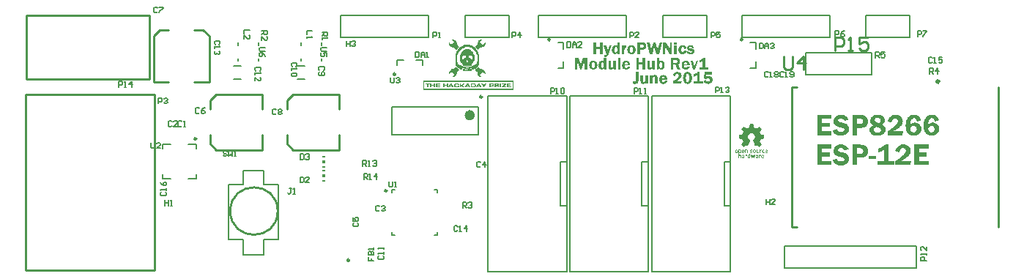
<source format=gto>
G04 Layer_Color=65535*
%FSLAX23Y23*%
%MOIN*%
G70*
G01*
G75*
%ADD36C,0.010*%
%ADD50C,0.012*%
%ADD51C,0.010*%
%ADD52C,0.010*%
%ADD53C,0.004*%
%ADD54C,0.024*%
%ADD55C,0.008*%
%ADD56C,0.005*%
%ADD57R,0.012X0.012*%
%ADD58R,0.012X0.006*%
%ADD59R,0.012X0.006*%
G36*
X2937Y990D02*
X2926D01*
X2906Y1026D01*
Y1026D01*
Y1025D01*
Y1025D01*
Y1024D01*
X2906Y1024D01*
Y1024D01*
Y1024D01*
Y1024D01*
X2906Y1023D01*
Y1023D01*
X2906Y1022D01*
Y1022D01*
Y990D01*
X2897D01*
Y1043D01*
X2910D01*
X2928Y1012D01*
Y1012D01*
Y1012D01*
X2928Y1012D01*
Y1013D01*
X2928Y1014D01*
X2928Y1015D01*
Y1015D01*
Y1043D01*
X2937D01*
Y990D01*
D02*
G37*
G36*
X2217Y869D02*
X2217Y868D01*
Y826D01*
Y826D01*
Y826D01*
X2217Y825D01*
X2216Y825D01*
X1806D01*
X1806Y825D01*
X1805Y826D01*
X1805Y826D01*
Y868D01*
Y868D01*
X1805Y869D01*
X1806Y869D01*
X1806Y869D01*
X2217D01*
X2217Y869D01*
D02*
G37*
G36*
X2649Y992D02*
Y991D01*
X2649Y991D01*
X2649Y991D01*
X2648Y991D01*
X2648Y990D01*
X2648Y989D01*
X2648Y988D01*
X2647Y987D01*
X2646Y985D01*
X2646Y984D01*
X2645Y983D01*
X2645Y983D01*
X2645Y982D01*
X2645Y982D01*
X2644Y981D01*
X2644Y980D01*
X2643Y980D01*
X2642Y979D01*
X2641Y978D01*
X2641Y978D01*
X2641Y978D01*
X2640Y978D01*
X2639Y977D01*
X2638Y977D01*
X2637Y977D01*
X2635Y976D01*
X2634Y976D01*
X2633D01*
X2632Y976D01*
X2631D01*
X2630Y977D01*
X2629Y977D01*
X2628Y977D01*
Y986D01*
X2628D01*
X2629Y986D01*
X2629Y986D01*
X2630Y985D01*
X2631Y985D01*
X2632Y985D01*
X2634Y985D01*
X2634D01*
X2635Y985D01*
X2635Y985D01*
X2636Y986D01*
X2637Y986D01*
X2638Y986D01*
X2638Y987D01*
X2638Y987D01*
X2638Y987D01*
X2639Y987D01*
X2639Y987D01*
X2639Y988D01*
X2639Y989D01*
X2640Y989D01*
X2640Y990D01*
X2626Y1029D01*
X2638D01*
X2645Y1006D01*
X2653Y1029D01*
X2661D01*
X2649Y992D01*
D02*
G37*
G36*
X2878Y990D02*
X2865D01*
X2857Y1025D01*
X2848Y990D01*
X2836D01*
X2823Y1043D01*
X2835D01*
X2843Y1011D01*
Y1010D01*
X2843Y1010D01*
Y1010D01*
X2843Y1010D01*
X2843Y1009D01*
X2843Y1009D01*
Y1009D01*
X2843Y1008D01*
X2843Y1008D01*
X2843Y1007D01*
X2852Y1043D01*
X2863D01*
X2872Y1007D01*
Y1007D01*
X2872Y1007D01*
Y1008D01*
X2872Y1008D01*
X2873Y1008D01*
X2873Y1009D01*
X2873Y1010D01*
X2873Y1011D01*
X2881Y1043D01*
X2891D01*
X2878Y990D01*
D02*
G37*
G36*
X3306Y671D02*
X3307Y671D01*
X3307Y670D01*
X3307Y670D01*
X3308Y669D01*
X3308Y668D01*
X3308Y668D01*
Y667D01*
Y667D01*
X3308Y666D01*
X3308Y666D01*
X3308Y665D01*
X3308Y664D01*
X3309Y663D01*
X3309Y661D01*
X3309Y659D01*
X3310Y658D01*
X3310Y657D01*
X3310Y657D01*
X3310Y656D01*
X3310Y655D01*
X3310Y655D01*
X3310D01*
X3311Y655D01*
X3311Y655D01*
X3312Y654D01*
X3313Y654D01*
X3314Y654D01*
X3316Y653D01*
X3318Y652D01*
X3318Y652D01*
X3319Y651D01*
X3320Y651D01*
X3321Y651D01*
X3321Y651D01*
X3321Y651D01*
X3322Y651D01*
X3322Y651D01*
X3322Y652D01*
X3323Y652D01*
X3324Y653D01*
X3325Y653D01*
X3328Y655D01*
X3330Y657D01*
X3331Y657D01*
X3332Y658D01*
X3333Y659D01*
X3334Y659D01*
X3334Y659D01*
X3334Y659D01*
X3335D01*
X3335Y659D01*
X3335Y659D01*
X3336Y658D01*
X3336Y658D01*
X3337Y657D01*
X3338Y656D01*
X3338Y656D01*
X3339Y655D01*
X3340Y654D01*
X3341Y653D01*
X3343Y651D01*
X3344Y650D01*
X3345Y649D01*
Y648D01*
Y648D01*
X3345Y648D01*
X3345Y648D01*
X3345Y648D01*
X3345Y647D01*
X3344Y647D01*
X3344Y646D01*
X3343Y645D01*
X3343Y644D01*
X3342Y643D01*
X3341Y641D01*
X3340Y640D01*
X3338Y638D01*
X3337Y636D01*
Y635D01*
X3337Y635D01*
X3337Y635D01*
X3337Y634D01*
X3338Y633D01*
X3338Y633D01*
X3338Y632D01*
X3339Y630D01*
X3340Y627D01*
X3341Y626D01*
X3341Y626D01*
X3341Y625D01*
X3342Y624D01*
X3342Y624D01*
X3342Y624D01*
X3342D01*
X3343Y624D01*
X3344Y624D01*
X3345Y624D01*
X3346Y623D01*
X3347Y623D01*
X3350Y623D01*
X3352Y622D01*
X3353Y622D01*
X3355Y622D01*
X3355Y621D01*
X3356Y621D01*
X3357Y621D01*
X3357Y621D01*
X3357Y621D01*
X3357Y621D01*
X3357Y620D01*
Y620D01*
Y606D01*
X3357Y606D01*
X3357Y605D01*
X3356Y605D01*
X3356Y605D01*
X3355Y605D01*
X3355Y605D01*
X3354Y605D01*
X3353Y605D01*
X3353Y604D01*
X3352Y604D01*
X3350Y604D01*
X3350D01*
X3350Y604D01*
X3350D01*
X3349Y604D01*
X3349Y604D01*
X3348Y604D01*
X3347Y603D01*
X3345Y603D01*
X3344Y603D01*
X3343Y603D01*
X3343Y602D01*
X3342Y602D01*
X3342Y602D01*
X3342Y602D01*
X3342Y602D01*
X3341Y601D01*
X3341Y600D01*
X3341Y600D01*
X3340Y599D01*
X3340Y597D01*
X3339Y594D01*
X3338Y594D01*
X3338Y593D01*
X3338Y592D01*
X3338Y591D01*
X3337Y591D01*
X3337Y591D01*
Y591D01*
X3337Y590D01*
X3338Y590D01*
X3338Y590D01*
X3338Y589D01*
X3338Y589D01*
X3339Y588D01*
X3339Y587D01*
X3340Y586D01*
X3341Y585D01*
X3342Y584D01*
X3343Y582D01*
X3344Y580D01*
X3346Y578D01*
Y578D01*
X3345Y578D01*
X3345Y578D01*
X3345Y577D01*
X3345Y577D01*
X3344Y577D01*
X3344Y576D01*
X3343Y575D01*
X3342Y574D01*
X3341Y573D01*
X3340Y572D01*
X3338Y571D01*
X3337Y569D01*
X3335Y567D01*
X3334D01*
X3334Y567D01*
X3334Y567D01*
X3333Y568D01*
X3332Y568D01*
X3331Y569D01*
X3330Y570D01*
X3328Y571D01*
X3326Y573D01*
X3325Y573D01*
X3324Y574D01*
X3323Y574D01*
X3323Y575D01*
X3322Y575D01*
X3322Y575D01*
X3322D01*
X3322Y575D01*
X3321Y575D01*
X3321Y575D01*
X3320Y574D01*
X3319Y574D01*
X3318Y573D01*
X3317Y573D01*
X3316Y572D01*
X3316Y572D01*
X3316D01*
Y572D01*
X3316Y572D01*
X3316Y573D01*
X3316Y573D01*
X3315Y574D01*
X3315Y574D01*
X3314Y576D01*
X3314Y578D01*
X3313Y580D01*
X3312Y582D01*
X3311Y585D01*
X3310Y587D01*
X3309Y589D01*
X3308Y591D01*
X3307Y593D01*
X3307Y595D01*
X3306Y596D01*
X3306Y596D01*
X3306Y597D01*
X3306Y597D01*
X3306Y598D01*
Y598D01*
X3306Y598D01*
X3306Y598D01*
X3306Y599D01*
X3307Y599D01*
X3308Y600D01*
X3309Y600D01*
X3310Y601D01*
X3310Y602D01*
X3311Y603D01*
X3312Y604D01*
X3313Y605D01*
X3314Y607D01*
X3314Y608D01*
X3315Y610D01*
X3315Y611D01*
X3315Y613D01*
Y613D01*
Y613D01*
Y614D01*
X3315Y614D01*
X3315Y615D01*
X3315Y616D01*
X3315Y617D01*
X3314Y618D01*
X3314Y619D01*
X3313Y621D01*
X3312Y622D01*
X3311Y623D01*
X3310Y625D01*
X3309Y626D01*
X3307Y627D01*
X3305Y628D01*
X3303Y629D01*
X3303D01*
X3302Y629D01*
X3302Y629D01*
X3301Y629D01*
X3300D01*
X3300Y629D01*
X3299Y629D01*
X3299D01*
X3298Y629D01*
X3297Y629D01*
X3297Y629D01*
X3296Y629D01*
X3294Y628D01*
X3293Y628D01*
X3292Y627D01*
X3291Y627D01*
X3290Y626D01*
X3288Y625D01*
X3287Y623D01*
X3286Y622D01*
X3285Y620D01*
X3284Y618D01*
Y618D01*
X3284Y618D01*
X3284Y617D01*
X3284Y616D01*
X3283Y616D01*
X3283Y615D01*
X3283Y613D01*
Y613D01*
Y612D01*
X3283Y612D01*
X3283Y611D01*
X3283Y611D01*
X3284Y610D01*
X3284Y609D01*
X3284Y608D01*
X3285Y606D01*
X3285Y605D01*
X3286Y604D01*
X3287Y603D01*
X3288Y601D01*
X3290Y600D01*
X3291Y599D01*
X3293Y598D01*
Y598D01*
Y597D01*
X3293Y597D01*
X3293Y597D01*
X3292Y596D01*
X3292Y596D01*
X3292Y595D01*
X3291Y594D01*
X3291Y592D01*
X3290Y590D01*
X3289Y587D01*
X3288Y585D01*
X3287Y583D01*
X3286Y580D01*
X3285Y578D01*
X3284Y576D01*
X3283Y575D01*
X3283Y574D01*
X3283Y573D01*
X3283Y573D01*
X3282Y573D01*
X3282Y572D01*
X3282Y572D01*
X3282D01*
X3282Y572D01*
X3281Y573D01*
X3281Y573D01*
X3280Y573D01*
X3278Y574D01*
X3277Y575D01*
X3276Y575D01*
X3276Y575D01*
X3276Y575D01*
X3275Y574D01*
X3274Y574D01*
X3274Y573D01*
X3273Y573D01*
X3270Y571D01*
X3268Y570D01*
X3267Y569D01*
X3266Y568D01*
X3265Y568D01*
X3265Y567D01*
X3264Y567D01*
X3264Y567D01*
X3264D01*
X3264Y567D01*
X3263Y568D01*
X3262Y568D01*
X3262Y569D01*
X3261Y569D01*
X3261Y570D01*
X3260Y571D01*
X3259Y572D01*
X3258Y573D01*
X3257Y574D01*
X3256Y575D01*
X3255Y576D01*
X3253Y578D01*
Y578D01*
Y578D01*
X3253Y578D01*
X3253Y579D01*
X3253Y579D01*
X3254Y579D01*
X3254Y580D01*
X3255Y580D01*
X3255Y581D01*
X3256Y582D01*
X3256Y583D01*
X3257Y585D01*
X3258Y586D01*
X3260Y588D01*
X3261Y590D01*
Y591D01*
Y591D01*
X3261Y591D01*
X3261Y592D01*
X3260Y593D01*
X3260Y593D01*
X3260Y594D01*
X3259Y597D01*
X3258Y599D01*
X3258Y600D01*
X3257Y601D01*
X3257Y601D01*
X3256Y602D01*
X3256Y603D01*
X3256Y603D01*
X3256D01*
X3255Y603D01*
X3255Y603D01*
X3254Y603D01*
X3253Y603D01*
X3252Y603D01*
X3249Y604D01*
X3246Y604D01*
X3245Y605D01*
X3244Y605D01*
X3243Y605D01*
X3242Y605D01*
X3242Y605D01*
X3242Y605D01*
X3241Y606D01*
Y620D01*
Y620D01*
Y620D01*
X3241Y620D01*
X3242Y621D01*
X3242Y621D01*
X3242Y621D01*
X3243Y622D01*
X3244Y622D01*
X3244D01*
X3244Y622D01*
X3245Y622D01*
X3246Y622D01*
X3247Y622D01*
X3248Y622D01*
X3250Y623D01*
X3253Y623D01*
X3254Y624D01*
X3255Y624D01*
X3256Y624D01*
X3256Y624D01*
X3257Y624D01*
X3257Y624D01*
X3257Y625D01*
X3257Y625D01*
X3257Y625D01*
X3258Y626D01*
X3258Y627D01*
X3258Y628D01*
X3259Y630D01*
X3260Y631D01*
X3260Y632D01*
X3261Y633D01*
X3261Y634D01*
X3261Y635D01*
X3261Y635D01*
X3261Y635D01*
Y636D01*
X3253Y648D01*
Y649D01*
X3253Y649D01*
X3253Y649D01*
X3254Y650D01*
X3255Y650D01*
X3256Y651D01*
X3256Y652D01*
X3258Y654D01*
X3260Y656D01*
X3261Y657D01*
X3262Y658D01*
X3263Y659D01*
X3263Y659D01*
X3264Y659D01*
X3264Y660D01*
X3277Y651D01*
X3277D01*
X3277Y651D01*
X3278Y651D01*
X3278Y651D01*
X3279Y651D01*
X3280Y652D01*
X3282Y652D01*
X3283Y653D01*
X3285Y654D01*
X3287Y655D01*
X3288Y655D01*
X3288Y655D01*
Y656D01*
X3288Y656D01*
X3289Y657D01*
X3289Y658D01*
X3289Y659D01*
X3289Y660D01*
X3290Y663D01*
X3290Y666D01*
X3291Y667D01*
X3291Y669D01*
X3291Y670D01*
X3291Y670D01*
X3292Y671D01*
X3292Y671D01*
X3306D01*
X3306Y671D01*
D02*
G37*
G36*
X3278Y555D02*
X3279Y555D01*
X3279Y555D01*
X3280Y554D01*
X3281Y553D01*
X3282Y553D01*
X3283Y551D01*
Y551D01*
X3283Y551D01*
X3283Y550D01*
Y549D01*
Y540D01*
Y540D01*
Y540D01*
X3283Y540D01*
X3282Y540D01*
X3280D01*
X3280Y540D01*
X3279Y540D01*
X3279Y540D01*
Y550D01*
Y550D01*
Y550D01*
X3279Y550D01*
X3279Y551D01*
X3279Y551D01*
X3278Y551D01*
X3277Y552D01*
X3276Y552D01*
X3276D01*
X3276Y552D01*
X3276Y552D01*
X3275Y551D01*
X3274Y551D01*
X3274Y550D01*
X3273Y549D01*
X3273Y548D01*
Y548D01*
Y540D01*
Y540D01*
X3273Y540D01*
X3273Y540D01*
X3273Y540D01*
X3271D01*
X3270Y540D01*
X3270Y540D01*
X3270Y540D01*
Y555D01*
Y555D01*
X3270Y555D01*
X3270Y555D01*
X3271Y555D01*
X3273D01*
X3273Y555D01*
Y555D01*
X3273Y554D01*
X3273Y554D01*
Y553D01*
X3273Y553D01*
X3274Y554D01*
X3274Y554D01*
X3274Y554D01*
X3276Y555D01*
X3276Y555D01*
X3277Y555D01*
X3278D01*
X3278Y555D01*
D02*
G37*
G36*
X3299D02*
X3300Y555D01*
X3301Y555D01*
X3302Y554D01*
X3303Y554D01*
X3304Y553D01*
Y553D01*
X3304Y553D01*
X3303Y552D01*
X3303Y552D01*
X3303Y551D01*
X3302Y551D01*
X3302D01*
X3302Y551D01*
X3301Y551D01*
X3301Y551D01*
X3301Y552D01*
X3300Y552D01*
X3299Y552D01*
X3299Y552D01*
X3298Y552D01*
X3297D01*
X3297Y552D01*
X3297Y552D01*
X3296Y552D01*
X3296Y551D01*
X3295Y551D01*
X3295Y550D01*
Y550D01*
X3295Y550D01*
X3296Y550D01*
X3296Y549D01*
X3297Y549D01*
X3297Y549D01*
X3298Y549D01*
X3299Y549D01*
X3299Y549D01*
X3300Y549D01*
X3301Y548D01*
X3301Y548D01*
X3302Y548D01*
X3302Y548D01*
X3303Y548D01*
X3303Y547D01*
X3304Y546D01*
X3304Y545D01*
X3304Y544D01*
Y544D01*
Y544D01*
X3304Y543D01*
X3304Y543D01*
X3304Y542D01*
X3303Y541D01*
X3303Y541D01*
X3302Y540D01*
X3301Y540D01*
X3300Y540D01*
X3300Y540D01*
X3299Y539D01*
X3297D01*
X3297Y539D01*
X3296Y540D01*
X3295Y540D01*
X3294Y540D01*
X3293Y541D01*
X3292Y541D01*
X3291Y542D01*
Y542D01*
X3291Y542D01*
X3291Y542D01*
X3292Y543D01*
X3292Y543D01*
X3293Y544D01*
X3293Y544D01*
X3293Y544D01*
X3294Y544D01*
X3294Y544D01*
X3295Y543D01*
X3295Y543D01*
X3296Y543D01*
X3297Y542D01*
X3298Y542D01*
X3299D01*
X3299Y542D01*
X3299Y542D01*
X3300Y543D01*
X3300Y543D01*
X3301Y543D01*
X3301Y544D01*
Y545D01*
X3301Y545D01*
X3301Y545D01*
X3300Y545D01*
X3300Y545D01*
X3299Y546D01*
X3299Y546D01*
X3298Y546D01*
X3298Y546D01*
X3297Y546D01*
X3296Y546D01*
X3295Y546D01*
X3295Y546D01*
X3294Y547D01*
X3294Y547D01*
X3293Y547D01*
X3293Y548D01*
X3292Y548D01*
X3292Y549D01*
X3292Y550D01*
Y551D01*
Y551D01*
X3292Y551D01*
X3292Y552D01*
X3293Y553D01*
X3293Y553D01*
X3294Y554D01*
X3294Y554D01*
X3295Y554D01*
X3296Y555D01*
X3296Y555D01*
X3297Y555D01*
X3299D01*
X3299Y555D01*
D02*
G37*
G36*
X3346D02*
X3346Y555D01*
X3346Y555D01*
X3347Y555D01*
X3347Y554D01*
X3348Y554D01*
X3346Y551D01*
X3345D01*
X3345Y552D01*
X3345Y552D01*
X3344Y552D01*
X3343Y552D01*
X3343D01*
X3343Y552D01*
X3342Y552D01*
X3342Y552D01*
X3341Y551D01*
X3341Y551D01*
X3341Y550D01*
X3340Y549D01*
Y540D01*
Y540D01*
Y540D01*
X3340Y540D01*
X3340Y540D01*
X3337D01*
X3337Y540D01*
X3337Y540D01*
X3337Y540D01*
Y555D01*
Y555D01*
X3337Y555D01*
X3337Y555D01*
X3338Y555D01*
X3340D01*
X3340Y555D01*
X3340Y555D01*
Y554D01*
X3340Y554D01*
Y554D01*
X3341Y554D01*
X3341Y554D01*
X3341Y554D01*
X3342Y554D01*
X3342Y555D01*
X3343Y555D01*
X3344Y555D01*
X3344Y555D01*
X3345D01*
X3346Y555D01*
D02*
G37*
G36*
X3249Y555D02*
X3249Y555D01*
X3250Y554D01*
X3251Y554D01*
X3252Y553D01*
X3252Y552D01*
Y552D01*
X3252Y552D01*
X3252Y551D01*
X3253Y551D01*
X3253Y550D01*
X3253Y549D01*
X3253Y548D01*
Y547D01*
Y547D01*
Y547D01*
Y546D01*
X3253Y546D01*
X3253Y545D01*
X3252Y543D01*
X3252Y542D01*
X3251Y541D01*
X3251Y541D01*
X3250Y540D01*
X3249Y540D01*
X3248Y539D01*
X3248Y539D01*
X3247D01*
X3246Y539D01*
X3246Y540D01*
X3245Y540D01*
X3245Y540D01*
X3244Y541D01*
X3243Y541D01*
Y529D01*
X3244Y529D01*
X3244Y529D01*
X3244Y530D01*
X3245Y530D01*
X3245Y530D01*
X3246Y530D01*
X3247Y531D01*
X3248Y531D01*
X3248D01*
X3248Y531D01*
X3249Y530D01*
X3250Y530D01*
X3251Y529D01*
X3251Y529D01*
X3252Y528D01*
X3252Y527D01*
X3252Y527D01*
X3253Y526D01*
X3253Y525D01*
Y515D01*
Y515D01*
Y515D01*
X3253Y515D01*
X3252Y515D01*
X3250D01*
X3250Y515D01*
X3250Y515D01*
X3250Y515D01*
Y525D01*
Y525D01*
X3249Y525D01*
X3249Y526D01*
X3249Y526D01*
X3249Y527D01*
X3248Y527D01*
X3247Y528D01*
X3246Y528D01*
X3246D01*
X3246Y528D01*
X3246Y527D01*
X3245Y527D01*
X3245Y527D01*
X3244Y526D01*
X3244Y525D01*
X3243Y524D01*
Y515D01*
Y515D01*
Y515D01*
X3243Y515D01*
X3243Y515D01*
X3241D01*
X3241Y515D01*
X3240Y515D01*
X3240Y515D01*
Y555D01*
Y555D01*
X3240Y555D01*
X3241Y555D01*
X3241Y555D01*
X3243D01*
X3243Y555D01*
X3243Y555D01*
Y554D01*
X3243Y554D01*
Y554D01*
X3244Y554D01*
X3244Y554D01*
X3244Y554D01*
X3245Y554D01*
X3246Y555D01*
X3246Y555D01*
X3247Y555D01*
X3248D01*
X3249Y555D01*
D02*
G37*
G36*
X3043Y920D02*
X3034D01*
X3021Y959D01*
X3033D01*
X3040Y934D01*
X3048Y959D01*
X3057D01*
X3043Y920D01*
D02*
G37*
G36*
X2553D02*
X2540D01*
Y963D01*
X2527Y920D01*
X2518D01*
X2505Y963D01*
Y920D01*
X2495D01*
Y973D01*
X2514D01*
X2523Y941D01*
X2533Y973D01*
X2553D01*
Y920D01*
D02*
G37*
G36*
X2681D02*
X2671D01*
Y926D01*
X2670Y926D01*
X2670Y926D01*
X2670Y925D01*
X2670Y925D01*
X2669Y924D01*
X2669Y924D01*
X2668Y923D01*
X2667Y922D01*
X2666Y921D01*
X2665Y921D01*
X2664Y920D01*
X2663Y920D01*
X2662Y919D01*
X2661Y919D01*
X2659Y919D01*
X2658D01*
X2658Y919D01*
X2657Y919D01*
X2655Y920D01*
X2654Y920D01*
X2653Y920D01*
X2652Y921D01*
X2652Y921D01*
X2652Y921D01*
X2651Y921D01*
X2651Y922D01*
X2650Y923D01*
X2650Y923D01*
X2649Y924D01*
X2649Y925D01*
Y925D01*
X2649Y926D01*
X2649Y926D01*
X2648Y927D01*
X2648Y929D01*
X2648Y930D01*
X2648Y932D01*
X2648Y933D01*
Y959D01*
X2659D01*
Y933D01*
Y933D01*
Y933D01*
Y933D01*
X2659Y933D01*
X2659Y932D01*
X2660Y931D01*
X2660Y930D01*
X2661Y929D01*
X2661Y929D01*
X2662Y928D01*
X2663Y928D01*
X2663Y928D01*
X2664D01*
X2664Y928D01*
X2665Y928D01*
X2665Y929D01*
X2666Y929D01*
X2667Y929D01*
X2667Y929D01*
X2667Y930D01*
X2667Y930D01*
X2668Y930D01*
X2668Y930D01*
X2669Y931D01*
X2669Y932D01*
X2669Y932D01*
Y932D01*
X2669Y932D01*
X2669Y933D01*
X2670Y933D01*
X2670Y934D01*
X2670Y935D01*
X2670Y936D01*
Y937D01*
Y959D01*
X2681D01*
Y920D01*
D02*
G37*
G36*
X2859D02*
X2848D01*
Y926D01*
X2848Y926D01*
X2848Y926D01*
X2848Y925D01*
X2847Y925D01*
X2847Y924D01*
X2846Y924D01*
X2846Y923D01*
X2845Y922D01*
X2844Y921D01*
X2843Y921D01*
X2842Y920D01*
X2841Y920D01*
X2840Y919D01*
X2838Y919D01*
X2837Y919D01*
X2836D01*
X2835Y919D01*
X2834Y919D01*
X2833Y920D01*
X2832Y920D01*
X2831Y920D01*
X2830Y921D01*
X2830Y921D01*
X2829Y921D01*
X2829Y921D01*
X2829Y922D01*
X2828Y923D01*
X2827Y923D01*
X2827Y924D01*
X2826Y925D01*
Y925D01*
X2826Y926D01*
X2826Y926D01*
X2826Y927D01*
X2826Y929D01*
X2826Y930D01*
X2826Y932D01*
X2825Y933D01*
Y959D01*
X2837D01*
Y933D01*
Y933D01*
Y933D01*
Y933D01*
X2837Y933D01*
X2837Y932D01*
X2837Y931D01*
X2838Y930D01*
X2838Y929D01*
X2839Y929D01*
X2840Y928D01*
X2840Y928D01*
X2841Y928D01*
X2841D01*
X2842Y928D01*
X2842Y928D01*
X2843Y929D01*
X2843Y929D01*
X2844Y929D01*
X2845Y929D01*
X2845Y930D01*
X2845Y930D01*
X2845Y930D01*
X2846Y930D01*
X2846Y931D01*
X2847Y932D01*
X2847Y932D01*
Y932D01*
X2847Y932D01*
X2847Y933D01*
X2847Y933D01*
X2847Y934D01*
X2847Y935D01*
X2847Y936D01*
Y937D01*
Y959D01*
X2859D01*
Y920D01*
D02*
G37*
G36*
X2815D02*
X2803D01*
Y942D01*
X2787D01*
Y920D01*
X2775D01*
Y973D01*
X2787D01*
Y952D01*
X2803D01*
Y973D01*
X2815D01*
Y920D01*
D02*
G37*
G36*
X2802Y1043D02*
X2803D01*
X2804Y1043D01*
X2806Y1043D01*
X2808Y1042D01*
X2809Y1042D01*
X2811Y1041D01*
X2811D01*
X2811Y1041D01*
X2812Y1041D01*
X2812Y1041D01*
X2813Y1040D01*
X2814Y1039D01*
X2815Y1038D01*
X2816Y1037D01*
X2818Y1036D01*
Y1036D01*
X2818Y1036D01*
X2818Y1036D01*
X2818Y1035D01*
X2818Y1035D01*
X2819Y1033D01*
X2820Y1032D01*
X2820Y1030D01*
X2820Y1029D01*
X2820Y1027D01*
Y1027D01*
Y1026D01*
Y1026D01*
X2820Y1025D01*
X2820Y1024D01*
X2820Y1023D01*
X2820Y1022D01*
X2819Y1020D01*
X2819Y1019D01*
X2819Y1019D01*
X2819Y1018D01*
X2818Y1018D01*
X2818Y1017D01*
X2817Y1016D01*
X2816Y1015D01*
X2815Y1014D01*
X2814Y1013D01*
X2814Y1013D01*
X2814Y1013D01*
X2813Y1012D01*
X2813Y1012D01*
X2812Y1011D01*
X2811Y1011D01*
X2810Y1011D01*
X2809Y1010D01*
X2809D01*
X2809Y1010D01*
X2808Y1010D01*
X2807Y1010D01*
X2806Y1010D01*
X2804Y1010D01*
X2803Y1010D01*
X2792D01*
Y990D01*
X2780D01*
Y1043D01*
X2801D01*
X2802Y1043D01*
D02*
G37*
G36*
X2959Y990D02*
X2947D01*
Y1029D01*
X2959D01*
Y990D01*
D02*
G37*
G36*
X2638Y920D02*
X2628D01*
Y926D01*
X2628Y926D01*
X2628Y926D01*
X2627Y925D01*
X2627Y925D01*
X2627Y924D01*
X2626Y924D01*
X2626Y923D01*
X2625Y923D01*
X2623Y921D01*
X2621Y920D01*
X2620Y920D01*
X2619Y919D01*
X2618Y919D01*
X2617Y919D01*
X2616D01*
X2616Y919D01*
X2615Y919D01*
X2615Y919D01*
X2613Y920D01*
X2612Y920D01*
X2611Y921D01*
X2610Y921D01*
X2609Y922D01*
X2608Y923D01*
X2607Y923D01*
X2607Y924D01*
Y924D01*
X2606Y925D01*
X2606Y925D01*
X2606Y925D01*
X2606Y926D01*
X2605Y927D01*
X2605Y927D01*
X2605Y928D01*
X2604Y929D01*
X2604Y930D01*
X2604Y931D01*
X2604Y933D01*
X2603Y934D01*
X2603Y936D01*
X2603Y937D01*
X2603Y939D01*
Y939D01*
Y939D01*
Y940D01*
X2603Y941D01*
Y941D01*
X2603Y942D01*
X2603Y943D01*
X2603Y945D01*
X2604Y947D01*
X2605Y950D01*
X2605Y952D01*
X2606Y953D01*
X2607Y954D01*
X2607Y954D01*
X2607Y955D01*
X2607Y955D01*
X2607Y955D01*
X2608Y956D01*
X2608Y956D01*
X2609Y957D01*
X2609Y957D01*
X2611Y958D01*
X2613Y959D01*
X2614Y959D01*
X2615Y960D01*
X2616Y960D01*
X2618Y960D01*
X2618D01*
X2619Y960D01*
X2619Y960D01*
X2620Y960D01*
X2621Y959D01*
X2623Y959D01*
X2623Y958D01*
X2624Y958D01*
X2625Y957D01*
X2626Y957D01*
X2627Y956D01*
X2627Y955D01*
Y973D01*
X2638D01*
Y920D01*
D02*
G37*
G36*
X2754Y1030D02*
X2755Y1030D01*
X2756Y1030D01*
X2757Y1029D01*
X2758Y1029D01*
X2759Y1029D01*
X2760Y1028D01*
X2761Y1028D01*
X2762Y1027D01*
X2763Y1027D01*
X2765Y1026D01*
X2766Y1025D01*
X2767Y1024D01*
X2767Y1024D01*
X2767Y1024D01*
X2767Y1023D01*
X2767Y1023D01*
X2768Y1022D01*
X2768Y1022D01*
X2769Y1021D01*
X2769Y1020D01*
X2770Y1019D01*
X2770Y1018D01*
X2771Y1017D01*
X2771Y1015D01*
X2771Y1014D01*
X2771Y1013D01*
X2772Y1011D01*
X2772Y1009D01*
Y1009D01*
Y1009D01*
Y1009D01*
X2772Y1008D01*
X2772Y1007D01*
X2771Y1006D01*
X2771Y1005D01*
X2771Y1004D01*
X2770Y1002D01*
X2770Y1001D01*
X2769Y1000D01*
X2769Y998D01*
X2768Y997D01*
X2767Y996D01*
X2766Y995D01*
X2766Y995D01*
X2766Y995D01*
X2766Y994D01*
X2766Y994D01*
X2765Y994D01*
X2764Y993D01*
X2764Y993D01*
X2763Y992D01*
X2762Y991D01*
X2761Y991D01*
X2760Y990D01*
X2758Y990D01*
X2757Y990D01*
X2756Y989D01*
X2754Y989D01*
X2753Y989D01*
X2752D01*
X2751Y989D01*
X2751Y989D01*
X2750Y989D01*
X2749Y990D01*
X2748Y990D01*
X2746Y991D01*
X2745Y991D01*
X2743Y992D01*
X2742Y992D01*
X2741Y993D01*
X2740Y994D01*
X2739Y995D01*
X2739Y995D01*
X2739Y995D01*
X2739Y995D01*
X2739Y996D01*
X2738Y996D01*
X2738Y997D01*
X2737Y998D01*
X2737Y999D01*
X2736Y1000D01*
X2736Y1001D01*
X2735Y1002D01*
X2735Y1003D01*
X2735Y1005D01*
X2735Y1006D01*
X2734Y1008D01*
X2734Y1010D01*
Y1010D01*
Y1010D01*
Y1010D01*
Y1011D01*
X2734Y1011D01*
Y1012D01*
X2735Y1013D01*
X2735Y1015D01*
X2735Y1017D01*
X2736Y1018D01*
X2737Y1020D01*
Y1020D01*
X2737Y1020D01*
X2737Y1021D01*
X2737Y1021D01*
X2737Y1022D01*
X2738Y1023D01*
X2739Y1024D01*
X2740Y1025D01*
X2741Y1026D01*
X2743Y1027D01*
X2743D01*
X2743Y1027D01*
X2743Y1027D01*
X2743Y1028D01*
X2744Y1028D01*
X2745Y1029D01*
X2747Y1029D01*
X2749Y1029D01*
X2751Y1030D01*
X2753Y1030D01*
X2754D01*
X2754Y1030D01*
D02*
G37*
G36*
X3356Y555D02*
X3357Y555D01*
X3357Y554D01*
X3358Y554D01*
X3359Y553D01*
X3360Y553D01*
Y552D01*
X3360Y552D01*
X3359Y552D01*
X3359Y552D01*
X3359Y551D01*
X3358Y551D01*
X3358Y550D01*
X3358Y551D01*
X3357Y551D01*
X3357Y551D01*
X3357Y551D01*
X3356Y552D01*
X3355Y552D01*
X3354Y552D01*
X3354D01*
X3354Y552D01*
X3353Y552D01*
X3352Y551D01*
X3352Y551D01*
X3351Y550D01*
X3351Y550D01*
X3351Y549D01*
X3351Y548D01*
X3350Y547D01*
Y547D01*
Y547D01*
X3351Y547D01*
X3351Y546D01*
X3351Y545D01*
X3351Y544D01*
X3352Y543D01*
X3353Y543D01*
X3354Y543D01*
X3355Y542D01*
X3355D01*
X3355Y543D01*
X3356Y543D01*
X3356Y543D01*
X3356Y543D01*
X3357Y543D01*
X3358Y544D01*
X3358Y544D01*
X3358Y544D01*
X3358Y543D01*
X3359Y543D01*
X3359Y543D01*
X3359Y543D01*
X3360Y542D01*
X3360Y542D01*
Y542D01*
X3360Y542D01*
X3359Y542D01*
X3359Y541D01*
X3358Y541D01*
X3358Y540D01*
X3357Y540D01*
X3356Y539D01*
X3355Y539D01*
X3354D01*
X3353Y539D01*
X3352Y540D01*
X3351Y540D01*
X3350Y541D01*
X3349Y541D01*
X3349Y542D01*
X3348Y543D01*
X3348Y543D01*
X3348Y544D01*
Y544D01*
X3348Y545D01*
Y545D01*
X3347Y545D01*
X3347Y546D01*
X3347Y547D01*
Y547D01*
Y548D01*
Y548D01*
X3347Y548D01*
X3348Y549D01*
X3348Y550D01*
X3348Y552D01*
X3349Y553D01*
X3350Y553D01*
X3350Y554D01*
X3351Y554D01*
X3352Y555D01*
X3352Y555D01*
X3352Y555D01*
X3353Y555D01*
X3354Y555D01*
X3355D01*
X3356Y555D01*
D02*
G37*
G36*
X3279Y531D02*
X3280Y530D01*
X3281Y530D01*
Y529D01*
X3281Y529D01*
X3281Y529D01*
X3280Y529D01*
X3280Y528D01*
X3280Y528D01*
X3279Y527D01*
X3279Y527D01*
X3279Y527D01*
X3279D01*
X3279Y527D01*
X3278Y527D01*
X3278Y527D01*
X3277Y528D01*
X3277D01*
X3277Y528D01*
X3276Y527D01*
X3276Y527D01*
X3275Y527D01*
X3274Y526D01*
X3274Y525D01*
X3274Y524D01*
Y515D01*
Y515D01*
Y515D01*
X3274Y515D01*
X3274Y515D01*
X3271D01*
X3271Y515D01*
X3271Y515D01*
X3271Y515D01*
Y530D01*
Y530D01*
X3271Y530D01*
X3271Y530D01*
X3271Y531D01*
X3274D01*
X3274Y530D01*
X3274Y530D01*
Y530D01*
X3274Y530D01*
Y529D01*
X3274Y529D01*
X3274Y529D01*
X3275Y530D01*
X3275Y530D01*
X3276Y530D01*
X3276Y530D01*
X3277Y531D01*
X3278Y531D01*
X3279D01*
X3279Y531D01*
D02*
G37*
G36*
X2699Y990D02*
X2689D01*
Y996D01*
X2689Y996D01*
X2689Y996D01*
X2688Y995D01*
X2688Y995D01*
X2688Y994D01*
X2687Y994D01*
X2687Y993D01*
X2686Y993D01*
X2684Y991D01*
X2683Y990D01*
X2681Y990D01*
X2680Y989D01*
X2679Y989D01*
X2678Y989D01*
X2677D01*
X2677Y989D01*
X2676Y989D01*
X2676Y989D01*
X2674Y990D01*
X2673Y990D01*
X2672Y991D01*
X2671Y991D01*
X2670Y992D01*
X2669Y993D01*
X2668Y993D01*
X2668Y994D01*
Y994D01*
X2668Y995D01*
X2667Y995D01*
X2667Y995D01*
X2667Y996D01*
X2667Y997D01*
X2666Y997D01*
X2666Y998D01*
X2666Y999D01*
X2665Y1000D01*
X2665Y1001D01*
X2665Y1003D01*
X2664Y1004D01*
X2664Y1006D01*
X2664Y1007D01*
X2664Y1009D01*
Y1009D01*
Y1009D01*
Y1010D01*
X2664Y1011D01*
Y1011D01*
X2664Y1012D01*
X2664Y1013D01*
X2665Y1015D01*
X2665Y1017D01*
X2666Y1020D01*
X2667Y1022D01*
X2667Y1023D01*
X2668Y1024D01*
X2668Y1024D01*
X2668Y1025D01*
X2668Y1025D01*
X2668Y1025D01*
X2669Y1026D01*
X2669Y1026D01*
X2670Y1027D01*
X2671Y1027D01*
X2672Y1028D01*
X2674Y1029D01*
X2675Y1029D01*
X2676Y1030D01*
X2677Y1030D01*
X2679Y1030D01*
X2679D01*
X2680Y1030D01*
X2680Y1030D01*
X2681Y1030D01*
X2682Y1029D01*
X2684Y1029D01*
X2685Y1028D01*
X2685Y1028D01*
X2686Y1027D01*
X2687Y1027D01*
X2688Y1026D01*
X2688Y1025D01*
Y1043D01*
X2699D01*
Y990D01*
D02*
G37*
G36*
X3342Y531D02*
X3342Y531D01*
X3343Y530D01*
X3343Y530D01*
X3344Y529D01*
X3342Y527D01*
X3342D01*
X3341Y527D01*
X3341Y527D01*
X3340Y527D01*
X3340Y528D01*
X3340D01*
X3339Y528D01*
X3339Y527D01*
X3338Y527D01*
X3338Y527D01*
X3337Y526D01*
X3337Y525D01*
X3337Y525D01*
Y515D01*
Y515D01*
Y515D01*
X3336Y515D01*
X3336Y515D01*
X3334D01*
X3334Y515D01*
X3334Y515D01*
X3333Y515D01*
Y530D01*
Y530D01*
X3334Y530D01*
X3334Y530D01*
X3334Y531D01*
X3336D01*
X3336Y530D01*
X3336Y530D01*
Y530D01*
X3337Y530D01*
Y529D01*
X3337Y529D01*
X3337Y529D01*
X3337Y530D01*
X3338Y530D01*
X3339Y530D01*
X3340Y531D01*
X3340Y531D01*
X3341D01*
X3342Y531D01*
D02*
G37*
G36*
X3294Y537D02*
X3294Y537D01*
X3294Y536D01*
Y515D01*
Y515D01*
Y515D01*
X3294Y515D01*
X3293Y515D01*
X3291D01*
X3291Y515D01*
X3291Y515D01*
Y516D01*
X3290Y516D01*
Y516D01*
X3290Y516D01*
X3290Y516D01*
X3290Y516D01*
X3289Y516D01*
X3289Y515D01*
X3288Y515D01*
X3288Y515D01*
X3286D01*
X3285Y515D01*
X3285Y515D01*
X3284Y516D01*
X3283Y516D01*
X3282Y517D01*
X3282Y518D01*
X3282Y519D01*
X3282Y519D01*
X3281Y520D01*
Y525D01*
Y525D01*
Y525D01*
Y525D01*
X3281Y526D01*
X3282Y527D01*
X3282Y528D01*
X3283Y529D01*
X3283Y529D01*
X3284Y530D01*
X3284Y530D01*
X3285Y530D01*
X3286Y531D01*
X3287Y531D01*
X3287D01*
X3287Y531D01*
X3288Y531D01*
X3288Y530D01*
X3289Y530D01*
X3290Y530D01*
X3290Y529D01*
Y536D01*
Y537D01*
X3291Y537D01*
X3291Y537D01*
X3291Y537D01*
X3294D01*
X3294Y537D01*
D02*
G37*
G36*
X3317Y530D02*
X3317Y530D01*
Y530D01*
X3317Y530D01*
X3317Y529D01*
X3317Y528D01*
X3316Y527D01*
X3316Y526D01*
X3316Y525D01*
X3315Y524D01*
X3314Y521D01*
X3314Y520D01*
X3313Y519D01*
X3313Y517D01*
X3313Y516D01*
X3312Y516D01*
X3312Y515D01*
X3310D01*
Y515D01*
X3310Y515D01*
X3309Y516D01*
X3309Y516D01*
X3309Y517D01*
X3309Y517D01*
X3309Y518D01*
X3308Y519D01*
X3308Y520D01*
X3308Y521D01*
X3307Y522D01*
X3307Y524D01*
X3306Y525D01*
X3306D01*
Y525D01*
X3306Y525D01*
X3306Y525D01*
X3306Y524D01*
X3305Y523D01*
X3305Y522D01*
X3305Y521D01*
X3304Y519D01*
X3304Y518D01*
X3304Y517D01*
X3303Y516D01*
X3303Y516D01*
X3303Y515D01*
X3303Y515D01*
X3301D01*
X3301Y515D01*
X3300Y515D01*
X3300Y516D01*
X3300Y516D01*
X3300Y517D01*
X3300Y517D01*
X3299Y518D01*
X3299Y519D01*
X3299Y520D01*
X3298Y521D01*
X3298Y522D01*
X3298Y524D01*
X3297Y524D01*
X3297Y524D01*
X3297Y525D01*
X3297Y525D01*
X3297Y526D01*
X3297Y526D01*
X3297Y527D01*
X3296Y527D01*
X3296Y528D01*
X3296Y529D01*
X3295Y530D01*
X3296Y531D01*
X3298D01*
X3298Y530D01*
X3299Y530D01*
X3299Y530D01*
X3299Y530D01*
X3299Y529D01*
X3299Y529D01*
X3299Y528D01*
X3300Y527D01*
X3300Y526D01*
X3300Y525D01*
X3301Y524D01*
X3301Y522D01*
X3301Y520D01*
X3302D01*
Y520D01*
X3302Y520D01*
X3302Y521D01*
X3302Y522D01*
X3303Y522D01*
X3303Y523D01*
X3303Y525D01*
X3304Y527D01*
X3304Y528D01*
X3305Y529D01*
X3305Y530D01*
X3305Y530D01*
X3305Y530D01*
X3306Y531D01*
X3307D01*
X3307Y530D01*
Y530D01*
X3308Y530D01*
X3308Y530D01*
X3308Y529D01*
X3308Y529D01*
X3308Y528D01*
X3309Y527D01*
X3309Y526D01*
X3309Y525D01*
X3310Y524D01*
X3310Y522D01*
X3311Y520D01*
X3311D01*
Y520D01*
X3311Y520D01*
X3311Y521D01*
X3312Y522D01*
X3312Y522D01*
X3312Y523D01*
X3313Y525D01*
X3313Y527D01*
X3313Y528D01*
X3314Y529D01*
X3314Y530D01*
X3314Y530D01*
X3314Y530D01*
X3314Y531D01*
X3317D01*
X3317Y530D01*
D02*
G37*
G36*
X3324Y531D02*
X3325D01*
X3326Y530D01*
X3327Y530D01*
X3328Y530D01*
X3329Y529D01*
X3329Y529D01*
X3330Y528D01*
X3330Y527D01*
X3330Y527D01*
Y527D01*
Y527D01*
X3330Y526D01*
X3330Y525D01*
Y524D01*
Y515D01*
Y515D01*
Y515D01*
X3330Y515D01*
X3330Y515D01*
X3327D01*
X3327Y515D01*
X3327Y515D01*
X3327Y516D01*
Y516D01*
X3327D01*
X3327Y516D01*
X3326Y516D01*
X3325Y515D01*
X3325Y515D01*
X3324Y515D01*
X3322D01*
X3321Y515D01*
X3321Y515D01*
X3320Y516D01*
X3319Y516D01*
X3318Y517D01*
X3318Y518D01*
X3318Y518D01*
X3318Y519D01*
X3317Y520D01*
Y520D01*
Y520D01*
X3318Y521D01*
X3318Y521D01*
X3318Y522D01*
X3319Y522D01*
X3319Y523D01*
X3320Y523D01*
X3321Y524D01*
X3321Y524D01*
X3322Y524D01*
X3324Y524D01*
X3325Y524D01*
X3327D01*
Y526D01*
Y527D01*
X3327Y527D01*
X3326Y527D01*
X3326Y527D01*
X3325Y528D01*
X3325Y528D01*
X3322D01*
X3322Y528D01*
X3321Y527D01*
X3321Y527D01*
X3321Y527D01*
X3321Y527D01*
X3320Y527D01*
X3320Y527D01*
X3320Y527D01*
X3319Y528D01*
X3318Y528D01*
Y529D01*
X3319Y529D01*
X3319Y529D01*
X3319Y529D01*
X3320Y530D01*
X3320Y530D01*
X3321Y530D01*
X3322Y531D01*
X3324Y531D01*
X3324D01*
X3324Y531D01*
D02*
G37*
G36*
X3351D02*
X3351Y531D01*
X3352Y530D01*
X3354Y530D01*
X3355Y529D01*
X3356Y528D01*
X3356Y527D01*
X3356Y526D01*
X3357Y525D01*
X3357Y525D01*
Y522D01*
Y522D01*
Y522D01*
X3356Y522D01*
X3356Y522D01*
X3347D01*
Y521D01*
Y521D01*
X3347Y521D01*
X3347Y520D01*
X3348Y520D01*
X3348Y519D01*
X3349Y518D01*
X3349Y518D01*
X3350Y518D01*
X3351D01*
X3352Y518D01*
X3352Y518D01*
X3352Y518D01*
X3353Y518D01*
X3353Y519D01*
X3354Y519D01*
X3354D01*
X3354Y519D01*
X3355Y519D01*
X3356Y518D01*
X3356Y517D01*
X3356Y517D01*
X3356Y517D01*
X3356Y517D01*
X3355Y516D01*
X3354Y516D01*
X3354Y515D01*
X3353Y515D01*
X3352Y515D01*
X3350D01*
X3349Y515D01*
X3348Y515D01*
X3347Y516D01*
X3347Y516D01*
X3346Y517D01*
X3346Y517D01*
X3345Y518D01*
X3345Y519D01*
X3344Y519D01*
X3344Y520D01*
X3344Y522D01*
Y522D01*
Y522D01*
X3344Y522D01*
X3344Y523D01*
Y523D01*
Y523D01*
Y523D01*
X3344Y524D01*
X3344Y525D01*
X3344Y526D01*
X3345Y527D01*
X3346Y529D01*
X3346Y529D01*
X3347Y530D01*
X3348Y530D01*
X3349Y531D01*
X3349D01*
X3349Y531D01*
X3350Y531D01*
X3351D01*
X3351Y531D01*
D02*
G37*
G36*
X2959Y1032D02*
X2947D01*
Y1044D01*
X2959D01*
Y1032D01*
D02*
G37*
G36*
X3262Y531D02*
X3263Y530D01*
X3264Y530D01*
X3266Y529D01*
X3266Y529D01*
X3267Y528D01*
X3267Y528D01*
X3267Y527D01*
X3267Y526D01*
X3267Y525D01*
Y515D01*
Y515D01*
Y515D01*
X3267Y515D01*
X3267Y515D01*
X3264D01*
X3264Y515D01*
X3264Y515D01*
X3264Y516D01*
Y516D01*
X3264D01*
X3264Y516D01*
X3263Y516D01*
X3263Y515D01*
X3262Y515D01*
X3262Y515D01*
X3259D01*
X3259Y515D01*
X3258Y515D01*
X3257Y516D01*
X3257Y516D01*
X3256Y517D01*
X3256Y517D01*
X3255Y518D01*
X3255Y519D01*
X3255Y520D01*
Y520D01*
Y520D01*
X3255Y520D01*
X3255Y521D01*
X3256Y522D01*
X3256Y522D01*
X3257Y523D01*
X3257Y523D01*
X3258Y524D01*
X3259Y524D01*
X3260Y524D01*
X3261Y524D01*
X3262Y524D01*
X3264D01*
Y526D01*
Y526D01*
Y526D01*
X3264Y527D01*
X3264Y527D01*
X3263Y527D01*
X3263Y528D01*
X3262Y528D01*
X3260D01*
X3259Y528D01*
X3259Y527D01*
X3258Y527D01*
X3258Y527D01*
X3258D01*
X3258Y527D01*
X3257Y527D01*
X3257Y528D01*
X3256Y529D01*
X3256Y529D01*
X3256Y529D01*
X3256Y529D01*
X3257Y530D01*
X3258Y530D01*
X3259Y530D01*
X3260Y531D01*
X3261Y531D01*
X3262D01*
X3262Y531D01*
D02*
G37*
G36*
X3334Y555D02*
X3334Y555D01*
X3334Y555D01*
Y540D01*
Y540D01*
X3334Y540D01*
X3334Y540D01*
X3333Y540D01*
X3331D01*
X3331Y540D01*
X3331Y540D01*
Y540D01*
X3331Y541D01*
Y541D01*
X3331D01*
Y541D01*
X3330Y541D01*
X3330Y541D01*
X3330Y540D01*
X3329Y540D01*
X3329Y540D01*
X3328Y539D01*
X3327Y539D01*
X3326D01*
X3326Y539D01*
X3325Y540D01*
X3325Y540D01*
X3324Y540D01*
X3323Y541D01*
X3322Y542D01*
X3322Y543D01*
X3321Y544D01*
X3321Y545D01*
Y555D01*
Y555D01*
X3321Y555D01*
X3322Y555D01*
X3322Y555D01*
X3324D01*
X3324Y555D01*
X3325Y555D01*
X3325Y555D01*
Y546D01*
Y546D01*
X3325Y545D01*
X3325Y545D01*
X3325Y544D01*
X3326Y543D01*
X3326Y543D01*
X3327Y543D01*
X3327Y542D01*
X3328D01*
X3328Y543D01*
X3329Y543D01*
X3329Y543D01*
X3330Y543D01*
X3330Y544D01*
X3331Y545D01*
X3331Y546D01*
Y555D01*
Y555D01*
X3331Y555D01*
X3331Y555D01*
X3331Y555D01*
X3334D01*
X3334Y555D01*
D02*
G37*
G36*
X2729Y1030D02*
X2730Y1030D01*
Y1018D01*
X2729D01*
X2729Y1018D01*
X2728Y1018D01*
X2727Y1018D01*
X2726Y1018D01*
X2725Y1018D01*
X2724Y1017D01*
X2724Y1017D01*
X2724Y1017D01*
X2724Y1017D01*
X2723Y1016D01*
X2723Y1016D01*
X2722Y1015D01*
X2722Y1014D01*
X2721Y1013D01*
X2721Y1013D01*
X2721Y1013D01*
X2721Y1012D01*
X2721Y1011D01*
X2720Y1010D01*
X2720Y1009D01*
X2720Y1008D01*
X2720Y1006D01*
Y990D01*
X2709D01*
Y1029D01*
X2720D01*
Y1022D01*
X2720Y1022D01*
X2720Y1023D01*
X2720Y1023D01*
X2720Y1024D01*
X2721Y1024D01*
X2721Y1026D01*
X2723Y1027D01*
X2723Y1028D01*
X2724Y1029D01*
X2725Y1029D01*
X2726Y1030D01*
X2727Y1030D01*
X2728Y1030D01*
X2728D01*
X2729Y1030D01*
D02*
G37*
G36*
X2987Y1030D02*
X2987Y1030D01*
X2988Y1030D01*
X2990Y1029D01*
X2992Y1029D01*
X2994Y1028D01*
X2995Y1028D01*
X2996Y1027D01*
X2996Y1026D01*
X2997Y1026D01*
X2997Y1025D01*
X2997Y1025D01*
X2998Y1025D01*
X2998Y1025D01*
X2998Y1024D01*
X2999Y1024D01*
X3000Y1023D01*
X3001Y1021D01*
X3002Y1019D01*
X3002Y1017D01*
X3002Y1016D01*
X3003Y1015D01*
X2992Y1014D01*
Y1014D01*
Y1015D01*
X2992Y1015D01*
X2992Y1015D01*
X2991Y1016D01*
X2991Y1018D01*
X2990Y1019D01*
X2990Y1020D01*
X2989Y1020D01*
X2988Y1021D01*
X2988Y1021D01*
X2987Y1021D01*
X2986Y1021D01*
X2986D01*
X2985Y1021D01*
X2985Y1021D01*
X2984Y1021D01*
X2984Y1021D01*
X2983Y1020D01*
X2982Y1020D01*
X2982Y1019D01*
X2981Y1018D01*
X2981Y1018D01*
X2980Y1016D01*
X2980Y1015D01*
X2979Y1014D01*
X2979Y1012D01*
X2979Y1010D01*
Y1010D01*
Y1010D01*
Y1009D01*
Y1009D01*
X2979Y1008D01*
Y1008D01*
X2979Y1006D01*
X2979Y1004D01*
X2980Y1003D01*
X2980Y1002D01*
X2980Y1002D01*
X2981Y1001D01*
X2981Y1001D01*
X2981Y1000D01*
X2981Y1000D01*
X2982Y1000D01*
X2982Y1000D01*
X2983Y999D01*
X2984Y999D01*
X2985Y999D01*
X2986Y999D01*
X2986D01*
X2986Y999D01*
X2986D01*
X2987Y999D01*
X2988Y999D01*
X2989Y1000D01*
X2989Y1000D01*
X2990Y1001D01*
X2991Y1001D01*
X2991Y1002D01*
X2991Y1003D01*
X2992Y1004D01*
X2992Y1005D01*
X3003Y1005D01*
Y1005D01*
Y1004D01*
X3003Y1004D01*
X3002Y1003D01*
X3002Y1003D01*
X3002Y1002D01*
X3002Y1001D01*
X3001Y999D01*
X3000Y997D01*
X2999Y996D01*
X2999Y995D01*
X2998Y994D01*
X2997Y993D01*
X2997Y993D01*
X2997Y993D01*
X2997Y993D01*
X2996Y993D01*
X2996Y992D01*
X2995Y992D01*
X2995Y992D01*
X2994Y991D01*
X2993Y991D01*
X2992Y990D01*
X2991Y990D01*
X2990Y990D01*
X2987Y989D01*
X2986Y989D01*
X2985Y989D01*
X2984D01*
X2983Y989D01*
X2983Y989D01*
X2982Y989D01*
X2981Y990D01*
X2980Y990D01*
X2978Y990D01*
X2977Y991D01*
X2976Y991D01*
X2974Y992D01*
X2973Y993D01*
X2972Y994D01*
X2971Y995D01*
X2971Y995D01*
X2971Y995D01*
X2971Y995D01*
X2970Y996D01*
X2970Y996D01*
X2970Y997D01*
X2969Y998D01*
X2969Y998D01*
X2968Y999D01*
X2968Y1001D01*
X2967Y1002D01*
X2967Y1003D01*
X2967Y1004D01*
X2966Y1006D01*
X2966Y1008D01*
X2966Y1009D01*
Y1009D01*
Y1010D01*
Y1010D01*
X2966Y1011D01*
X2966Y1012D01*
X2966Y1012D01*
X2966Y1013D01*
X2967Y1015D01*
X2967Y1017D01*
X2968Y1018D01*
X2968Y1019D01*
X2969Y1021D01*
X2970Y1022D01*
X2970Y1023D01*
X2971Y1024D01*
X2971Y1024D01*
X2972Y1024D01*
X2972Y1025D01*
X2972Y1025D01*
X2973Y1025D01*
X2973Y1026D01*
X2974Y1026D01*
X2975Y1027D01*
X2976Y1028D01*
X2977Y1028D01*
X2978Y1029D01*
X2980Y1029D01*
X2981Y1029D01*
X2982Y1030D01*
X2984Y1030D01*
X2986Y1030D01*
X2986D01*
X2987Y1030D01*
D02*
G37*
G36*
X3024D02*
X3025Y1030D01*
X3026Y1030D01*
X3028Y1029D01*
X3029Y1029D01*
X3031Y1028D01*
X3032Y1027D01*
X3032D01*
X3032Y1027D01*
X3033Y1027D01*
X3034Y1026D01*
X3034Y1025D01*
X3035Y1024D01*
X3036Y1023D01*
X3037Y1021D01*
X3038Y1020D01*
X3030Y1017D01*
Y1017D01*
X3030Y1018D01*
X3029Y1018D01*
X3029Y1018D01*
X3029Y1019D01*
X3028Y1020D01*
X3027Y1021D01*
X3026Y1021D01*
X3026Y1022D01*
X3025Y1022D01*
X3024Y1022D01*
X3023Y1023D01*
X3022Y1023D01*
X3021D01*
X3021Y1023D01*
X3020Y1023D01*
X3019Y1022D01*
X3018Y1022D01*
X3017Y1021D01*
X3017Y1021D01*
X3016Y1020D01*
X3016Y1020D01*
X3016Y1019D01*
Y1019D01*
Y1019D01*
X3016Y1019D01*
X3016Y1018D01*
X3017Y1018D01*
X3017Y1017D01*
X3017Y1017D01*
X3017D01*
X3017Y1017D01*
X3018Y1017D01*
X3018Y1016D01*
X3019Y1016D01*
X3020Y1016D01*
X3021Y1016D01*
X3023Y1015D01*
X3023D01*
X3023Y1015D01*
X3024Y1015D01*
X3024Y1015D01*
X3025Y1015D01*
X3027Y1015D01*
X3028Y1015D01*
X3030Y1014D01*
X3031Y1014D01*
X3033Y1013D01*
X3033Y1013D01*
X3033Y1013D01*
X3034Y1013D01*
X3034Y1012D01*
X3035Y1012D01*
X3036Y1011D01*
X3037Y1010D01*
X3038Y1010D01*
X3038Y1009D01*
X3038Y1009D01*
X3038Y1008D01*
X3039Y1008D01*
X3039Y1007D01*
X3039Y1006D01*
X3040Y1004D01*
X3040Y1003D01*
Y1003D01*
Y1002D01*
Y1002D01*
X3040Y1002D01*
X3040Y1001D01*
X3039Y1001D01*
X3039Y999D01*
X3039Y998D01*
X3038Y996D01*
X3037Y995D01*
X3037Y994D01*
X3036Y994D01*
X3035Y993D01*
X3035D01*
X3035Y993D01*
X3035Y993D01*
X3034Y992D01*
X3034Y992D01*
X3033Y992D01*
X3032Y991D01*
X3032Y991D01*
X3031Y991D01*
X3030Y990D01*
X3029Y990D01*
X3028Y990D01*
X3027Y989D01*
X3025Y989D01*
X3024Y989D01*
X3022Y989D01*
X3022D01*
X3021Y989D01*
X3020Y989D01*
X3019Y989D01*
X3017Y990D01*
X3016Y990D01*
X3014Y991D01*
X3013Y991D01*
X3011Y992D01*
X3010Y993D01*
X3008Y994D01*
X3007Y995D01*
X3006Y997D01*
X3005Y999D01*
X3004Y1001D01*
X3014Y1002D01*
Y1002D01*
X3014Y1002D01*
X3014Y1002D01*
X3014Y1001D01*
X3015Y1000D01*
X3015Y1000D01*
X3016Y1000D01*
X3016Y999D01*
X3017Y999D01*
X3017Y998D01*
X3018Y998D01*
X3019Y997D01*
X3020Y997D01*
X3021Y997D01*
X3023Y997D01*
X3023D01*
X3024Y997D01*
X3024Y997D01*
X3025Y997D01*
X3026Y997D01*
X3027Y998D01*
X3028Y998D01*
X3028Y998D01*
X3028Y998D01*
X3028Y998D01*
X3029Y999D01*
X3029Y999D01*
X3029Y999D01*
X3030Y1000D01*
X3030Y1001D01*
Y1001D01*
X3030Y1001D01*
X3029Y1001D01*
X3029Y1002D01*
X3029Y1003D01*
X3028Y1003D01*
X3027Y1003D01*
X3027Y1004D01*
X3026Y1004D01*
X3025Y1004D01*
X3025D01*
X3025Y1004D01*
X3024Y1004D01*
X3023Y1004D01*
X3022Y1004D01*
X3021Y1004D01*
X3020Y1005D01*
X3019Y1005D01*
X3016Y1006D01*
X3014Y1006D01*
X3012Y1007D01*
X3011Y1007D01*
X3010Y1008D01*
X3010Y1008D01*
X3009Y1009D01*
X3009Y1009D01*
X3008Y1010D01*
X3008Y1011D01*
X3007Y1012D01*
X3007Y1013D01*
X3006Y1015D01*
X3006Y1016D01*
X3006Y1017D01*
Y1017D01*
Y1017D01*
Y1018D01*
X3006Y1018D01*
X3006Y1018D01*
X3006Y1019D01*
X3007Y1020D01*
X3007Y1022D01*
X3008Y1023D01*
X3008Y1024D01*
X3009Y1025D01*
X3010Y1026D01*
X3010Y1026D01*
X3010Y1026D01*
X3010Y1026D01*
X3011Y1027D01*
X3011Y1027D01*
X3012Y1027D01*
X3012Y1027D01*
X3013Y1028D01*
X3013Y1028D01*
X3014Y1028D01*
X3015Y1029D01*
X3016Y1029D01*
X3017Y1029D01*
X3018Y1030D01*
X3020Y1030D01*
X3021Y1030D01*
X3023D01*
X3024Y1030D01*
D02*
G37*
G36*
X2621Y990D02*
X2609D01*
Y1012D01*
X2592D01*
Y990D01*
X2580D01*
Y1043D01*
X2592D01*
Y1022D01*
X2609D01*
Y1043D01*
X2621D01*
Y990D01*
D02*
G37*
G36*
X3262Y555D02*
X3263Y555D01*
X3264Y554D01*
X3265Y554D01*
X3266Y553D01*
X3266Y552D01*
X3267Y552D01*
X3267Y551D01*
X3267Y550D01*
Y550D01*
X3268Y550D01*
X3268Y549D01*
Y548D01*
Y546D01*
Y546D01*
Y546D01*
X3267Y546D01*
X3267Y546D01*
X3258D01*
Y546D01*
X3258Y545D01*
X3258Y545D01*
X3259Y544D01*
X3259Y543D01*
X3260Y543D01*
X3261Y542D01*
X3262Y542D01*
X3262D01*
X3262Y542D01*
X3263Y542D01*
X3263Y543D01*
X3264Y543D01*
X3264Y543D01*
X3265Y544D01*
X3265D01*
X3265Y544D01*
X3265Y543D01*
X3266Y543D01*
X3267Y542D01*
X3267Y542D01*
X3267Y542D01*
Y542D01*
X3267Y542D01*
X3267Y541D01*
X3266Y541D01*
X3266Y541D01*
X3265Y540D01*
X3264Y540D01*
X3263Y539D01*
X3262Y539D01*
X3261D01*
X3261Y539D01*
X3260Y540D01*
X3259Y540D01*
X3258Y540D01*
X3257Y541D01*
X3256Y542D01*
X3256Y542D01*
X3256Y543D01*
X3255Y544D01*
Y544D01*
X3255Y544D01*
Y545D01*
X3255Y545D01*
X3255Y546D01*
X3255Y547D01*
Y547D01*
Y547D01*
Y547D01*
Y548D01*
X3255Y548D01*
X3255Y549D01*
X3255Y551D01*
X3256Y552D01*
X3257Y553D01*
X3258Y554D01*
X3258Y554D01*
X3259Y555D01*
X3260Y555D01*
X3262D01*
X3262Y555D01*
D02*
G37*
G36*
X3232D02*
X3233D01*
X3233Y555D01*
X3234Y554D01*
X3235Y554D01*
X3236Y553D01*
X3237Y552D01*
X3237Y552D01*
X3237Y551D01*
X3238Y550D01*
X3238Y549D01*
X3238Y548D01*
Y547D01*
Y547D01*
Y547D01*
Y547D01*
X3238Y546D01*
X3238Y545D01*
X3237Y544D01*
X3237Y543D01*
X3236Y542D01*
X3235Y540D01*
X3235Y540D01*
X3234Y540D01*
X3234D01*
X3234Y540D01*
X3233Y540D01*
X3233Y539D01*
X3232Y539D01*
X3231D01*
X3230Y539D01*
X3230Y540D01*
X3229Y540D01*
X3228Y540D01*
X3227Y541D01*
X3226Y542D01*
X3226Y542D01*
X3226Y543D01*
X3225Y544D01*
Y544D01*
Y544D01*
X3225Y545D01*
X3225Y545D01*
Y546D01*
Y548D01*
Y549D01*
Y549D01*
X3225Y549D01*
X3225Y550D01*
X3225Y551D01*
X3226Y552D01*
X3227Y553D01*
X3228Y554D01*
X3229Y555D01*
X3229Y555D01*
X3229Y555D01*
X3230Y555D01*
X3231Y555D01*
X3232D01*
X3232Y555D01*
D02*
G37*
G36*
X3368D02*
X3369Y555D01*
X3370Y555D01*
X3371Y554D01*
X3372Y553D01*
X3373Y552D01*
X3373Y551D01*
X3373Y551D01*
Y546D01*
Y546D01*
X3373Y546D01*
X3373Y546D01*
X3373Y546D01*
X3364D01*
Y546D01*
Y546D01*
X3364Y545D01*
X3364Y545D01*
X3364Y544D01*
X3365Y543D01*
X3366Y543D01*
X3366Y542D01*
X3367Y542D01*
X3368D01*
X3368Y542D01*
X3369Y542D01*
X3369Y543D01*
X3370Y543D01*
X3370Y543D01*
X3371Y544D01*
X3371D01*
X3371Y544D01*
X3371Y543D01*
X3372Y543D01*
X3372Y543D01*
X3373Y542D01*
X3373Y542D01*
X3373Y542D01*
Y542D01*
X3373Y542D01*
X3373Y541D01*
X3372Y541D01*
X3372Y541D01*
X3371Y540D01*
X3370Y540D01*
X3369Y539D01*
X3368Y539D01*
X3367D01*
X3366Y539D01*
X3365Y540D01*
X3364Y540D01*
X3363Y541D01*
X3363Y541D01*
X3362Y542D01*
X3362Y543D01*
X3361Y543D01*
X3361Y544D01*
Y545D01*
Y545D01*
X3361Y545D01*
X3361Y546D01*
Y546D01*
Y548D01*
Y548D01*
Y548D01*
Y548D01*
X3361Y549D01*
X3361Y550D01*
X3362Y551D01*
X3362Y552D01*
X3363Y553D01*
X3363Y554D01*
X3364Y554D01*
X3365Y555D01*
X3365Y555D01*
X3366Y555D01*
X3368D01*
X3368Y555D01*
D02*
G37*
G36*
X3314D02*
X3315Y555D01*
X3316Y554D01*
X3316Y554D01*
X3317Y553D01*
X3317Y553D01*
X3318Y552D01*
X3318Y552D01*
X3318Y551D01*
X3319Y550D01*
X3319Y548D01*
Y546D01*
Y546D01*
Y546D01*
X3319Y545D01*
X3319Y545D01*
X3318Y544D01*
X3318Y543D01*
X3317Y541D01*
X3316Y540D01*
X3315Y540D01*
X3315Y540D01*
X3314Y539D01*
X3313Y539D01*
X3311D01*
X3311Y539D01*
X3310Y540D01*
X3309Y540D01*
X3309Y541D01*
X3308Y541D01*
X3307Y542D01*
X3307Y543D01*
X3306Y543D01*
X3306Y544D01*
Y545D01*
Y545D01*
Y545D01*
Y545D01*
X3306Y546D01*
X3306Y547D01*
Y547D01*
Y547D01*
Y548D01*
X3306Y548D01*
X3306Y549D01*
X3306Y550D01*
X3307Y551D01*
X3307Y553D01*
X3308Y554D01*
X3309Y555D01*
X3310D01*
X3310Y555D01*
X3310Y555D01*
X3310Y555D01*
X3311Y555D01*
X3312Y555D01*
X3313D01*
X3314Y555D01*
D02*
G37*
G36*
X4106Y560D02*
X4062D01*
Y541D01*
X4097D01*
Y524D01*
X4062D01*
Y503D01*
X4106D01*
Y485D01*
X4040D01*
Y578D01*
X4106D01*
Y560D01*
D02*
G37*
G36*
X3992Y579D02*
X3993Y579D01*
X3995Y578D01*
X3997Y578D01*
X3999Y578D01*
X4003Y577D01*
X4005Y576D01*
X4007Y575D01*
X4009Y574D01*
X4011Y573D01*
X4013Y572D01*
X4014Y570D01*
X4015Y570D01*
X4015Y570D01*
X4015Y569D01*
X4016Y569D01*
X4016Y568D01*
X4017Y567D01*
X4018Y566D01*
X4019Y564D01*
X4021Y561D01*
X4022Y558D01*
X4022Y556D01*
X4023Y554D01*
X4023Y552D01*
X4023Y550D01*
Y550D01*
Y549D01*
Y548D01*
X4023Y548D01*
X4023Y546D01*
X4023Y545D01*
X4023Y544D01*
X4022Y542D01*
X4021Y539D01*
X4020Y537D01*
X4019Y535D01*
X4018Y533D01*
X4017Y531D01*
X4016Y529D01*
X4014Y527D01*
X4014Y527D01*
X4014Y527D01*
X4013Y526D01*
X4012Y526D01*
X4011Y525D01*
X4010Y524D01*
X4008Y522D01*
X4006Y521D01*
X4004Y519D01*
X4002Y517D01*
X3999Y515D01*
X3996Y513D01*
X3992Y511D01*
X3989Y509D01*
X3985Y506D01*
X3980Y503D01*
X4025D01*
X4023Y485D01*
X3954D01*
Y503D01*
X3954Y503D01*
X3954Y503D01*
X3955Y504D01*
X3956Y505D01*
X3958Y506D01*
X3960Y507D01*
X3962Y509D01*
X3965Y511D01*
X3965Y511D01*
X3966Y511D01*
X3967Y512D01*
X3968Y513D01*
X3969Y514D01*
X3971Y516D01*
X3973Y517D01*
X3975Y519D01*
X3980Y522D01*
X3984Y526D01*
X3987Y528D01*
X3989Y530D01*
X3991Y531D01*
X3992Y533D01*
X3993Y533D01*
X3993Y534D01*
X3993Y534D01*
X3994Y535D01*
X3995Y536D01*
X3997Y538D01*
X3998Y541D01*
X4000Y544D01*
X4000Y545D01*
X4001Y546D01*
X4001Y548D01*
X4001Y549D01*
Y550D01*
Y550D01*
X4001Y551D01*
X4001Y552D01*
X4000Y554D01*
X4000Y555D01*
X3999Y557D01*
X3998Y558D01*
X3998Y558D01*
X3997Y559D01*
X3996Y559D01*
X3995Y560D01*
X3994Y560D01*
X3992Y561D01*
X3990Y561D01*
X3988Y562D01*
X3988D01*
X3987Y561D01*
X3986Y561D01*
X3985Y561D01*
X3984Y561D01*
X3983Y560D01*
X3981Y559D01*
X3980Y558D01*
X3978Y557D01*
X3977Y556D01*
X3976Y554D01*
X3975Y552D01*
X3974Y550D01*
X3973Y547D01*
X3973Y544D01*
X3954Y548D01*
Y548D01*
X3954Y548D01*
Y549D01*
X3954Y550D01*
X3954Y551D01*
X3955Y553D01*
X3956Y555D01*
X3957Y558D01*
X3959Y561D01*
X3960Y564D01*
X3963Y566D01*
X3965Y569D01*
X3968Y572D01*
X3971Y574D01*
X3975Y576D01*
X3979Y578D01*
X3982Y578D01*
X3984Y579D01*
X3987Y579D01*
X3989Y579D01*
X3991D01*
X3992Y579D01*
D02*
G37*
G36*
X3866Y513D02*
X3834D01*
Y527D01*
X3866D01*
Y513D01*
D02*
G37*
G36*
X3875Y714D02*
X3877D01*
X3878Y714D01*
X3880Y713D01*
X3882Y713D01*
X3886Y712D01*
X3890Y711D01*
X3894Y709D01*
X3895Y708D01*
X3897Y707D01*
X3897Y707D01*
X3898Y707D01*
X3898Y706D01*
X3899Y706D01*
X3900Y704D01*
X3902Y702D01*
X3903Y700D01*
X3905Y697D01*
X3905Y695D01*
X3906Y693D01*
X3906Y691D01*
X3906Y689D01*
Y689D01*
Y689D01*
X3906Y688D01*
Y687D01*
X3906Y686D01*
X3906Y685D01*
X3905Y683D01*
X3905Y682D01*
X3904Y680D01*
X3903Y679D01*
X3902Y677D01*
X3900Y675D01*
X3899Y674D01*
X3897Y672D01*
X3895Y671D01*
X3892Y670D01*
X3892Y670D01*
X3893Y669D01*
X3894Y669D01*
X3895Y668D01*
X3896Y668D01*
X3898Y667D01*
X3899Y666D01*
X3901Y664D01*
X3902Y663D01*
X3904Y661D01*
X3906Y659D01*
X3907Y657D01*
X3908Y655D01*
X3909Y652D01*
X3909Y650D01*
X3909Y647D01*
Y647D01*
Y646D01*
Y646D01*
X3909Y645D01*
X3909Y644D01*
X3909Y643D01*
X3908Y640D01*
X3907Y637D01*
X3906Y635D01*
X3905Y633D01*
X3904Y631D01*
X3903Y630D01*
X3901Y628D01*
X3900Y626D01*
X3899Y626D01*
X3899Y626D01*
X3899Y626D01*
X3898Y625D01*
X3897Y625D01*
X3895Y624D01*
X3894Y623D01*
X3892Y623D01*
X3891Y622D01*
X3888Y621D01*
X3886Y620D01*
X3884Y620D01*
X3881Y619D01*
X3878Y619D01*
X3875Y619D01*
X3871Y618D01*
X3870D01*
X3868Y619D01*
X3867Y619D01*
X3865Y619D01*
X3864Y619D01*
X3862Y619D01*
X3857Y620D01*
X3853Y622D01*
X3851Y622D01*
X3849Y623D01*
X3847Y624D01*
X3845Y626D01*
X3845Y626D01*
X3845Y626D01*
X3844Y626D01*
X3844Y627D01*
X3843Y628D01*
X3842Y629D01*
X3842Y630D01*
X3841Y631D01*
X3839Y634D01*
X3838Y637D01*
X3837Y639D01*
X3837Y641D01*
X3836Y643D01*
X3836Y645D01*
Y645D01*
Y645D01*
X3836Y646D01*
X3836Y647D01*
X3837Y648D01*
X3837Y650D01*
X3837Y651D01*
X3838Y653D01*
X3839Y655D01*
X3840Y656D01*
X3841Y658D01*
X3843Y660D01*
X3845Y661D01*
X3847Y663D01*
X3850Y664D01*
X3852Y665D01*
X3852Y666D01*
X3852Y666D01*
X3851Y666D01*
X3850Y667D01*
X3849Y668D01*
X3848Y668D01*
X3847Y670D01*
X3846Y671D01*
X3845Y672D01*
X3843Y674D01*
X3842Y675D01*
X3841Y677D01*
X3840Y679D01*
X3840Y682D01*
X3839Y684D01*
X3839Y686D01*
Y687D01*
Y687D01*
Y688D01*
X3839Y688D01*
X3839Y689D01*
X3840Y690D01*
X3840Y693D01*
X3841Y696D01*
X3842Y698D01*
X3843Y699D01*
X3844Y701D01*
X3845Y703D01*
X3846Y704D01*
X3848Y706D01*
X3848Y706D01*
X3849Y706D01*
X3849Y707D01*
X3850Y707D01*
X3851Y708D01*
X3852Y708D01*
X3853Y709D01*
X3854Y710D01*
X3856Y711D01*
X3858Y711D01*
X3860Y712D01*
X3862Y713D01*
X3865Y713D01*
X3867Y714D01*
X3870Y714D01*
X3873Y714D01*
X3874D01*
X3875Y714D01*
D02*
G37*
G36*
X3709Y579D02*
X3710Y579D01*
X3712Y578D01*
X3715Y578D01*
X3718Y577D01*
X3721Y576D01*
X3724Y575D01*
X3726Y573D01*
X3729Y572D01*
X3732Y570D01*
X3735Y567D01*
X3737Y564D01*
X3739Y561D01*
X3741Y557D01*
X3723Y551D01*
Y551D01*
X3722Y551D01*
X3722Y552D01*
X3722Y553D01*
X3721Y554D01*
X3719Y556D01*
X3718Y557D01*
X3717Y558D01*
X3716Y559D01*
X3714Y560D01*
X3713Y561D01*
X3711Y561D01*
X3709Y562D01*
X3707Y562D01*
X3705D01*
X3705Y562D01*
X3704Y562D01*
X3703Y561D01*
X3700Y561D01*
X3698Y560D01*
X3697Y559D01*
X3696Y558D01*
X3695Y557D01*
X3694Y556D01*
X3694Y555D01*
X3694Y553D01*
Y553D01*
Y553D01*
X3694Y552D01*
X3694Y552D01*
X3694Y551D01*
X3695Y550D01*
X3695Y549D01*
X3696Y548D01*
X3696Y548D01*
X3697Y547D01*
X3697Y547D01*
X3698Y547D01*
X3700Y546D01*
X3702Y545D01*
X3704Y545D01*
X3707Y544D01*
X3707D01*
X3708Y544D01*
X3708Y544D01*
X3709Y543D01*
X3711Y543D01*
X3712Y543D01*
X3715Y542D01*
X3718Y541D01*
X3722Y540D01*
X3725Y539D01*
X3726Y539D01*
X3728Y538D01*
X3728D01*
X3728Y538D01*
X3729Y537D01*
X3730Y537D01*
X3732Y536D01*
X3733Y534D01*
X3735Y533D01*
X3737Y531D01*
X3739Y529D01*
X3739Y528D01*
X3740Y527D01*
X3740Y526D01*
X3741Y524D01*
X3742Y522D01*
X3743Y520D01*
X3743Y517D01*
X3744Y514D01*
Y514D01*
Y514D01*
Y513D01*
X3743Y512D01*
X3743Y511D01*
X3743Y510D01*
X3743Y508D01*
X3742Y507D01*
X3741Y503D01*
X3740Y502D01*
X3739Y500D01*
X3738Y498D01*
X3737Y496D01*
X3736Y494D01*
X3734Y493D01*
X3734Y492D01*
X3733Y492D01*
X3733Y492D01*
X3732Y491D01*
X3731Y490D01*
X3730Y490D01*
X3728Y489D01*
X3727Y488D01*
X3725Y487D01*
X3723Y486D01*
X3720Y486D01*
X3718Y485D01*
X3715Y484D01*
X3712Y484D01*
X3709Y484D01*
X3705Y483D01*
X3704D01*
X3703Y484D01*
X3701D01*
X3700Y484D01*
X3698Y484D01*
X3697Y484D01*
X3693Y485D01*
X3689Y486D01*
X3685Y488D01*
X3683Y489D01*
X3681Y490D01*
X3681Y490D01*
X3680Y490D01*
X3680Y491D01*
X3679Y491D01*
X3678Y492D01*
X3677Y493D01*
X3676Y494D01*
X3675Y495D01*
X3674Y496D01*
X3673Y497D01*
X3672Y499D01*
X3671Y501D01*
X3670Y503D01*
X3669Y504D01*
X3668Y507D01*
X3668Y509D01*
X3688Y514D01*
Y513D01*
X3688Y513D01*
X3688Y512D01*
X3689Y512D01*
X3689Y511D01*
X3690Y510D01*
X3690Y508D01*
X3691Y507D01*
X3693Y506D01*
X3694Y505D01*
X3695Y504D01*
X3697Y503D01*
X3699Y502D01*
X3701Y501D01*
X3704Y501D01*
X3707Y501D01*
X3708D01*
X3709Y501D01*
X3711Y501D01*
X3713Y502D01*
X3715Y502D01*
X3716Y503D01*
X3718Y504D01*
X3718Y504D01*
X3718Y504D01*
X3719Y505D01*
X3720Y505D01*
X3720Y506D01*
X3721Y508D01*
X3721Y509D01*
X3722Y510D01*
Y511D01*
Y511D01*
X3721Y512D01*
X3721Y513D01*
X3721Y514D01*
X3720Y515D01*
X3719Y516D01*
X3718Y517D01*
X3718Y517D01*
X3717Y517D01*
X3717Y518D01*
X3715Y518D01*
X3714Y519D01*
X3711Y519D01*
X3709Y520D01*
X3705Y521D01*
X3705D01*
X3705Y521D01*
X3704Y521D01*
X3702Y522D01*
X3701Y522D01*
X3699Y522D01*
X3697Y523D01*
X3696Y524D01*
X3691Y525D01*
X3687Y527D01*
X3685Y528D01*
X3683Y529D01*
X3682Y530D01*
X3680Y531D01*
X3680Y531D01*
X3680Y531D01*
X3679Y532D01*
X3679Y532D01*
X3678Y533D01*
X3678Y533D01*
X3676Y536D01*
X3675Y538D01*
X3674Y541D01*
X3673Y545D01*
X3673Y547D01*
X3673Y550D01*
Y550D01*
Y550D01*
Y551D01*
X3673Y552D01*
X3673Y553D01*
X3673Y554D01*
X3673Y555D01*
X3674Y557D01*
X3675Y560D01*
X3675Y562D01*
X3676Y563D01*
X3677Y565D01*
X3679Y567D01*
X3680Y569D01*
X3681Y570D01*
X3682Y570D01*
X3682Y571D01*
X3682Y571D01*
X3683Y572D01*
X3684Y572D01*
X3685Y573D01*
X3686Y574D01*
X3688Y575D01*
X3690Y575D01*
X3691Y576D01*
X3693Y577D01*
X3696Y578D01*
X3698Y578D01*
X3700Y578D01*
X3703Y579D01*
X3706Y579D01*
X3707D01*
X3709Y579D01*
D02*
G37*
G36*
X3923Y502D02*
X3949D01*
Y485D01*
X3874D01*
Y502D01*
X3902D01*
Y555D01*
X3902Y555D01*
X3901Y554D01*
X3900Y554D01*
X3899Y553D01*
X3898Y552D01*
X3896Y551D01*
X3894Y550D01*
X3893Y549D01*
X3888Y547D01*
X3884Y545D01*
X3880Y543D01*
X3878Y542D01*
X3876Y541D01*
Y560D01*
X3877Y560D01*
X3877Y560D01*
X3879Y561D01*
X3880Y561D01*
X3882Y562D01*
X3884Y563D01*
X3887Y564D01*
X3889Y565D01*
X3894Y568D01*
X3897Y569D01*
X3900Y571D01*
X3902Y573D01*
X3904Y575D01*
X3906Y577D01*
X3908Y579D01*
X3923D01*
Y502D01*
D02*
G37*
G36*
X2073Y1056D02*
X2074Y1056D01*
X2074Y1055D01*
X2074Y1054D01*
X2073Y1053D01*
X2071Y1052D01*
X2069Y1051D01*
X2067Y1048D01*
X2066Y1047D01*
X2064Y1045D01*
X2064Y1044D01*
X2064Y1043D01*
X2066Y1042D01*
X2067Y1040D01*
X2070Y1039D01*
X2072Y1036D01*
X2074Y1034D01*
X2075Y1033D01*
X2076Y1032D01*
X2077D01*
X2087Y1042D01*
X2088Y1041D01*
Y1036D01*
Y1036D01*
X2088Y1034D01*
X2087Y1032D01*
X2086Y1030D01*
X2084Y1027D01*
X2081Y1024D01*
X2077Y1022D01*
X2074Y1021D01*
X2071Y1020D01*
X2066D01*
X2054Y1009D01*
X2053D01*
X2053Y1009D01*
X2052Y1011D01*
X2051Y1013D01*
X2049Y1015D01*
X2045Y1019D01*
X2043Y1021D01*
X2041Y1023D01*
Y1024D01*
X2042Y1024D01*
X2043Y1026D01*
X2045Y1027D01*
X2047Y1029D01*
X2049Y1031D01*
X2050Y1033D01*
X2052Y1035D01*
X2052Y1036D01*
Y1036D01*
X2051Y1038D01*
Y1038D01*
X2052Y1039D01*
X2052Y1041D01*
X2053Y1044D01*
X2055Y1047D01*
X2057Y1051D01*
X2060Y1054D01*
X2063Y1056D01*
X2065Y1056D01*
X2067Y1056D01*
X2073D01*
X2073Y1056D01*
D02*
G37*
G36*
X3118Y897D02*
X3094D01*
X3094Y885D01*
X3094Y885D01*
X3094Y885D01*
X3094Y886D01*
X3094Y886D01*
X3095Y886D01*
X3095Y887D01*
X3096Y887D01*
X3097Y888D01*
X3098Y888D01*
X3100Y889D01*
X3102Y890D01*
X3104Y890D01*
X3105Y890D01*
X3106D01*
X3106Y890D01*
X3107Y890D01*
X3107Y890D01*
X3108Y889D01*
X3109Y889D01*
X3111Y889D01*
X3112Y888D01*
X3113Y888D01*
X3114Y887D01*
X3115Y887D01*
X3116Y886D01*
X3117Y885D01*
X3117Y885D01*
X3117Y885D01*
X3118Y885D01*
X3118Y884D01*
X3118Y884D01*
X3119Y883D01*
X3119Y883D01*
X3120Y882D01*
X3120Y881D01*
X3121Y880D01*
X3121Y878D01*
X3122Y877D01*
X3122Y876D01*
X3122Y874D01*
X3122Y873D01*
Y873D01*
Y873D01*
Y872D01*
X3122Y872D01*
X3122Y871D01*
X3122Y870D01*
X3122Y869D01*
X3121Y868D01*
X3121Y866D01*
X3120Y865D01*
X3120Y864D01*
X3119Y863D01*
X3118Y861D01*
X3118Y860D01*
X3117Y859D01*
X3117Y859D01*
X3116Y859D01*
X3116Y859D01*
X3116Y859D01*
X3115Y858D01*
X3114Y858D01*
X3114Y857D01*
X3113Y857D01*
X3112Y856D01*
X3111Y856D01*
X3109Y855D01*
X3108Y855D01*
X3107Y855D01*
X3105Y854D01*
X3103Y854D01*
X3102Y854D01*
X3101D01*
X3100Y854D01*
X3099Y854D01*
X3098Y855D01*
X3096Y855D01*
X3094Y855D01*
X3093Y856D01*
X3091Y857D01*
X3089Y858D01*
X3087Y859D01*
X3086Y860D01*
X3084Y862D01*
X3083Y864D01*
X3082Y867D01*
X3081Y868D01*
X3081Y869D01*
X3092Y871D01*
Y871D01*
X3092Y871D01*
X3093Y870D01*
X3093Y870D01*
X3093Y869D01*
X3094Y867D01*
X3095Y867D01*
X3095Y866D01*
X3096Y866D01*
X3097Y865D01*
X3098Y865D01*
X3099Y864D01*
X3100Y864D01*
X3101Y864D01*
X3102D01*
X3102Y864D01*
X3103Y864D01*
X3104Y865D01*
X3105Y865D01*
X3106Y866D01*
X3107Y866D01*
X3107Y866D01*
X3108Y867D01*
X3108Y867D01*
X3108Y868D01*
X3109Y869D01*
X3109Y870D01*
X3110Y871D01*
X3110Y872D01*
Y872D01*
Y873D01*
X3110Y873D01*
X3109Y874D01*
X3109Y875D01*
X3109Y876D01*
X3108Y877D01*
X3107Y878D01*
X3107Y878D01*
X3107Y878D01*
X3106Y879D01*
X3106Y879D01*
X3105Y880D01*
X3104Y880D01*
X3102Y880D01*
X3101Y880D01*
X3101D01*
X3100Y880D01*
X3100Y880D01*
X3098Y880D01*
X3097Y879D01*
X3096Y879D01*
X3095Y878D01*
X3095Y878D01*
X3094Y877D01*
X3094Y876D01*
X3083Y878D01*
X3086Y908D01*
X3119D01*
X3118Y897D01*
D02*
G37*
G36*
X1945Y1056D02*
X1947Y1055D01*
X1950Y1054D01*
X1953Y1052D01*
X1955Y1048D01*
X1957Y1046D01*
X1958Y1043D01*
X1958Y1041D01*
X1959Y1037D01*
Y1037D01*
X1959Y1036D01*
X1958Y1034D01*
X1959D01*
X1959Y1033D01*
X1960Y1033D01*
X1962Y1031D01*
X1964Y1029D01*
X1966Y1027D01*
X1970Y1023D01*
X1969Y1023D01*
X1969Y1022D01*
X1968Y1021D01*
X1966Y1020D01*
X1964Y1018D01*
X1962Y1015D01*
X1960Y1012D01*
X1957Y1008D01*
X1944Y1020D01*
X1939D01*
X1938Y1020D01*
X1937Y1021D01*
X1934Y1022D01*
X1931Y1023D01*
X1927Y1026D01*
X1925Y1029D01*
X1923Y1033D01*
X1923Y1035D01*
X1922Y1037D01*
Y1041D01*
Y1041D01*
X1923Y1042D01*
X1923Y1042D01*
X1924Y1042D01*
X1924Y1042D01*
X1925Y1041D01*
X1927Y1039D01*
X1929Y1037D01*
X1931Y1035D01*
X1932Y1034D01*
X1934Y1032D01*
X1935Y1032D01*
X1946Y1045D01*
X1936Y1056D01*
X1938Y1056D01*
X1944D01*
X1945Y1056D01*
D02*
G37*
G36*
X3797Y577D02*
X3798D01*
X3801Y577D01*
X3804Y577D01*
X3807Y576D01*
X3810Y576D01*
X3813Y575D01*
X3813D01*
X3813Y575D01*
X3814Y574D01*
X3815Y574D01*
X3817Y573D01*
X3818Y571D01*
X3820Y570D01*
X3822Y568D01*
X3824Y566D01*
Y565D01*
X3825Y565D01*
X3825Y565D01*
X3825Y564D01*
X3826Y563D01*
X3827Y561D01*
X3828Y559D01*
X3829Y556D01*
X3829Y553D01*
X3829Y549D01*
Y549D01*
Y549D01*
Y548D01*
X3829Y547D01*
X3829Y545D01*
X3829Y543D01*
X3828Y540D01*
X3828Y538D01*
X3827Y536D01*
X3827Y535D01*
X3826Y535D01*
X3825Y533D01*
X3825Y532D01*
X3824Y530D01*
X3822Y529D01*
X3821Y527D01*
X3819Y525D01*
X3819Y525D01*
X3818Y525D01*
X3817Y524D01*
X3816Y523D01*
X3815Y523D01*
X3813Y522D01*
X3811Y521D01*
X3809Y520D01*
X3809D01*
X3809Y520D01*
X3807Y520D01*
X3806Y520D01*
X3804Y520D01*
X3801Y519D01*
X3798Y519D01*
X3780D01*
Y485D01*
X3758D01*
Y578D01*
X3796D01*
X3797Y577D01*
D02*
G37*
G36*
X3664Y560D02*
X3620D01*
Y541D01*
X3655D01*
Y524D01*
X3620D01*
Y503D01*
X3664D01*
Y485D01*
X3598D01*
Y578D01*
X3664D01*
Y560D01*
D02*
G37*
G36*
X2899Y895D02*
X2900Y895D01*
X2900Y895D01*
X2901Y894D01*
X2902Y894D01*
X2904Y894D01*
X2905Y893D01*
X2906Y893D01*
X2907Y892D01*
X2909Y891D01*
X2910Y890D01*
X2911Y890D01*
X2911Y889D01*
X2911Y889D01*
X2911Y889D01*
X2911Y889D01*
X2912Y888D01*
X2912Y887D01*
X2913Y886D01*
X2913Y885D01*
X2914Y884D01*
X2914Y883D01*
X2915Y882D01*
X2915Y880D01*
X2916Y878D01*
X2916Y877D01*
X2916Y875D01*
X2916Y873D01*
X2891D01*
Y872D01*
Y872D01*
Y872D01*
Y871D01*
Y871D01*
Y871D01*
Y871D01*
Y870D01*
X2891Y869D01*
X2891Y868D01*
X2891Y867D01*
X2892Y866D01*
X2892Y865D01*
X2893Y864D01*
X2893Y864D01*
X2893Y864D01*
X2894Y864D01*
X2894Y863D01*
X2895Y863D01*
X2896Y863D01*
X2897Y862D01*
X2898Y862D01*
X2899D01*
X2899Y862D01*
X2899D01*
X2900Y863D01*
X2901Y863D01*
X2902Y863D01*
X2903Y864D01*
X2903Y864D01*
X2904Y865D01*
X2904Y866D01*
X2905Y866D01*
X2905Y867D01*
X2905Y868D01*
X2916Y868D01*
X2916Y867D01*
X2916Y867D01*
X2915Y866D01*
X2915Y866D01*
X2914Y864D01*
X2914Y863D01*
X2913Y862D01*
X2912Y861D01*
X2911Y860D01*
X2909Y858D01*
X2908Y857D01*
X2906Y856D01*
X2905Y855D01*
X2903Y855D01*
X2900Y854D01*
X2898Y854D01*
X2897D01*
X2896Y854D01*
X2896Y854D01*
X2895Y854D01*
X2893Y855D01*
X2891Y855D01*
X2890Y856D01*
X2888Y856D01*
X2888D01*
X2888Y857D01*
X2887Y857D01*
X2887Y857D01*
X2886Y858D01*
X2885Y859D01*
X2883Y860D01*
X2882Y862D01*
X2881Y863D01*
Y863D01*
X2881Y863D01*
X2881Y864D01*
X2881Y864D01*
X2881Y865D01*
X2880Y865D01*
X2880Y866D01*
X2879Y868D01*
X2879Y870D01*
X2879Y872D01*
X2879Y874D01*
Y874D01*
Y874D01*
Y875D01*
X2879Y876D01*
X2879Y876D01*
X2879Y877D01*
X2879Y878D01*
X2879Y879D01*
X2880Y882D01*
X2880Y883D01*
X2881Y884D01*
X2881Y886D01*
X2882Y887D01*
X2883Y888D01*
X2884Y889D01*
X2884Y889D01*
X2884Y889D01*
X2884Y890D01*
X2885Y890D01*
X2885Y890D01*
X2886Y891D01*
X2887Y891D01*
X2888Y892D01*
X2889Y893D01*
X2890Y893D01*
X2891Y894D01*
X2892Y894D01*
X2893Y894D01*
X2895Y895D01*
X2896Y895D01*
X2898Y895D01*
X2898D01*
X2899Y895D01*
D02*
G37*
G36*
X3009Y909D02*
X3010D01*
X3011Y908D01*
X3011Y908D01*
X3013Y908D01*
X3014Y908D01*
X3015Y907D01*
X3016Y907D01*
X3017Y906D01*
X3019Y905D01*
X3020Y904D01*
X3021Y903D01*
X3022Y902D01*
X3023Y901D01*
X3023Y901D01*
X3024Y900D01*
X3024Y900D01*
X3024Y899D01*
X3025Y899D01*
X3025Y898D01*
X3025Y897D01*
X3026Y895D01*
X3027Y894D01*
X3027Y893D01*
X3027Y891D01*
X3028Y889D01*
X3028Y887D01*
X3028Y886D01*
X3029Y884D01*
X3029Y881D01*
Y881D01*
Y881D01*
Y880D01*
X3029Y880D01*
X3029Y879D01*
X3028Y877D01*
X3028Y876D01*
X3028Y875D01*
X3028Y873D01*
X3027Y872D01*
X3027Y870D01*
X3026Y868D01*
X3026Y867D01*
X3025Y865D01*
X3024Y863D01*
X3023Y862D01*
X3023Y862D01*
X3023Y862D01*
X3023Y861D01*
X3022Y861D01*
X3022Y860D01*
X3021Y859D01*
X3020Y859D01*
X3019Y858D01*
X3018Y857D01*
X3017Y857D01*
X3016Y856D01*
X3015Y855D01*
X3013Y855D01*
X3011Y854D01*
X3010Y854D01*
X3008Y854D01*
X3008D01*
X3007Y854D01*
X3006D01*
X3006Y854D01*
X3005Y855D01*
X3004Y855D01*
X3002Y855D01*
X3001Y855D01*
X3000Y856D01*
X2999Y857D01*
X2997Y857D01*
X2996Y858D01*
X2995Y859D01*
X2994Y860D01*
X2993Y862D01*
X2993Y862D01*
X2993Y862D01*
X2992Y863D01*
X2992Y863D01*
X2992Y864D01*
X2991Y865D01*
X2991Y866D01*
X2990Y867D01*
X2990Y868D01*
X2989Y870D01*
X2989Y872D01*
X2988Y873D01*
X2988Y875D01*
X2988Y877D01*
X2988Y879D01*
X2987Y881D01*
Y881D01*
Y882D01*
Y882D01*
X2988Y883D01*
X2988Y884D01*
X2988Y885D01*
X2988Y887D01*
X2988Y888D01*
X2988Y890D01*
X2989Y891D01*
X2989Y893D01*
X2990Y894D01*
X2990Y896D01*
X2991Y898D01*
X2992Y899D01*
X2993Y901D01*
X2993Y901D01*
X2993Y901D01*
X2993Y901D01*
X2994Y902D01*
X2994Y903D01*
X2995Y903D01*
X2996Y904D01*
X2997Y905D01*
X2998Y905D01*
X2999Y906D01*
X3000Y907D01*
X3001Y907D01*
X3003Y908D01*
X3004Y908D01*
X3006Y909D01*
X3008Y909D01*
X3008D01*
X3009Y909D01*
D02*
G37*
G36*
X4041Y714D02*
X4042D01*
X4043Y713D01*
X4045Y713D01*
X4046Y713D01*
X4050Y712D01*
X4053Y711D01*
X4055Y710D01*
X4057Y709D01*
X4059Y708D01*
X4060Y707D01*
X4060Y706D01*
X4061Y706D01*
X4061Y706D01*
X4062Y705D01*
X4063Y704D01*
X4065Y702D01*
X4066Y699D01*
X4068Y696D01*
X4070Y693D01*
X4070Y691D01*
X4071Y689D01*
X4052Y684D01*
Y684D01*
X4052Y685D01*
X4052Y685D01*
X4051Y686D01*
X4051Y687D01*
X4050Y689D01*
X4049Y691D01*
X4048Y693D01*
X4047Y694D01*
X4046Y695D01*
X4045Y696D01*
X4043Y697D01*
X4042Y698D01*
X4040Y698D01*
X4038Y698D01*
X4037D01*
X4037Y698D01*
X4036Y698D01*
X4034Y697D01*
X4033Y697D01*
X4031Y696D01*
X4030Y694D01*
X4028Y693D01*
X4027Y691D01*
X4026Y688D01*
X4024Y685D01*
X4024Y683D01*
X4023Y682D01*
X4023Y680D01*
X4023Y678D01*
X4022Y675D01*
X4022Y673D01*
X4022Y670D01*
Y667D01*
X4022Y667D01*
X4022Y668D01*
X4023Y668D01*
X4023Y669D01*
X4024Y670D01*
X4025Y671D01*
X4026Y672D01*
X4027Y673D01*
X4028Y674D01*
X4030Y675D01*
X4031Y675D01*
X4033Y676D01*
X4035Y677D01*
X4038Y678D01*
X4040Y678D01*
X4043Y678D01*
X4044D01*
X4045Y678D01*
X4046Y678D01*
X4047Y678D01*
X4049Y677D01*
X4050Y677D01*
X4053Y676D01*
X4055Y675D01*
X4057Y674D01*
X4059Y673D01*
X4060Y672D01*
X4062Y671D01*
X4064Y669D01*
X4064Y669D01*
X4064Y669D01*
X4064Y669D01*
X4065Y668D01*
X4065Y667D01*
X4066Y666D01*
X4067Y665D01*
X4068Y664D01*
X4069Y661D01*
X4071Y658D01*
X4071Y656D01*
X4072Y654D01*
X4072Y652D01*
X4072Y650D01*
Y649D01*
Y649D01*
Y648D01*
X4072Y647D01*
X4072Y646D01*
X4071Y645D01*
X4071Y644D01*
X4071Y642D01*
X4070Y639D01*
X4069Y637D01*
X4068Y635D01*
X4067Y633D01*
X4066Y631D01*
X4064Y630D01*
X4063Y628D01*
X4063Y628D01*
X4062Y627D01*
X4062Y627D01*
X4061Y626D01*
X4060Y626D01*
X4059Y625D01*
X4058Y624D01*
X4056Y623D01*
X4055Y622D01*
X4053Y621D01*
X4051Y621D01*
X4049Y620D01*
X4047Y619D01*
X4044Y619D01*
X4041Y619D01*
X4039Y618D01*
X4037D01*
X4036Y619D01*
X4035Y619D01*
X4033Y619D01*
X4032Y619D01*
X4030Y619D01*
X4026Y620D01*
X4022Y622D01*
X4020Y623D01*
X4019Y624D01*
X4017Y625D01*
X4015Y626D01*
X4015Y626D01*
X4015Y626D01*
X4014Y627D01*
X4014Y627D01*
X4013Y628D01*
X4012Y629D01*
X4010Y631D01*
X4008Y634D01*
X4006Y637D01*
X4005Y640D01*
X4003Y644D01*
Y644D01*
X4003Y645D01*
X4003Y645D01*
X4003Y646D01*
X4003Y647D01*
X4002Y648D01*
X4002Y649D01*
X4002Y651D01*
X4001Y654D01*
X4001Y657D01*
X4000Y661D01*
X4000Y665D01*
Y665D01*
Y666D01*
Y667D01*
X4000Y668D01*
X4001Y670D01*
X4001Y672D01*
X4001Y675D01*
X4001Y677D01*
X4002Y680D01*
X4003Y683D01*
X4003Y686D01*
X4004Y689D01*
X4005Y692D01*
X4007Y694D01*
X4008Y697D01*
X4010Y700D01*
X4010Y700D01*
X4010Y701D01*
X4011Y701D01*
X4012Y702D01*
X4013Y703D01*
X4014Y704D01*
X4015Y706D01*
X4017Y707D01*
X4019Y708D01*
X4021Y709D01*
X4023Y711D01*
X4026Y712D01*
X4029Y713D01*
X4032Y713D01*
X4035Y714D01*
X4038Y714D01*
X4040D01*
X4041Y714D01*
D02*
G37*
G36*
X3709D02*
X3710Y714D01*
X3712Y713D01*
X3715Y713D01*
X3718Y712D01*
X3721Y711D01*
X3724Y710D01*
X3726Y708D01*
X3729Y707D01*
X3732Y705D01*
X3735Y702D01*
X3737Y699D01*
X3739Y696D01*
X3741Y692D01*
X3723Y686D01*
Y686D01*
X3722Y686D01*
X3722Y687D01*
X3722Y688D01*
X3721Y689D01*
X3719Y691D01*
X3718Y692D01*
X3717Y693D01*
X3716Y694D01*
X3714Y695D01*
X3713Y696D01*
X3711Y696D01*
X3709Y697D01*
X3707Y697D01*
X3705D01*
X3705Y697D01*
X3704Y697D01*
X3703Y696D01*
X3700Y696D01*
X3698Y695D01*
X3697Y694D01*
X3696Y693D01*
X3695Y692D01*
X3694Y691D01*
X3694Y690D01*
X3694Y688D01*
Y688D01*
Y688D01*
X3694Y687D01*
X3694Y687D01*
X3694Y686D01*
X3695Y685D01*
X3695Y684D01*
X3696Y683D01*
X3696Y683D01*
X3697Y682D01*
X3697Y682D01*
X3698Y682D01*
X3700Y681D01*
X3702Y680D01*
X3704Y680D01*
X3707Y679D01*
X3707D01*
X3708Y679D01*
X3708Y679D01*
X3709Y678D01*
X3711Y678D01*
X3712Y678D01*
X3715Y677D01*
X3718Y676D01*
X3722Y675D01*
X3725Y674D01*
X3726Y674D01*
X3728Y673D01*
X3728D01*
X3728Y673D01*
X3729Y672D01*
X3730Y672D01*
X3732Y671D01*
X3733Y669D01*
X3735Y668D01*
X3737Y666D01*
X3739Y664D01*
X3739Y663D01*
X3740Y662D01*
X3740Y661D01*
X3741Y659D01*
X3742Y657D01*
X3743Y655D01*
X3743Y652D01*
X3744Y649D01*
Y649D01*
Y649D01*
Y648D01*
X3743Y647D01*
X3743Y646D01*
X3743Y645D01*
X3743Y643D01*
X3742Y642D01*
X3741Y638D01*
X3740Y637D01*
X3739Y635D01*
X3738Y633D01*
X3737Y631D01*
X3736Y629D01*
X3734Y628D01*
X3734Y627D01*
X3733Y627D01*
X3733Y627D01*
X3732Y626D01*
X3731Y625D01*
X3730Y625D01*
X3728Y624D01*
X3727Y623D01*
X3725Y622D01*
X3723Y621D01*
X3720Y621D01*
X3718Y620D01*
X3715Y619D01*
X3712Y619D01*
X3709Y619D01*
X3705Y618D01*
X3704D01*
X3703Y619D01*
X3701D01*
X3700Y619D01*
X3698Y619D01*
X3697Y619D01*
X3693Y620D01*
X3689Y621D01*
X3685Y623D01*
X3683Y624D01*
X3681Y625D01*
X3681Y625D01*
X3680Y625D01*
X3680Y626D01*
X3679Y626D01*
X3678Y627D01*
X3677Y628D01*
X3676Y629D01*
X3675Y630D01*
X3674Y631D01*
X3673Y632D01*
X3672Y634D01*
X3671Y636D01*
X3670Y638D01*
X3669Y639D01*
X3668Y642D01*
X3668Y644D01*
X3688Y649D01*
Y648D01*
X3688Y648D01*
X3688Y647D01*
X3689Y647D01*
X3689Y646D01*
X3690Y645D01*
X3690Y643D01*
X3691Y642D01*
X3693Y641D01*
X3694Y640D01*
X3695Y639D01*
X3697Y638D01*
X3699Y637D01*
X3701Y636D01*
X3704Y636D01*
X3707Y636D01*
X3708D01*
X3709Y636D01*
X3711Y636D01*
X3713Y637D01*
X3715Y637D01*
X3716Y638D01*
X3718Y639D01*
X3718Y639D01*
X3718Y639D01*
X3719Y640D01*
X3720Y640D01*
X3720Y641D01*
X3721Y643D01*
X3721Y644D01*
X3722Y645D01*
Y646D01*
Y646D01*
X3721Y647D01*
X3721Y648D01*
X3721Y649D01*
X3720Y650D01*
X3719Y651D01*
X3718Y652D01*
X3718Y652D01*
X3717Y652D01*
X3717Y653D01*
X3715Y653D01*
X3714Y654D01*
X3711Y654D01*
X3709Y655D01*
X3705Y656D01*
X3705D01*
X3705Y656D01*
X3704Y656D01*
X3702Y657D01*
X3701Y657D01*
X3699Y657D01*
X3697Y658D01*
X3696Y659D01*
X3691Y660D01*
X3687Y662D01*
X3685Y663D01*
X3683Y664D01*
X3682Y665D01*
X3680Y666D01*
X3680Y666D01*
X3680Y666D01*
X3679Y667D01*
X3679Y667D01*
X3678Y668D01*
X3678Y668D01*
X3676Y671D01*
X3675Y673D01*
X3674Y676D01*
X3673Y680D01*
X3673Y682D01*
X3673Y685D01*
Y685D01*
Y685D01*
Y686D01*
X3673Y687D01*
X3673Y688D01*
X3673Y689D01*
X3673Y690D01*
X3674Y692D01*
X3675Y695D01*
X3675Y697D01*
X3676Y698D01*
X3677Y700D01*
X3679Y702D01*
X3680Y704D01*
X3681Y705D01*
X3682Y705D01*
X3682Y706D01*
X3682Y706D01*
X3683Y707D01*
X3684Y707D01*
X3685Y708D01*
X3686Y709D01*
X3688Y710D01*
X3690Y710D01*
X3691Y711D01*
X3693Y712D01*
X3696Y713D01*
X3698Y713D01*
X3700Y713D01*
X3703Y714D01*
X3706Y714D01*
X3707D01*
X3709Y714D01*
D02*
G37*
G36*
X4122D02*
X4123D01*
X4124Y713D01*
X4126Y713D01*
X4128Y713D01*
X4131Y712D01*
X4135Y711D01*
X4136Y710D01*
X4138Y709D01*
X4140Y708D01*
X4142Y707D01*
X4142Y706D01*
X4142Y706D01*
X4142Y706D01*
X4143Y705D01*
X4144Y704D01*
X4146Y702D01*
X4148Y699D01*
X4149Y696D01*
X4151Y693D01*
X4151Y691D01*
X4152Y689D01*
X4133Y684D01*
Y684D01*
X4133Y685D01*
X4133Y685D01*
X4133Y686D01*
X4132Y687D01*
X4132Y689D01*
X4130Y691D01*
X4130Y693D01*
X4129Y694D01*
X4128Y695D01*
X4126Y696D01*
X4125Y697D01*
X4123Y698D01*
X4121Y698D01*
X4119Y698D01*
X4119D01*
X4118Y698D01*
X4117Y698D01*
X4116Y697D01*
X4114Y697D01*
X4113Y696D01*
X4111Y694D01*
X4110Y693D01*
X4108Y691D01*
X4107Y688D01*
X4106Y685D01*
X4105Y683D01*
X4105Y682D01*
X4104Y680D01*
X4104Y678D01*
X4104Y675D01*
X4103Y673D01*
X4103Y670D01*
Y667D01*
X4103Y667D01*
X4104Y668D01*
X4104Y668D01*
X4105Y669D01*
X4105Y670D01*
X4106Y671D01*
X4107Y672D01*
X4108Y673D01*
X4110Y674D01*
X4111Y675D01*
X4113Y675D01*
X4115Y676D01*
X4117Y677D01*
X4119Y678D01*
X4121Y678D01*
X4124Y678D01*
X4125D01*
X4126Y678D01*
X4127Y678D01*
X4128Y678D01*
X4130Y677D01*
X4131Y677D01*
X4135Y676D01*
X4136Y675D01*
X4138Y674D01*
X4140Y673D01*
X4142Y672D01*
X4143Y671D01*
X4145Y669D01*
X4145Y669D01*
X4145Y669D01*
X4146Y669D01*
X4146Y668D01*
X4147Y667D01*
X4148Y666D01*
X4148Y665D01*
X4149Y664D01*
X4151Y661D01*
X4152Y658D01*
X4153Y656D01*
X4153Y654D01*
X4153Y652D01*
X4153Y650D01*
Y649D01*
Y649D01*
Y648D01*
X4153Y647D01*
X4153Y646D01*
X4153Y645D01*
X4153Y644D01*
X4152Y642D01*
X4151Y639D01*
X4150Y637D01*
X4149Y635D01*
X4148Y633D01*
X4147Y631D01*
X4146Y630D01*
X4144Y628D01*
X4144Y628D01*
X4144Y627D01*
X4143Y627D01*
X4142Y626D01*
X4142Y626D01*
X4140Y625D01*
X4139Y624D01*
X4138Y623D01*
X4136Y622D01*
X4134Y621D01*
X4132Y621D01*
X4130Y620D01*
X4128Y619D01*
X4125Y619D01*
X4123Y619D01*
X4120Y618D01*
X4119D01*
X4118Y619D01*
X4116Y619D01*
X4115Y619D01*
X4113Y619D01*
X4111Y619D01*
X4108Y620D01*
X4104Y622D01*
X4102Y623D01*
X4100Y624D01*
X4098Y625D01*
X4096Y626D01*
X4096Y626D01*
X4096Y626D01*
X4096Y627D01*
X4095Y627D01*
X4094Y628D01*
X4093Y629D01*
X4092Y631D01*
X4090Y634D01*
X4088Y637D01*
X4086Y640D01*
X4085Y644D01*
Y644D01*
X4085Y645D01*
X4084Y645D01*
X4084Y646D01*
X4084Y647D01*
X4084Y648D01*
X4083Y649D01*
X4083Y651D01*
X4083Y654D01*
X4082Y657D01*
X4082Y661D01*
X4082Y665D01*
Y665D01*
Y666D01*
Y667D01*
X4082Y668D01*
X4082Y670D01*
X4082Y672D01*
X4082Y675D01*
X4083Y677D01*
X4083Y680D01*
X4084Y683D01*
X4085Y686D01*
X4086Y689D01*
X4087Y692D01*
X4088Y694D01*
X4090Y697D01*
X4091Y700D01*
X4091Y700D01*
X4092Y701D01*
X4092Y701D01*
X4093Y702D01*
X4094Y703D01*
X4095Y704D01*
X4097Y706D01*
X4098Y707D01*
X4100Y708D01*
X4102Y709D01*
X4105Y711D01*
X4107Y712D01*
X4110Y713D01*
X4113Y713D01*
X4116Y714D01*
X4120Y714D01*
X4121D01*
X4122Y714D01*
D02*
G37*
G36*
X2963Y909D02*
X2964Y908D01*
X2965Y908D01*
X2966Y908D01*
X2967Y908D01*
X2969Y907D01*
X2970Y907D01*
X2971Y907D01*
X2972Y906D01*
X2973Y905D01*
X2975Y905D01*
X2976Y904D01*
X2976Y904D01*
X2976Y903D01*
X2976Y903D01*
X2976Y903D01*
X2977Y902D01*
X2977Y902D01*
X2978Y901D01*
X2978Y900D01*
X2979Y899D01*
X2980Y897D01*
X2980Y896D01*
X2980Y894D01*
X2981Y893D01*
X2981Y892D01*
Y892D01*
Y892D01*
Y891D01*
X2981Y891D01*
X2980Y890D01*
X2980Y889D01*
X2980Y889D01*
X2980Y888D01*
X2979Y886D01*
X2979Y885D01*
X2978Y884D01*
X2978Y883D01*
X2977Y881D01*
X2976Y880D01*
X2975Y879D01*
X2975Y879D01*
X2975Y879D01*
X2975Y879D01*
X2974Y878D01*
X2974Y878D01*
X2973Y877D01*
X2972Y876D01*
X2971Y876D01*
X2970Y875D01*
X2968Y874D01*
X2967Y872D01*
X2965Y871D01*
X2963Y870D01*
X2961Y868D01*
X2959Y867D01*
X2956Y865D01*
X2981D01*
X2980Y855D01*
X2941D01*
Y865D01*
X2941Y865D01*
X2941Y865D01*
X2942Y866D01*
X2942Y866D01*
X2943Y867D01*
X2944Y868D01*
X2946Y869D01*
X2947Y870D01*
X2947Y870D01*
X2948Y870D01*
X2948Y871D01*
X2949Y871D01*
X2950Y872D01*
X2951Y873D01*
X2952Y873D01*
X2953Y874D01*
X2956Y876D01*
X2958Y878D01*
X2960Y880D01*
X2961Y881D01*
X2962Y882D01*
X2963Y883D01*
X2963Y883D01*
X2963Y883D01*
X2964Y883D01*
X2964Y883D01*
X2965Y884D01*
X2966Y886D01*
X2966Y887D01*
X2967Y889D01*
X2967Y889D01*
X2968Y890D01*
X2968Y891D01*
X2968Y892D01*
Y892D01*
Y892D01*
X2968Y893D01*
X2968Y894D01*
X2967Y894D01*
X2967Y895D01*
X2967Y896D01*
X2966Y897D01*
X2966Y897D01*
X2966Y897D01*
X2965Y897D01*
X2965Y898D01*
X2964Y898D01*
X2963Y898D01*
X2962Y899D01*
X2961Y899D01*
X2960D01*
X2960Y899D01*
X2959Y899D01*
X2959Y898D01*
X2958Y898D01*
X2957Y898D01*
X2957Y898D01*
X2956Y897D01*
X2955Y896D01*
X2954Y896D01*
X2954Y895D01*
X2953Y893D01*
X2952Y892D01*
X2952Y890D01*
X2952Y889D01*
X2941Y891D01*
Y891D01*
X2941Y891D01*
Y892D01*
X2941Y892D01*
X2941Y893D01*
X2942Y894D01*
X2942Y895D01*
X2943Y897D01*
X2944Y898D01*
X2945Y900D01*
X2946Y902D01*
X2947Y903D01*
X2949Y905D01*
X2951Y906D01*
X2953Y907D01*
X2956Y908D01*
X2957Y908D01*
X2958Y908D01*
X2960Y909D01*
X2961Y909D01*
X2962D01*
X2963Y909D01*
D02*
G37*
G36*
X3797Y712D02*
X3798D01*
X3801Y712D01*
X3804Y712D01*
X3807Y711D01*
X3810Y711D01*
X3813Y710D01*
X3813D01*
X3813Y710D01*
X3814Y709D01*
X3815Y709D01*
X3817Y708D01*
X3818Y706D01*
X3820Y705D01*
X3822Y703D01*
X3824Y701D01*
Y700D01*
X3825Y700D01*
X3825Y700D01*
X3825Y699D01*
X3826Y698D01*
X3827Y696D01*
X3828Y694D01*
X3829Y691D01*
X3829Y688D01*
X3829Y684D01*
Y684D01*
Y684D01*
Y683D01*
X3829Y682D01*
X3829Y680D01*
X3829Y678D01*
X3828Y675D01*
X3828Y673D01*
X3827Y671D01*
X3827Y670D01*
X3826Y670D01*
X3825Y668D01*
X3825Y667D01*
X3824Y665D01*
X3822Y664D01*
X3821Y662D01*
X3819Y660D01*
X3819Y660D01*
X3818Y660D01*
X3817Y659D01*
X3816Y658D01*
X3815Y658D01*
X3813Y657D01*
X3811Y656D01*
X3809Y655D01*
X3809D01*
X3809Y655D01*
X3807Y655D01*
X3806Y655D01*
X3804Y655D01*
X3801Y654D01*
X3798Y654D01*
X3780D01*
Y620D01*
X3758D01*
Y713D01*
X3796D01*
X3797Y712D01*
D02*
G37*
G36*
X3664Y695D02*
X3620D01*
Y676D01*
X3655D01*
Y659D01*
X3620D01*
Y638D01*
X3664D01*
Y620D01*
X3598D01*
Y713D01*
X3664D01*
Y695D01*
D02*
G37*
G36*
X3956Y714D02*
X3958Y714D01*
X3959Y713D01*
X3961Y713D01*
X3963Y713D01*
X3967Y712D01*
X3969Y711D01*
X3971Y710D01*
X3973Y709D01*
X3975Y708D01*
X3977Y707D01*
X3979Y705D01*
X3979Y705D01*
X3979Y705D01*
X3980Y704D01*
X3980Y704D01*
X3981Y703D01*
X3981Y702D01*
X3982Y701D01*
X3983Y699D01*
X3985Y696D01*
X3986Y693D01*
X3987Y691D01*
X3987Y689D01*
X3987Y687D01*
X3988Y685D01*
Y685D01*
Y684D01*
Y683D01*
X3987Y683D01*
X3987Y681D01*
X3987Y680D01*
X3987Y679D01*
X3986Y677D01*
X3985Y674D01*
X3985Y672D01*
X3984Y670D01*
X3983Y668D01*
X3981Y666D01*
X3980Y664D01*
X3978Y662D01*
X3978Y662D01*
X3978Y662D01*
X3977Y661D01*
X3977Y661D01*
X3975Y660D01*
X3974Y659D01*
X3972Y657D01*
X3971Y656D01*
X3969Y654D01*
X3966Y652D01*
X3963Y650D01*
X3960Y648D01*
X3957Y646D01*
X3953Y644D01*
X3949Y641D01*
X3944Y638D01*
X3989D01*
X3987Y620D01*
X3918D01*
Y638D01*
X3918Y638D01*
X3918Y638D01*
X3919Y639D01*
X3921Y640D01*
X3922Y641D01*
X3924Y642D01*
X3926Y644D01*
X3929Y646D01*
X3929Y646D01*
X3930Y646D01*
X3931Y647D01*
X3932Y648D01*
X3934Y649D01*
X3936Y651D01*
X3937Y652D01*
X3940Y654D01*
X3944Y657D01*
X3949Y661D01*
X3951Y663D01*
X3953Y665D01*
X3955Y666D01*
X3957Y668D01*
X3957Y668D01*
X3957Y669D01*
X3958Y669D01*
X3958Y670D01*
X3959Y671D01*
X3961Y673D01*
X3963Y676D01*
X3964Y679D01*
X3965Y680D01*
X3965Y681D01*
X3965Y683D01*
X3965Y684D01*
Y685D01*
Y685D01*
X3965Y686D01*
X3965Y687D01*
X3965Y689D01*
X3964Y690D01*
X3963Y692D01*
X3962Y693D01*
X3962Y693D01*
X3961Y694D01*
X3960Y694D01*
X3959Y695D01*
X3958Y695D01*
X3957Y696D01*
X3955Y696D01*
X3953Y697D01*
X3952D01*
X3951Y696D01*
X3950Y696D01*
X3949Y696D01*
X3948Y696D01*
X3947Y695D01*
X3945Y694D01*
X3944Y693D01*
X3943Y692D01*
X3941Y691D01*
X3940Y689D01*
X3939Y687D01*
X3938Y685D01*
X3937Y682D01*
X3937Y679D01*
X3918Y683D01*
Y683D01*
X3918Y683D01*
Y684D01*
X3918Y685D01*
X3919Y686D01*
X3919Y688D01*
X3920Y690D01*
X3922Y693D01*
X3923Y696D01*
X3925Y699D01*
X3927Y701D01*
X3929Y704D01*
X3932Y707D01*
X3936Y709D01*
X3939Y711D01*
X3944Y713D01*
X3946Y713D01*
X3948Y714D01*
X3951Y714D01*
X3954Y714D01*
X3955D01*
X3956Y714D01*
D02*
G37*
G36*
X3063Y865D02*
X3078D01*
Y855D01*
X3035D01*
Y865D01*
X3051D01*
Y895D01*
X3051Y895D01*
X3050Y895D01*
X3050Y894D01*
X3049Y894D01*
X3048Y893D01*
X3048Y893D01*
X3046Y892D01*
X3045Y892D01*
X3043Y890D01*
X3041Y889D01*
X3038Y888D01*
X3037Y887D01*
X3036Y887D01*
Y898D01*
X3036Y898D01*
X3037Y898D01*
X3037Y898D01*
X3038Y899D01*
X3039Y899D01*
X3041Y899D01*
X3042Y900D01*
X3043Y901D01*
X3046Y902D01*
X3048Y903D01*
X3049Y904D01*
X3051Y905D01*
X3052Y906D01*
X3053Y907D01*
X3054Y909D01*
X3063D01*
Y865D01*
D02*
G37*
G36*
X2828Y855D02*
X2817D01*
Y861D01*
X2817Y861D01*
X2817Y861D01*
X2817Y860D01*
X2816Y860D01*
X2816Y859D01*
X2815Y859D01*
X2815Y858D01*
X2814Y857D01*
X2813Y856D01*
X2812Y856D01*
X2811Y855D01*
X2810Y855D01*
X2808Y854D01*
X2807Y854D01*
X2806Y854D01*
X2805D01*
X2804Y854D01*
X2803Y854D01*
X2802Y855D01*
X2801Y855D01*
X2800Y855D01*
X2799Y856D01*
X2799Y856D01*
X2798Y856D01*
X2798Y856D01*
X2797Y857D01*
X2797Y858D01*
X2796Y858D01*
X2796Y859D01*
X2795Y860D01*
Y860D01*
X2795Y861D01*
X2795Y861D01*
X2795Y862D01*
X2795Y864D01*
X2795Y865D01*
X2794Y867D01*
X2794Y868D01*
Y894D01*
X2806D01*
Y868D01*
Y868D01*
Y868D01*
Y868D01*
X2806Y868D01*
X2806Y867D01*
X2806Y866D01*
X2807Y865D01*
X2807Y864D01*
X2808Y864D01*
X2808Y863D01*
X2809Y863D01*
X2810Y863D01*
X2810D01*
X2811Y863D01*
X2811Y863D01*
X2812Y864D01*
X2812Y864D01*
X2813Y864D01*
X2814Y864D01*
X2814Y865D01*
X2814Y865D01*
X2814Y865D01*
X2815Y865D01*
X2815Y866D01*
X2816Y867D01*
X2816Y867D01*
Y867D01*
X2816Y867D01*
X2816Y868D01*
X2816Y868D01*
X2816Y869D01*
X2816Y870D01*
X2816Y871D01*
Y872D01*
Y894D01*
X2828D01*
Y855D01*
D02*
G37*
G36*
X2012Y925D02*
X2015Y925D01*
X2019Y925D01*
X2022Y924D01*
X2024Y923D01*
X2024Y922D01*
X2025Y922D01*
Y914D01*
X2024Y914D01*
X2024Y913D01*
X2023Y913D01*
X2021Y912D01*
X2019Y912D01*
X2016Y911D01*
X2012Y911D01*
X1997D01*
X1995Y911D01*
X1993D01*
X1991Y912D01*
X1989Y913D01*
X1987Y913D01*
X1986Y915D01*
Y922D01*
X1986Y922D01*
X1987Y923D01*
X1988Y924D01*
X1991Y924D01*
X1993Y925D01*
X1994Y925D01*
X1997Y925D01*
X1999D01*
X2002Y926D01*
X2009D01*
X2012Y925D01*
D02*
G37*
G36*
X2066Y921D02*
X2071D01*
X2073Y921D01*
X2076Y920D01*
X2079Y919D01*
X2083Y916D01*
X2085Y913D01*
X2087Y908D01*
X2088Y906D01*
X2088Y903D01*
Y901D01*
Y900D01*
Y900D01*
X2087Y899D01*
X2087Y899D01*
Y899D01*
X2086Y900D01*
X2085Y901D01*
X2084Y902D01*
X2083Y904D01*
X2080Y906D01*
X2077Y909D01*
X2076Y909D01*
X2076Y909D01*
X2074Y908D01*
X2073Y906D01*
X2071Y904D01*
X2068Y901D01*
X2064Y897D01*
X2074Y886D01*
X2073Y885D01*
X2067D01*
X2066Y885D01*
X2064Y886D01*
X2061Y887D01*
X2058Y889D01*
X2055Y893D01*
X2054Y895D01*
X2053Y897D01*
X2052Y900D01*
X2051Y903D01*
X2052Y907D01*
X2052Y908D01*
X2051Y908D01*
X2050Y909D01*
X2049Y910D01*
X2047Y912D01*
X2044Y915D01*
X2041Y918D01*
X2041Y919D01*
X2042Y919D01*
X2043Y921D01*
X2045Y922D01*
X2047Y924D01*
X2050Y927D01*
X2055Y930D01*
X2057D01*
X2066Y921D01*
D02*
G37*
G36*
X2880Y954D02*
X2880Y954D01*
X2880Y955D01*
X2881Y955D01*
X2881Y956D01*
X2882Y957D01*
X2884Y958D01*
X2885Y959D01*
X2886Y959D01*
X2887Y960D01*
X2888Y960D01*
X2890Y960D01*
X2890D01*
X2891Y960D01*
X2891Y960D01*
X2892Y960D01*
X2893Y959D01*
X2895Y959D01*
X2896Y958D01*
X2897Y958D01*
X2898Y957D01*
X2899Y956D01*
X2900Y955D01*
X2900Y954D01*
X2900Y954D01*
X2900Y954D01*
X2901Y954D01*
X2901Y953D01*
X2901Y953D01*
X2902Y952D01*
X2902Y951D01*
X2902Y950D01*
X2903Y949D01*
X2903Y948D01*
X2903Y947D01*
X2904Y946D01*
X2904Y944D01*
X2904Y943D01*
X2904Y941D01*
Y939D01*
Y939D01*
Y939D01*
Y939D01*
X2904Y938D01*
Y937D01*
X2904Y936D01*
X2904Y935D01*
X2904Y934D01*
X2903Y932D01*
X2902Y929D01*
X2902Y928D01*
X2901Y927D01*
X2901Y926D01*
X2900Y925D01*
X2900Y925D01*
X2900Y924D01*
X2900Y924D01*
X2899Y924D01*
X2899Y923D01*
X2898Y923D01*
X2898Y922D01*
X2897Y922D01*
X2896Y921D01*
X2896Y921D01*
X2895Y920D01*
X2894Y920D01*
X2892Y920D01*
X2891Y919D01*
X2890Y919D01*
X2889Y919D01*
X2888D01*
X2887Y919D01*
X2886Y919D01*
X2885Y919D01*
X2884Y920D01*
X2883Y920D01*
X2882Y920D01*
X2882Y921D01*
X2882Y921D01*
X2881Y921D01*
X2881Y922D01*
X2880Y922D01*
X2879Y923D01*
X2878Y924D01*
X2877Y926D01*
X2877Y926D01*
X2877Y926D01*
X2877Y925D01*
X2876Y925D01*
X2876Y924D01*
X2876Y923D01*
X2875Y922D01*
X2875Y921D01*
X2875Y920D01*
X2868D01*
Y973D01*
X2880D01*
Y954D01*
D02*
G37*
G36*
X3002Y960D02*
X3002Y960D01*
X3003Y960D01*
X3004Y959D01*
X3005Y959D01*
X3007Y959D01*
X3008Y958D01*
X3009Y958D01*
X3010Y957D01*
X3011Y956D01*
X3012Y955D01*
X3013Y955D01*
X3013Y954D01*
X3014Y954D01*
X3014Y954D01*
X3014Y954D01*
X3015Y953D01*
X3015Y952D01*
X3015Y951D01*
X3016Y950D01*
X3017Y949D01*
X3017Y948D01*
X3017Y947D01*
X3018Y945D01*
X3018Y943D01*
X3018Y942D01*
X3019Y940D01*
X3019Y938D01*
X2993D01*
Y937D01*
Y937D01*
Y937D01*
Y936D01*
Y936D01*
Y936D01*
Y936D01*
Y935D01*
X2994Y934D01*
X2994Y933D01*
X2994Y932D01*
X2994Y931D01*
X2995Y930D01*
X2996Y929D01*
X2996Y929D01*
X2996Y929D01*
X2997Y929D01*
X2997Y928D01*
X2998Y928D01*
X2999Y928D01*
X3000Y927D01*
X3001Y927D01*
X3001D01*
X3002Y927D01*
X3002D01*
X3003Y928D01*
X3004Y928D01*
X3005Y928D01*
X3005Y929D01*
X3006Y929D01*
X3006Y930D01*
X3007Y931D01*
X3007Y931D01*
X3008Y932D01*
X3008Y933D01*
X3018Y933D01*
X3018Y932D01*
X3018Y932D01*
X3018Y931D01*
X3018Y931D01*
X3017Y929D01*
X3016Y928D01*
X3016Y927D01*
X3015Y926D01*
X3013Y925D01*
X3012Y923D01*
X3011Y922D01*
X3009Y921D01*
X3007Y920D01*
X3005Y920D01*
X3003Y919D01*
X3001Y919D01*
X3000D01*
X2999Y919D01*
X2999Y919D01*
X2997Y919D01*
X2996Y920D01*
X2994Y920D01*
X2992Y921D01*
X2991Y921D01*
X2991D01*
X2990Y922D01*
X2990Y922D01*
X2989Y922D01*
X2988Y923D01*
X2987Y924D01*
X2986Y925D01*
X2985Y927D01*
X2984Y928D01*
Y928D01*
X2984Y928D01*
X2984Y929D01*
X2983Y929D01*
X2983Y930D01*
X2983Y930D01*
X2983Y931D01*
X2982Y933D01*
X2982Y935D01*
X2981Y937D01*
X2981Y939D01*
Y939D01*
Y939D01*
Y940D01*
X2981Y941D01*
X2981Y941D01*
X2982Y942D01*
X2982Y943D01*
X2982Y944D01*
X2983Y947D01*
X2983Y948D01*
X2984Y949D01*
X2984Y951D01*
X2985Y952D01*
X2986Y953D01*
X2987Y954D01*
X2987Y954D01*
X2987Y954D01*
X2987Y955D01*
X2988Y955D01*
X2988Y955D01*
X2989Y956D01*
X2989Y956D01*
X2990Y957D01*
X2991Y958D01*
X2992Y958D01*
X2993Y959D01*
X2995Y959D01*
X2996Y959D01*
X2997Y960D01*
X2999Y960D01*
X3000Y960D01*
X3001D01*
X3002Y960D01*
D02*
G37*
G36*
X2957Y973D02*
X2957D01*
X2959Y973D01*
X2961Y973D01*
X2962Y972D01*
X2964Y972D01*
X2965Y971D01*
X2966D01*
X2966Y971D01*
X2966Y971D01*
X2967Y971D01*
X2968Y970D01*
X2969Y969D01*
X2970Y968D01*
X2971Y967D01*
X2972Y966D01*
Y966D01*
X2972Y966D01*
X2972Y965D01*
X2972Y965D01*
X2973Y964D01*
X2973Y963D01*
X2974Y962D01*
X2974Y960D01*
X2974Y959D01*
X2975Y957D01*
Y957D01*
Y957D01*
X2974Y956D01*
X2974Y955D01*
X2974Y955D01*
X2974Y954D01*
X2974Y953D01*
X2973Y952D01*
X2973Y951D01*
X2972Y949D01*
X2972Y948D01*
X2971Y947D01*
X2970Y946D01*
X2968Y945D01*
X2967Y944D01*
X2965Y943D01*
X2975Y920D01*
X2961D01*
X2953Y941D01*
X2944D01*
Y920D01*
X2932D01*
Y973D01*
X2956D01*
X2957Y973D01*
D02*
G37*
G36*
X3089Y930D02*
X3103D01*
Y920D01*
X3061D01*
Y930D01*
X3077D01*
Y960D01*
X3076Y960D01*
X3076Y960D01*
X3076Y959D01*
X3075Y959D01*
X3074Y958D01*
X3073Y958D01*
X3072Y957D01*
X3071Y957D01*
X3069Y955D01*
X3066Y954D01*
X3064Y953D01*
X3063Y952D01*
X3062Y952D01*
Y963D01*
X3062Y963D01*
X3062Y963D01*
X3063Y963D01*
X3064Y964D01*
X3065Y964D01*
X3066Y964D01*
X3068Y965D01*
X3069Y966D01*
X3072Y967D01*
X3074Y968D01*
X3075Y969D01*
X3076Y970D01*
X3078Y971D01*
X3079Y972D01*
X3080Y974D01*
X3089D01*
Y930D01*
D02*
G37*
G36*
X1956Y930D02*
X1958Y929D01*
X1959Y927D01*
X1962Y925D01*
X1964Y923D01*
X1967Y921D01*
X1969Y920D01*
X1970Y918D01*
X1969Y918D01*
X1968Y916D01*
X1966Y915D01*
X1964Y913D01*
X1962Y910D01*
X1960Y908D01*
X1959Y907D01*
X1958Y906D01*
Y905D01*
X1959Y903D01*
Y903D01*
Y903D01*
X1958Y901D01*
X1957Y897D01*
X1956Y894D01*
X1954Y891D01*
X1951Y888D01*
X1947Y886D01*
X1945Y885D01*
X1943Y885D01*
X1937D01*
X1937Y885D01*
X1937Y886D01*
X1936Y887D01*
X1937Y887D01*
X1938Y888D01*
X1939Y889D01*
X1941Y891D01*
X1943Y893D01*
X1944Y894D01*
X1946Y895D01*
X1946Y895D01*
Y897D01*
X1946Y897D01*
X1946Y898D01*
X1945Y899D01*
X1943Y900D01*
X1941Y902D01*
X1938Y906D01*
X1934Y909D01*
X1923Y899D01*
X1922Y901D01*
Y904D01*
Y905D01*
X1923Y905D01*
X1923Y907D01*
X1924Y910D01*
X1926Y913D01*
X1928Y916D01*
X1931Y919D01*
X1934Y921D01*
X1937Y921D01*
X1939Y921D01*
X1944D01*
X1954Y930D01*
X1956D01*
X1956Y930D01*
D02*
G37*
G36*
X2702Y920D02*
X2691D01*
Y973D01*
X2702D01*
Y920D01*
D02*
G37*
G36*
X2010Y1033D02*
X2012D01*
X2014Y1033D01*
X2017Y1032D01*
X2023Y1030D01*
X2027Y1028D01*
X2031Y1026D01*
X2034Y1024D01*
X2038Y1021D01*
X2042Y1018D01*
X2046Y1014D01*
X2049Y1009D01*
X2053Y1004D01*
X2053Y1004D01*
X2054Y1002D01*
X2055Y999D01*
X2056Y996D01*
X2057Y991D01*
X2058Y986D01*
X2059Y981D01*
X2059Y976D01*
Y968D01*
Y968D01*
Y967D01*
Y965D01*
Y963D01*
Y960D01*
X2059Y957D01*
X2059Y950D01*
X2058Y944D01*
X2058Y941D01*
X2057Y938D01*
X2057Y935D01*
X2056Y934D01*
X2055Y933D01*
X2054Y932D01*
X2053Y932D01*
X2052Y930D01*
X2049Y928D01*
X2046Y926D01*
X2042Y923D01*
X2038Y921D01*
X2034Y920D01*
X2031Y919D01*
X2027D01*
Y925D01*
X2026D01*
X2025Y925D01*
X2023Y926D01*
X2020Y927D01*
X2017Y927D01*
X2013Y928D01*
X2006Y928D01*
X2001D01*
X1998Y928D01*
X1995Y927D01*
X1991Y927D01*
X1984Y925D01*
Y920D01*
X1983Y918D01*
X1982D01*
X1981Y919D01*
X1978Y919D01*
X1975Y920D01*
X1971Y922D01*
X1967Y925D01*
X1962Y928D01*
X1956Y933D01*
X1956D01*
X1956Y934D01*
X1955Y934D01*
X1955Y935D01*
X1954Y937D01*
X1954Y938D01*
X1953Y940D01*
X1953Y943D01*
X1952Y946D01*
X1952Y950D01*
X1951Y954D01*
Y960D01*
X1951Y966D01*
Y973D01*
Y973D01*
Y975D01*
X1951Y977D01*
X1952Y980D01*
X1952Y983D01*
X1953Y987D01*
X1954Y991D01*
X1956Y996D01*
X1957Y1001D01*
X1960Y1006D01*
X1963Y1010D01*
X1966Y1015D01*
X1970Y1020D01*
X1975Y1024D01*
X1981Y1027D01*
X1987Y1030D01*
X1988D01*
X1989Y1031D01*
X1990Y1032D01*
X1993Y1032D01*
X1995Y1033D01*
X1998Y1033D01*
X2005Y1033D01*
X2009D01*
X2010Y1033D01*
D02*
G37*
G36*
X2785Y870D02*
Y870D01*
Y870D01*
Y869D01*
X2785Y869D01*
Y868D01*
X2785Y867D01*
X2784Y866D01*
X2784Y864D01*
X2783Y862D01*
X2782Y860D01*
X2782Y859D01*
X2781Y858D01*
X2781D01*
X2781Y858D01*
X2781Y858D01*
X2780Y857D01*
X2780Y857D01*
X2779Y857D01*
X2779Y856D01*
X2778Y856D01*
X2777Y856D01*
X2776Y855D01*
X2775Y855D01*
X2774Y855D01*
X2773Y854D01*
X2771Y854D01*
X2770Y854D01*
X2768Y854D01*
X2768D01*
X2767Y854D01*
X2766D01*
X2765Y854D01*
X2763Y854D01*
X2762Y855D01*
X2760Y855D01*
Y865D01*
X2760D01*
X2761Y865D01*
X2761Y865D01*
X2762Y865D01*
X2763Y865D01*
X2764Y865D01*
X2765Y865D01*
X2767D01*
X2767Y865D01*
X2768D01*
X2769Y865D01*
X2769Y865D01*
X2770Y865D01*
X2770D01*
X2770Y866D01*
X2771Y866D01*
X2771Y867D01*
X2772Y867D01*
Y868D01*
X2772Y868D01*
X2772Y868D01*
X2772Y868D01*
X2772Y869D01*
X2772Y870D01*
X2773Y871D01*
Y872D01*
Y908D01*
X2785D01*
Y870D01*
D02*
G37*
G36*
X2580Y960D02*
X2581Y960D01*
X2582Y960D01*
X2583Y959D01*
X2584Y959D01*
X2585Y959D01*
X2586Y958D01*
X2587Y958D01*
X2588Y957D01*
X2590Y957D01*
X2591Y956D01*
X2592Y955D01*
X2593Y954D01*
X2593Y954D01*
X2593Y954D01*
X2593Y953D01*
X2594Y953D01*
X2594Y952D01*
X2594Y952D01*
X2595Y951D01*
X2595Y950D01*
X2596Y949D01*
X2596Y948D01*
X2597Y947D01*
X2597Y945D01*
X2597Y944D01*
X2598Y943D01*
X2598Y941D01*
X2598Y939D01*
Y939D01*
Y939D01*
Y939D01*
X2598Y938D01*
X2598Y937D01*
X2598Y936D01*
X2597Y935D01*
X2597Y934D01*
X2597Y932D01*
X2596Y931D01*
X2596Y930D01*
X2595Y928D01*
X2594Y927D01*
X2593Y926D01*
X2593Y925D01*
X2592Y925D01*
X2592Y925D01*
X2592Y924D01*
X2592Y924D01*
X2591Y924D01*
X2590Y923D01*
X2590Y923D01*
X2589Y922D01*
X2588Y921D01*
X2587Y921D01*
X2586Y920D01*
X2585Y920D01*
X2583Y920D01*
X2582Y919D01*
X2580Y919D01*
X2579Y919D01*
X2578D01*
X2577Y919D01*
X2577Y919D01*
X2576Y919D01*
X2575Y920D01*
X2574Y920D01*
X2572Y921D01*
X2571Y921D01*
X2570Y922D01*
X2568Y922D01*
X2567Y923D01*
X2566Y924D01*
X2565Y925D01*
X2565Y925D01*
X2565Y925D01*
X2565Y925D01*
X2565Y926D01*
X2564Y926D01*
X2564Y927D01*
X2563Y928D01*
X2563Y929D01*
X2562Y930D01*
X2562Y931D01*
X2562Y932D01*
X2561Y933D01*
X2561Y935D01*
X2561Y936D01*
X2560Y938D01*
X2560Y940D01*
Y940D01*
Y940D01*
Y940D01*
Y941D01*
X2560Y941D01*
Y942D01*
X2561Y943D01*
X2561Y945D01*
X2561Y947D01*
X2562Y948D01*
X2563Y950D01*
Y950D01*
X2563Y950D01*
X2563Y951D01*
X2563Y951D01*
X2564Y952D01*
X2564Y953D01*
X2565Y954D01*
X2566Y955D01*
X2567Y956D01*
X2569Y957D01*
X2569D01*
X2569Y957D01*
X2569Y957D01*
X2570Y958D01*
X2570Y958D01*
X2572Y959D01*
X2573Y959D01*
X2575Y959D01*
X2577Y960D01*
X2579Y960D01*
X2580D01*
X2580Y960D01*
D02*
G37*
G36*
X2860Y895D02*
X2860D01*
X2861Y895D01*
X2862Y894D01*
X2864Y894D01*
X2865Y894D01*
X2867Y893D01*
X2868Y892D01*
X2868Y892D01*
X2868Y891D01*
X2868Y891D01*
X2869Y891D01*
X2869Y890D01*
X2869Y890D01*
X2870Y889D01*
X2870Y888D01*
X2870Y888D01*
X2871Y887D01*
X2871Y886D01*
X2871Y884D01*
X2871Y883D01*
X2871Y882D01*
Y880D01*
Y855D01*
X2860D01*
Y877D01*
Y877D01*
Y877D01*
Y878D01*
Y878D01*
Y879D01*
X2860Y880D01*
X2860Y881D01*
X2860Y882D01*
X2859Y882D01*
Y882D01*
X2859Y883D01*
X2859Y883D01*
X2859Y883D01*
X2859Y884D01*
X2858Y885D01*
X2858Y885D01*
X2858Y885D01*
X2857Y885D01*
X2857Y885D01*
X2857Y886D01*
X2856Y886D01*
X2856Y886D01*
X2855Y886D01*
X2855D01*
X2854Y886D01*
X2854Y886D01*
X2853Y885D01*
X2853Y885D01*
X2852Y885D01*
X2851Y884D01*
X2851Y884D01*
X2850Y883D01*
X2850Y882D01*
X2850Y881D01*
X2849Y880D01*
X2849Y878D01*
X2849Y877D01*
Y855D01*
X2837D01*
Y894D01*
X2848D01*
Y888D01*
X2848Y888D01*
X2848Y888D01*
X2849Y888D01*
X2849Y889D01*
X2850Y890D01*
X2851Y891D01*
X2851Y892D01*
X2852Y893D01*
X2853Y893D01*
X2853Y894D01*
X2854Y894D01*
X2854Y894D01*
X2855Y894D01*
X2856Y894D01*
X2857Y895D01*
X2858Y895D01*
X2859Y895D01*
X2859D01*
X2860Y895D01*
D02*
G37*
G36*
X2730Y960D02*
X2730Y960D01*
X2731Y960D01*
X2732Y959D01*
X2733Y959D01*
X2735Y959D01*
X2736Y958D01*
X2737Y958D01*
X2738Y957D01*
X2739Y956D01*
X2741Y955D01*
X2742Y955D01*
X2742Y954D01*
X2742Y954D01*
X2742Y954D01*
X2742Y954D01*
X2743Y953D01*
X2743Y952D01*
X2744Y951D01*
X2744Y950D01*
X2745Y949D01*
X2745Y948D01*
X2746Y947D01*
X2746Y945D01*
X2746Y943D01*
X2747Y942D01*
X2747Y940D01*
X2747Y938D01*
X2722D01*
Y937D01*
Y937D01*
Y937D01*
Y936D01*
Y936D01*
Y936D01*
Y936D01*
Y935D01*
X2722Y934D01*
X2722Y933D01*
X2722Y932D01*
X2723Y931D01*
X2723Y930D01*
X2724Y929D01*
X2724Y929D01*
X2724Y929D01*
X2725Y929D01*
X2725Y928D01*
X2726Y928D01*
X2727Y928D01*
X2728Y927D01*
X2729Y927D01*
X2729D01*
X2730Y927D01*
X2730D01*
X2731Y928D01*
X2732Y928D01*
X2733Y928D01*
X2733Y929D01*
X2734Y929D01*
X2735Y930D01*
X2735Y931D01*
X2736Y931D01*
X2736Y932D01*
X2736Y933D01*
X2747Y933D01*
X2747Y932D01*
X2746Y932D01*
X2746Y931D01*
X2746Y931D01*
X2745Y929D01*
X2745Y928D01*
X2744Y927D01*
X2743Y926D01*
X2742Y925D01*
X2740Y923D01*
X2739Y922D01*
X2737Y921D01*
X2736Y920D01*
X2733Y920D01*
X2731Y919D01*
X2729Y919D01*
X2728D01*
X2727Y919D01*
X2727Y919D01*
X2725Y919D01*
X2724Y920D01*
X2722Y920D01*
X2721Y921D01*
X2719Y921D01*
X2719D01*
X2719Y922D01*
X2718Y922D01*
X2717Y922D01*
X2717Y923D01*
X2715Y924D01*
X2714Y925D01*
X2713Y927D01*
X2712Y928D01*
Y928D01*
X2712Y928D01*
X2712Y929D01*
X2712Y929D01*
X2712Y930D01*
X2711Y930D01*
X2711Y931D01*
X2710Y933D01*
X2710Y935D01*
X2710Y937D01*
X2710Y939D01*
Y939D01*
Y939D01*
Y940D01*
X2710Y941D01*
X2710Y941D01*
X2710Y942D01*
X2710Y943D01*
X2710Y944D01*
X2711Y947D01*
X2711Y948D01*
X2712Y949D01*
X2712Y951D01*
X2713Y952D01*
X2714Y953D01*
X2715Y954D01*
X2715Y954D01*
X2715Y954D01*
X2715Y955D01*
X2716Y955D01*
X2716Y955D01*
X2717Y956D01*
X2718Y956D01*
X2719Y957D01*
X2719Y958D01*
X2720Y958D01*
X2722Y959D01*
X2723Y959D01*
X2724Y959D01*
X2726Y960D01*
X2727Y960D01*
X2729Y960D01*
X2729D01*
X2730Y960D01*
D02*
G37*
%LPC*%
G36*
X2579Y952D02*
X2579D01*
X2578Y952D01*
X2577Y952D01*
X2576Y952D01*
X2576Y951D01*
X2575Y951D01*
X2574Y950D01*
X2574Y950D01*
X2574Y949D01*
X2574Y949D01*
X2573Y948D01*
X2573Y948D01*
X2573Y947D01*
X2573Y946D01*
X2573Y945D01*
X2573Y944D01*
X2573Y943D01*
X2573Y942D01*
X2573Y941D01*
Y940D01*
Y940D01*
Y939D01*
Y939D01*
Y939D01*
X2573Y938D01*
Y937D01*
X2573Y936D01*
X2573Y934D01*
X2573Y933D01*
X2574Y931D01*
X2574Y930D01*
X2574Y930D01*
X2574Y930D01*
X2574Y929D01*
X2575Y929D01*
X2575Y928D01*
X2576Y928D01*
X2577Y927D01*
X2578Y927D01*
X2579Y927D01*
X2579D01*
X2580Y927D01*
X2580Y927D01*
X2581Y927D01*
X2581Y927D01*
X2582Y928D01*
X2583Y928D01*
X2584Y929D01*
X2584Y929D01*
X2584Y930D01*
X2584Y930D01*
X2585Y931D01*
X2585Y931D01*
X2585Y932D01*
X2585Y933D01*
X2585Y934D01*
X2585Y934D01*
X2585Y935D01*
X2586Y937D01*
X2586Y938D01*
Y939D01*
Y939D01*
Y939D01*
Y940D01*
Y940D01*
X2586Y941D01*
Y942D01*
X2585Y943D01*
X2585Y945D01*
X2585Y947D01*
X2585Y948D01*
X2584Y949D01*
X2584Y950D01*
X2584Y950D01*
X2584Y950D01*
X2583Y950D01*
X2583Y951D01*
X2582Y951D01*
X2581Y952D01*
X2580Y952D01*
X2579Y952D01*
D02*
G37*
G36*
X2898Y887D02*
X2898D01*
X2897Y887D01*
X2897D01*
X2896Y887D01*
X2895Y887D01*
X2895Y886D01*
X2894Y886D01*
X2893Y885D01*
X2893Y885D01*
X2892Y884D01*
X2892Y883D01*
X2891Y882D01*
X2891Y881D01*
X2891Y879D01*
X2905D01*
Y879D01*
Y880D01*
X2905Y880D01*
X2905Y880D01*
X2904Y881D01*
X2904Y882D01*
X2904Y883D01*
X2903Y884D01*
X2903Y885D01*
X2902Y885D01*
X2902Y886D01*
X2901Y887D01*
X2900Y887D01*
X2899Y887D01*
X2898Y887D01*
D02*
G37*
G36*
X2622Y952D02*
X2621D01*
X2621Y952D01*
X2621Y952D01*
X2620Y951D01*
X2619Y951D01*
X2619Y951D01*
X2618Y950D01*
X2618Y950D01*
X2617Y949D01*
X2616Y948D01*
X2616Y946D01*
X2615Y945D01*
X2615Y943D01*
X2615Y941D01*
X2615Y939D01*
Y939D01*
Y938D01*
X2615Y938D01*
Y937D01*
X2615Y936D01*
X2615Y935D01*
X2616Y933D01*
X2616Y932D01*
X2616Y931D01*
X2617Y930D01*
X2618Y929D01*
X2618Y928D01*
X2619Y928D01*
X2620Y927D01*
X2621Y927D01*
X2622D01*
X2622Y927D01*
X2623Y928D01*
X2623Y928D01*
X2624Y928D01*
X2625Y929D01*
X2625Y929D01*
X2625Y929D01*
X2626Y930D01*
X2626Y930D01*
X2626Y931D01*
X2627Y932D01*
X2627Y933D01*
X2627Y934D01*
X2627Y935D01*
Y943D01*
Y943D01*
Y943D01*
Y943D01*
X2627Y944D01*
X2627Y945D01*
X2627Y946D01*
X2627Y947D01*
X2626Y949D01*
X2625Y950D01*
X2625Y950D01*
X2624Y951D01*
X2623Y951D01*
X2623Y952D01*
X2622Y952D01*
D02*
G37*
G36*
X2886Y952D02*
X2886D01*
X2885Y952D01*
X2885Y952D01*
X2884Y952D01*
X2883Y951D01*
X2882Y951D01*
X2882Y950D01*
X2882Y950D01*
X2881Y949D01*
X2881Y949D01*
X2881Y948D01*
X2881Y947D01*
X2880Y946D01*
X2880Y944D01*
X2880Y943D01*
Y935D01*
Y935D01*
Y935D01*
Y935D01*
X2880Y934D01*
X2880Y933D01*
X2880Y932D01*
X2881Y931D01*
X2881Y930D01*
X2882Y929D01*
X2882Y929D01*
X2882Y929D01*
X2882Y929D01*
X2883Y928D01*
X2883Y928D01*
X2884Y927D01*
X2885Y927D01*
X2886Y927D01*
X2886D01*
X2886Y927D01*
X2887Y927D01*
X2887Y927D01*
X2888Y928D01*
X2889Y928D01*
X2890Y929D01*
X2890Y930D01*
X2891Y930D01*
X2891Y930D01*
X2891Y931D01*
X2891Y931D01*
X2891Y932D01*
X2892Y932D01*
X2892Y933D01*
X2892Y934D01*
X2892Y935D01*
X2892Y936D01*
X2892Y937D01*
X2892Y938D01*
Y939D01*
Y940D01*
Y940D01*
Y940D01*
Y941D01*
X2892Y941D01*
Y942D01*
X2892Y944D01*
X2892Y946D01*
X2892Y947D01*
X2891Y948D01*
X2891Y949D01*
X2891Y949D01*
X2890Y950D01*
X2890Y950D01*
X2890Y950D01*
X2890Y951D01*
X2889Y951D01*
X2889Y951D01*
X2888Y952D01*
X2887Y952D01*
X2886Y952D01*
D02*
G37*
G36*
X2753Y1022D02*
X2752D01*
X2752Y1022D01*
X2751Y1022D01*
X2750Y1022D01*
X2750Y1021D01*
X2749Y1021D01*
X2748Y1020D01*
X2748Y1020D01*
X2748Y1019D01*
X2748Y1019D01*
X2747Y1018D01*
X2747Y1018D01*
X2747Y1017D01*
X2747Y1016D01*
X2747Y1015D01*
X2747Y1014D01*
X2747Y1013D01*
X2747Y1012D01*
X2746Y1011D01*
Y1010D01*
Y1010D01*
Y1009D01*
Y1009D01*
Y1009D01*
X2747Y1008D01*
Y1007D01*
X2747Y1006D01*
X2747Y1004D01*
X2747Y1003D01*
X2747Y1001D01*
X2748Y1000D01*
X2748Y1000D01*
X2748Y1000D01*
X2748Y999D01*
X2749Y999D01*
X2749Y998D01*
X2750Y998D01*
X2751Y997D01*
X2752Y997D01*
X2753Y997D01*
X2753D01*
X2753Y997D01*
X2754Y997D01*
X2755Y997D01*
X2755Y997D01*
X2756Y998D01*
X2757Y998D01*
X2758Y999D01*
X2758Y999D01*
X2758Y1000D01*
X2758Y1000D01*
X2758Y1001D01*
X2759Y1001D01*
X2759Y1002D01*
X2759Y1003D01*
X2759Y1004D01*
X2759Y1004D01*
X2759Y1005D01*
X2759Y1007D01*
X2760Y1008D01*
Y1009D01*
Y1009D01*
Y1009D01*
Y1010D01*
Y1010D01*
X2759Y1011D01*
Y1012D01*
X2759Y1013D01*
X2759Y1015D01*
X2759Y1017D01*
X2758Y1018D01*
X2758Y1019D01*
X2758Y1020D01*
X2758Y1020D01*
X2758Y1020D01*
X2757Y1020D01*
X2757Y1021D01*
X2756Y1021D01*
X2755Y1022D01*
X2754Y1022D01*
X2753Y1022D01*
D02*
G37*
G36*
X3008Y900D02*
X3008D01*
X3007Y900D01*
X3007Y900D01*
X3006Y899D01*
X3005Y899D01*
X3004Y898D01*
X3003Y898D01*
X3003Y897D01*
X3002Y896D01*
X3002Y896D01*
Y896D01*
X3002Y896D01*
X3002Y895D01*
X3002Y895D01*
X3002Y894D01*
X3001Y894D01*
X3001Y893D01*
X3001Y892D01*
X3001Y891D01*
X3001Y890D01*
X3001Y889D01*
X3001Y888D01*
X3000Y887D01*
X3000Y885D01*
X3000Y883D01*
Y881D01*
Y881D01*
Y881D01*
Y880D01*
Y880D01*
X3000Y879D01*
Y878D01*
X3000Y877D01*
X3001Y876D01*
X3001Y873D01*
X3001Y871D01*
X3001Y870D01*
X3001Y869D01*
X3002Y868D01*
X3002Y867D01*
X3002Y867D01*
X3002Y867D01*
X3003Y866D01*
X3003Y865D01*
X3004Y865D01*
X3005Y864D01*
X3007Y863D01*
X3007Y863D01*
X3008Y863D01*
X3008D01*
X3009Y863D01*
X3009Y864D01*
X3010Y864D01*
X3011Y864D01*
X3012Y865D01*
X3013Y866D01*
X3014Y867D01*
X3014Y867D01*
Y867D01*
X3014Y867D01*
X3014Y868D01*
X3014Y868D01*
X3014Y868D01*
X3015Y869D01*
X3015Y870D01*
X3015Y870D01*
X3015Y871D01*
X3015Y872D01*
X3016Y873D01*
X3016Y875D01*
X3016Y876D01*
X3016Y878D01*
X3016Y879D01*
Y881D01*
Y881D01*
Y881D01*
Y882D01*
Y883D01*
X3016Y884D01*
Y885D01*
X3016Y886D01*
X3016Y887D01*
X3016Y889D01*
X3015Y892D01*
X3015Y893D01*
X3015Y894D01*
X3014Y895D01*
X3014Y896D01*
Y896D01*
X3014Y896D01*
X3014Y896D01*
X3013Y897D01*
X3013Y898D01*
X3012Y899D01*
X3011Y899D01*
X3010Y900D01*
X3009Y900D01*
X3008Y900D01*
D02*
G37*
G36*
X2800Y1033D02*
X2792D01*
Y1019D01*
X2800D01*
X2801Y1019D01*
X2802Y1019D01*
X2803Y1020D01*
X2804Y1020D01*
X2805Y1021D01*
X2806Y1021D01*
X2806Y1021D01*
X2806Y1022D01*
X2807Y1022D01*
X2807Y1023D01*
X2807Y1023D01*
X2808Y1024D01*
X2808Y1025D01*
X2808Y1026D01*
Y1026D01*
Y1027D01*
X2808Y1027D01*
X2808Y1028D01*
X2807Y1029D01*
X2807Y1030D01*
X2807Y1031D01*
X2806Y1031D01*
X2806Y1031D01*
X2805Y1032D01*
X2805Y1032D01*
X2804Y1032D01*
X2803Y1033D01*
X2802Y1033D01*
X2801Y1033D01*
X2800Y1033D01*
D02*
G37*
G36*
X2683Y1022D02*
X2682D01*
X2682Y1022D01*
X2682Y1022D01*
X2681Y1021D01*
X2681Y1021D01*
X2680Y1021D01*
X2679Y1020D01*
X2679Y1020D01*
X2678Y1019D01*
X2678Y1018D01*
X2677Y1016D01*
X2677Y1015D01*
X2676Y1013D01*
X2676Y1011D01*
X2676Y1009D01*
Y1009D01*
Y1008D01*
X2676Y1008D01*
Y1007D01*
X2676Y1006D01*
X2676Y1005D01*
X2677Y1003D01*
X2677Y1002D01*
X2677Y1001D01*
X2678Y1000D01*
X2679Y999D01*
X2679Y998D01*
X2680Y998D01*
X2681Y997D01*
X2682Y997D01*
X2683D01*
X2683Y997D01*
X2684Y998D01*
X2684Y998D01*
X2685Y998D01*
X2686Y999D01*
X2686Y999D01*
X2687Y999D01*
X2687Y1000D01*
X2687Y1000D01*
X2687Y1001D01*
X2688Y1002D01*
X2688Y1003D01*
X2688Y1004D01*
X2688Y1005D01*
Y1013D01*
Y1013D01*
Y1013D01*
Y1013D01*
X2688Y1014D01*
X2688Y1015D01*
X2688Y1016D01*
X2688Y1017D01*
X2687Y1019D01*
X2686Y1020D01*
X2686Y1020D01*
X2685Y1021D01*
X2684Y1021D01*
X2684Y1022D01*
X2683Y1022D01*
D02*
G37*
G36*
X2729Y952D02*
X2729D01*
X2728Y952D01*
X2728D01*
X2727Y952D01*
X2726Y952D01*
X2726Y951D01*
X2725Y951D01*
X2724Y950D01*
X2724Y950D01*
X2723Y949D01*
X2723Y948D01*
X2722Y947D01*
X2722Y946D01*
X2722Y944D01*
X2736D01*
Y944D01*
Y945D01*
X2736Y945D01*
X2735Y945D01*
X2735Y946D01*
X2735Y947D01*
X2735Y948D01*
X2734Y949D01*
X2734Y950D01*
X2733Y950D01*
X2733Y951D01*
X2732Y952D01*
X2731Y952D01*
X2730Y952D01*
X2729Y952D01*
D02*
G37*
G36*
X3001D02*
X3000D01*
X3000Y952D01*
X3000D01*
X2999Y952D01*
X2998Y952D01*
X2997Y951D01*
X2997Y951D01*
X2996Y950D01*
X2995Y950D01*
X2995Y949D01*
X2994Y948D01*
X2994Y947D01*
X2994Y946D01*
X2993Y944D01*
X3007D01*
Y944D01*
Y945D01*
X3007Y945D01*
X3007Y945D01*
X3007Y946D01*
X3007Y947D01*
X3006Y948D01*
X3006Y949D01*
X3005Y950D01*
X3005Y950D01*
X3004Y951D01*
X3004Y952D01*
X3003Y952D01*
X3002Y952D01*
X3001Y952D01*
D02*
G37*
G36*
X2953Y963D02*
X2944D01*
Y950D01*
X2953D01*
X2954Y950D01*
X2956Y950D01*
X2957Y950D01*
X2957Y950D01*
X2957D01*
X2958Y950D01*
X2958Y951D01*
X2958Y951D01*
X2959Y951D01*
X2959Y952D01*
X2960Y952D01*
X2960Y953D01*
X2961Y953D01*
X2961Y953D01*
X2961Y953D01*
X2961Y954D01*
X2961Y954D01*
X2962Y955D01*
X2962Y956D01*
X2962Y957D01*
Y957D01*
Y957D01*
X2962Y958D01*
X2962Y958D01*
X2961Y959D01*
X2961Y959D01*
X2961Y960D01*
X2960Y961D01*
X2960Y961D01*
X2960Y961D01*
X2960Y961D01*
X2960Y962D01*
X2959Y962D01*
X2958Y963D01*
X2958Y963D01*
X2957D01*
X2957Y963D01*
X2957Y963D01*
X2956Y963D01*
X2955D01*
X2954Y963D01*
X2953Y963D01*
D02*
G37*
G36*
X2013Y923D02*
X2012D01*
Y914D01*
X2013D01*
Y923D01*
D02*
G37*
G36*
X3793Y561D02*
X3779D01*
Y536D01*
X3794D01*
X3796Y536D01*
X3797Y537D01*
X3799Y537D01*
X3801Y538D01*
X3803Y539D01*
X3804Y540D01*
X3804Y540D01*
X3805Y540D01*
X3805Y541D01*
X3806Y542D01*
X3807Y544D01*
X3807Y545D01*
X3807Y547D01*
X3808Y548D01*
Y549D01*
Y549D01*
X3807Y550D01*
X3807Y552D01*
X3807Y553D01*
X3806Y555D01*
X3805Y556D01*
X3804Y557D01*
X3804Y558D01*
X3803Y558D01*
X3802Y558D01*
X3801Y559D01*
X3800Y560D01*
X3798Y560D01*
X3795Y561D01*
X3793Y561D01*
D02*
G37*
G36*
X1998Y923D02*
X1998D01*
X1998Y922D01*
X1997Y922D01*
X1997Y921D01*
Y915D01*
X1998D01*
Y923D01*
D02*
G37*
G36*
X2008Y1022D02*
X2004D01*
X2002Y1022D01*
X2000Y1022D01*
X1997Y1021D01*
X1995Y1020D01*
X1991Y1019D01*
X1988Y1017D01*
X1984Y1015D01*
X1981Y1013D01*
X1977Y1010D01*
X1973Y1006D01*
X1969Y1001D01*
X1966Y996D01*
X1963Y990D01*
X1960Y983D01*
X1958Y970D01*
Y970D01*
Y969D01*
X1959Y968D01*
Y966D01*
X1959Y961D01*
X1960Y957D01*
X1962Y952D01*
X1963Y947D01*
X1964Y945D01*
X1965Y944D01*
X1966Y943D01*
X1967Y943D01*
X1968Y943D01*
X1969Y941D01*
X1972Y940D01*
X1976Y938D01*
X1982Y936D01*
X1985Y935D01*
X1989Y934D01*
X1993Y933D01*
X1997Y933D01*
X2002Y932D01*
X2009D01*
X2012Y933D01*
X2014D01*
X2017Y933D01*
X2023Y934D01*
X2030Y936D01*
X2037Y939D01*
X2043Y943D01*
X2046Y945D01*
X2048Y947D01*
X2048Y948D01*
X2049Y949D01*
X2050Y951D01*
X2050Y954D01*
X2051Y958D01*
X2051Y961D01*
X2052Y966D01*
Y970D01*
Y973D01*
Y973D01*
Y975D01*
X2052Y976D01*
Y978D01*
X2051Y980D01*
X2051Y984D01*
X2048Y990D01*
X2047Y994D01*
X2045Y997D01*
X2042Y1001D01*
X2040Y1005D01*
X2036Y1009D01*
X2033Y1012D01*
X2028Y1015D01*
X2023Y1018D01*
X2023Y1019D01*
X2021Y1019D01*
X2020Y1020D01*
X2017Y1021D01*
X2015Y1021D01*
X2012Y1022D01*
X2008Y1022D01*
D02*
G37*
G36*
X2004Y923D02*
Y915D01*
X2006D01*
Y921D01*
Y922D01*
Y922D01*
X2005Y922D01*
X2004Y923D01*
D02*
G37*
G36*
X4037Y663D02*
X4036D01*
X4035Y663D01*
X4034Y663D01*
X4032Y662D01*
X4030Y661D01*
X4029Y660D01*
X4027Y659D01*
X4027Y659D01*
X4027Y658D01*
X4026Y657D01*
X4025Y656D01*
X4024Y655D01*
X4024Y653D01*
X4023Y651D01*
X4023Y648D01*
Y648D01*
Y647D01*
X4023Y646D01*
X4023Y645D01*
X4024Y643D01*
X4024Y641D01*
X4026Y640D01*
X4027Y638D01*
X4027Y638D01*
X4028Y637D01*
X4028Y637D01*
X4030Y636D01*
X4031Y635D01*
X4033Y635D01*
X4035Y634D01*
X4037Y634D01*
X4038D01*
X4039Y634D01*
X4040Y634D01*
X4042Y635D01*
X4043Y636D01*
X4045Y637D01*
X4047Y638D01*
X4047Y638D01*
X4047Y639D01*
X4048Y639D01*
X4049Y641D01*
X4049Y642D01*
X4050Y644D01*
X4050Y646D01*
X4051Y649D01*
Y649D01*
Y649D01*
Y650D01*
X4050Y651D01*
X4050Y653D01*
X4050Y654D01*
X4049Y656D01*
X4048Y658D01*
X4046Y659D01*
X4046Y659D01*
X4045Y660D01*
X4045Y660D01*
X4043Y661D01*
X4042Y662D01*
X4040Y662D01*
X4039Y663D01*
X4037Y663D01*
D02*
G37*
G36*
X3867Y659D02*
X3867D01*
X3867Y659D01*
X3866Y658D01*
X3865Y658D01*
X3864Y657D01*
X3861Y656D01*
X3859Y654D01*
X3857Y652D01*
X3857Y650D01*
X3856Y649D01*
X3856Y647D01*
X3856Y646D01*
Y645D01*
X3856Y645D01*
X3856Y644D01*
X3856Y642D01*
X3857Y641D01*
X3858Y639D01*
X3859Y638D01*
X3860Y637D01*
X3860Y636D01*
X3861Y636D01*
X3862Y636D01*
X3863Y635D01*
X3865Y634D01*
X3867Y634D01*
X3870Y633D01*
X3873Y633D01*
X3874D01*
X3875Y633D01*
X3877Y634D01*
X3878Y634D01*
X3880Y634D01*
X3882Y635D01*
X3884Y636D01*
X3884Y636D01*
X3885Y636D01*
X3885Y637D01*
X3886Y638D01*
X3887Y639D01*
X3888Y640D01*
X3888Y642D01*
X3888Y643D01*
Y644D01*
Y644D01*
X3888Y645D01*
X3888Y646D01*
X3888Y647D01*
X3887Y648D01*
X3886Y649D01*
X3885Y651D01*
X3885Y651D01*
X3885Y651D01*
X3884Y651D01*
X3884Y652D01*
X3883Y652D01*
X3882Y653D01*
X3881Y653D01*
X3880Y654D01*
X3878Y655D01*
X3876Y655D01*
X3874Y656D01*
X3872Y657D01*
X3870Y658D01*
X3867Y659D01*
D02*
G37*
G36*
X4118Y663D02*
X4117D01*
X4116Y663D01*
X4115Y663D01*
X4113Y662D01*
X4112Y661D01*
X4110Y660D01*
X4108Y659D01*
X4108Y659D01*
X4108Y658D01*
X4107Y657D01*
X4106Y656D01*
X4106Y655D01*
X4105Y653D01*
X4104Y651D01*
X4104Y648D01*
Y648D01*
Y647D01*
X4104Y646D01*
X4105Y645D01*
X4105Y643D01*
X4106Y641D01*
X4107Y640D01*
X4108Y638D01*
X4108Y638D01*
X4109Y637D01*
X4110Y637D01*
X4111Y636D01*
X4112Y635D01*
X4114Y635D01*
X4116Y634D01*
X4118Y634D01*
X4119D01*
X4120Y634D01*
X4121Y634D01*
X4123Y635D01*
X4125Y636D01*
X4126Y637D01*
X4128Y638D01*
X4128Y638D01*
X4128Y639D01*
X4129Y639D01*
X4130Y641D01*
X4131Y642D01*
X4131Y644D01*
X4132Y646D01*
X4132Y649D01*
Y649D01*
Y649D01*
Y650D01*
X4132Y651D01*
X4131Y653D01*
X4131Y654D01*
X4130Y656D01*
X4129Y658D01*
X4128Y659D01*
X4127Y659D01*
X4127Y660D01*
X4126Y660D01*
X4125Y661D01*
X4123Y662D01*
X4122Y662D01*
X4120Y663D01*
X4118Y663D01*
D02*
G37*
G36*
X3872Y700D02*
X3871D01*
X3870Y700D01*
X3869Y700D01*
X3867Y699D01*
X3866Y699D01*
X3864Y698D01*
X3863Y697D01*
X3863Y697D01*
X3863Y696D01*
X3862Y696D01*
X3861Y695D01*
X3861Y694D01*
X3860Y693D01*
X3860Y691D01*
X3860Y690D01*
Y690D01*
Y689D01*
X3860Y688D01*
X3860Y687D01*
X3861Y686D01*
X3861Y685D01*
X3862Y684D01*
X3863Y683D01*
X3863Y682D01*
X3864Y682D01*
X3865Y681D01*
X3866Y681D01*
X3867Y680D01*
X3868Y680D01*
X3869Y679D01*
X3871Y679D01*
X3872Y678D01*
X3874Y677D01*
X3876Y676D01*
X3878Y676D01*
X3878D01*
X3879Y676D01*
X3879Y676D01*
X3880Y676D01*
X3881Y677D01*
X3883Y678D01*
X3884Y680D01*
X3886Y682D01*
X3886Y683D01*
X3887Y685D01*
X3887Y686D01*
X3887Y688D01*
Y688D01*
Y688D01*
X3887Y689D01*
X3887Y691D01*
X3886Y692D01*
X3886Y694D01*
X3885Y695D01*
X3883Y696D01*
X3883Y696D01*
X3883Y697D01*
X3882Y697D01*
X3880Y698D01*
X3879Y699D01*
X3877Y699D01*
X3875Y700D01*
X3872Y700D01*
D02*
G37*
G36*
X3793Y696D02*
X3779D01*
Y671D01*
X3794D01*
X3796Y671D01*
X3797Y672D01*
X3799Y672D01*
X3801Y673D01*
X3803Y674D01*
X3804Y675D01*
X3804Y675D01*
X3805Y675D01*
X3805Y676D01*
X3806Y677D01*
X3807Y679D01*
X3807Y680D01*
X3807Y682D01*
X3808Y683D01*
Y684D01*
Y684D01*
X3807Y685D01*
X3807Y687D01*
X3807Y688D01*
X3806Y690D01*
X3805Y691D01*
X3804Y692D01*
X3804Y693D01*
X3803Y693D01*
X3802Y693D01*
X3801Y694D01*
X3800Y695D01*
X3798Y695D01*
X3795Y696D01*
X3793Y696D01*
D02*
G37*
G36*
X3288Y528D02*
X3288D01*
X3287Y528D01*
X3287Y527D01*
X3286Y527D01*
X3285Y527D01*
X3285Y526D01*
X3285Y525D01*
X3284Y524D01*
Y523D01*
Y522D01*
Y522D01*
Y522D01*
X3285Y521D01*
X3285Y520D01*
X3285Y519D01*
X3286Y519D01*
X3286Y518D01*
X3287Y518D01*
X3287Y518D01*
X3288D01*
X3288Y518D01*
X3289Y518D01*
X3289Y519D01*
X3290Y519D01*
X3290Y520D01*
X3290Y521D01*
X3290Y521D01*
Y522D01*
Y524D01*
Y524D01*
Y524D01*
Y524D01*
X3290Y525D01*
X3290Y526D01*
X3290Y526D01*
X3289Y527D01*
X3289Y527D01*
X3288Y528D01*
D02*
G37*
G36*
X3327Y522D02*
X3322D01*
X3322Y521D01*
X3322Y521D01*
X3321Y521D01*
X3321Y521D01*
X3321Y520D01*
X3321Y520D01*
Y520D01*
Y520D01*
Y519D01*
X3321Y519D01*
X3321Y519D01*
X3321Y518D01*
X3322Y518D01*
X3322Y518D01*
X3323Y518D01*
X3325D01*
X3325Y518D01*
X3326Y518D01*
X3326Y518D01*
X3326Y519D01*
X3327Y519D01*
X3327Y520D01*
Y522D01*
D02*
G37*
G36*
X3351Y528D02*
X3350D01*
X3349Y528D01*
X3349Y527D01*
X3348Y527D01*
X3348Y527D01*
X3347Y526D01*
X3347Y525D01*
X3347Y525D01*
Y524D01*
X3354D01*
Y525D01*
X3353Y525D01*
X3353Y525D01*
X3353Y526D01*
X3353Y527D01*
X3352Y527D01*
X3352Y527D01*
X3351Y528D01*
D02*
G37*
G36*
X3247Y552D02*
X3246D01*
X3246Y552D01*
X3246Y552D01*
X3245Y551D01*
X3244Y551D01*
X3244Y550D01*
X3244Y549D01*
X3244Y549D01*
X3243Y548D01*
Y547D01*
Y547D01*
Y547D01*
X3244Y546D01*
X3244Y546D01*
X3244Y545D01*
X3244Y544D01*
X3245Y543D01*
X3245Y543D01*
X3246Y543D01*
X3246Y542D01*
X3247D01*
X3247Y543D01*
X3248Y543D01*
X3248Y543D01*
X3249Y543D01*
X3249Y544D01*
X3249Y545D01*
X3250Y546D01*
Y548D01*
Y548D01*
Y549D01*
X3249Y550D01*
X3249Y550D01*
X3249Y551D01*
X3248Y551D01*
X3248Y552D01*
X3247Y552D01*
D02*
G37*
G36*
X3231D02*
X3231D01*
X3231Y552D01*
X3230Y552D01*
X3230Y551D01*
X3229Y551D01*
X3229Y550D01*
X3228Y549D01*
X3228Y549D01*
X3228Y548D01*
Y547D01*
Y547D01*
Y547D01*
X3228Y546D01*
X3228Y546D01*
X3229Y545D01*
X3229Y544D01*
X3229Y543D01*
X3230Y543D01*
X3231Y543D01*
X3231Y542D01*
X3231D01*
X3232Y543D01*
X3232Y543D01*
X3233Y543D01*
X3234Y543D01*
X3234Y544D01*
X3234Y545D01*
X3235Y546D01*
Y549D01*
Y549D01*
X3234Y549D01*
X3234Y550D01*
X3234Y550D01*
X3234Y551D01*
X3233Y551D01*
X3232Y552D01*
X3231Y552D01*
D02*
G37*
G36*
X2212Y864D02*
X1810D01*
Y831D01*
X2212D01*
Y864D01*
D02*
G37*
G36*
X3264Y522D02*
X3260D01*
X3260Y521D01*
X3259Y521D01*
X3259Y521D01*
X3258Y521D01*
X3258Y520D01*
X3258Y520D01*
Y520D01*
Y520D01*
Y519D01*
X3258Y519D01*
X3258Y519D01*
X3258Y518D01*
X3259Y518D01*
X3260Y518D01*
X3260Y518D01*
X3262D01*
X3263Y518D01*
X3263Y518D01*
X3263Y518D01*
X3264Y519D01*
X3264Y519D01*
X3264Y520D01*
Y522D01*
D02*
G37*
G36*
X3367Y552D02*
X3367D01*
X3366Y552D01*
X3366Y552D01*
X3365Y552D01*
X3365Y551D01*
X3364Y551D01*
X3364Y550D01*
X3364Y549D01*
X3370D01*
Y549D01*
Y549D01*
X3370Y550D01*
X3370Y550D01*
X3370Y551D01*
X3369Y551D01*
X3369Y552D01*
X3368Y552D01*
X3367Y552D01*
D02*
G37*
G36*
X3313Y552D02*
X3312D01*
X3312Y552D01*
X3311Y552D01*
X3311Y552D01*
X3310Y551D01*
X3310Y551D01*
X3310Y550D01*
X3309Y549D01*
Y546D01*
Y546D01*
X3309Y545D01*
X3310Y545D01*
X3310Y544D01*
X3310Y543D01*
X3311Y543D01*
X3311Y543D01*
X3312Y542D01*
X3313D01*
X3313Y543D01*
X3314Y543D01*
X3314Y543D01*
X3315Y543D01*
X3315Y544D01*
X3316Y545D01*
X3316Y546D01*
Y547D01*
Y548D01*
Y548D01*
Y548D01*
X3316Y548D01*
X3315Y549D01*
X3315Y550D01*
X3315Y551D01*
X3314Y551D01*
X3314Y552D01*
X3313Y552D01*
D02*
G37*
G36*
X3261Y552D02*
X3261D01*
X3261Y552D01*
X3260Y552D01*
X3260Y552D01*
X3259Y551D01*
X3259Y551D01*
X3258Y550D01*
X3258Y549D01*
X3264D01*
Y549D01*
Y549D01*
X3264Y550D01*
X3264Y550D01*
X3264Y551D01*
X3263Y551D01*
X3263Y552D01*
X3262Y552D01*
X3261Y552D01*
D02*
G37*
%LPD*%
G36*
X1917Y855D02*
X1918Y855D01*
Y840D01*
Y839D01*
Y839D01*
X1917Y838D01*
X1916Y838D01*
X1913D01*
X1912Y838D01*
X1912Y839D01*
X1912Y840D01*
Y845D01*
X1901D01*
Y840D01*
Y839D01*
Y839D01*
X1901Y838D01*
X1900Y838D01*
X1897D01*
X1897Y838D01*
X1896Y839D01*
X1896Y840D01*
Y855D01*
Y855D01*
X1896Y855D01*
X1897Y856D01*
X1898Y856D01*
X1901D01*
X1901Y855D01*
X1901Y855D01*
Y850D01*
X1912D01*
Y855D01*
Y855D01*
X1912Y855D01*
X1912Y856D01*
X1913Y856D01*
X1917D01*
X1917Y855D01*
D02*
G37*
G36*
X1992D02*
X1984Y847D01*
X1985Y847D01*
X1986Y846D01*
X1987Y845D01*
X1988Y844D01*
X1991Y842D01*
X1993Y840D01*
X1993Y839D01*
X1992Y838D01*
X1987D01*
X1979Y845D01*
X1977D01*
Y840D01*
Y839D01*
Y839D01*
X1976Y838D01*
X1976Y838D01*
X1972D01*
X1972Y838D01*
X1971Y839D01*
X1971Y840D01*
Y855D01*
Y855D01*
X1971Y855D01*
X1972Y856D01*
X1972Y856D01*
X1976D01*
X1977Y855D01*
X1977Y855D01*
Y850D01*
X1979D01*
X1986Y856D01*
X1992D01*
Y855D01*
D02*
G37*
G36*
X2010Y1012D02*
X2014Y1011D01*
X2019Y1009D01*
X2021Y1008D01*
X2024Y1006D01*
X2027Y1003D01*
X2029Y1001D01*
X2032Y997D01*
X2034Y994D01*
X2036Y989D01*
X2039Y984D01*
X2039Y977D01*
Y974D01*
Y973D01*
X2039Y971D01*
X2039Y968D01*
X2038Y964D01*
X2036Y959D01*
X2033Y954D01*
X2030Y949D01*
X2025Y944D01*
Y943D01*
Y943D01*
X2025Y940D01*
X2024Y937D01*
X2023Y937D01*
X2022Y936D01*
X2020D01*
X2017Y936D01*
X2015Y935D01*
X2014Y936D01*
X2014Y937D01*
X2013Y939D01*
X2013Y941D01*
X2012D01*
Y941D01*
Y940D01*
X2011Y938D01*
X2010Y937D01*
X2009Y936D01*
X2008Y935D01*
X2006Y935D01*
X2004D01*
X2002Y935D01*
X2000Y937D01*
X1999Y938D01*
X1998Y939D01*
Y938D01*
X1997Y937D01*
X1997Y936D01*
X1996Y935D01*
X1994D01*
X1993Y936D01*
X1990Y936D01*
X1989Y937D01*
X1987Y938D01*
X1985Y939D01*
X1985Y941D01*
Y941D01*
Y942D01*
X1984Y944D01*
X1983Y946D01*
X1982Y947D01*
X1981Y948D01*
X1980Y949D01*
X1979Y950D01*
X1977Y953D01*
X1976Y956D01*
X1974Y960D01*
X1972Y965D01*
X1971Y970D01*
X1971Y975D01*
Y976D01*
Y976D01*
Y977D01*
X1971Y978D01*
Y980D01*
X1972Y982D01*
X1972Y984D01*
X1975Y990D01*
X1976Y993D01*
X1978Y996D01*
X1980Y999D01*
X1982Y1002D01*
X1985Y1005D01*
X1989Y1008D01*
X1993Y1010D01*
X1998Y1012D01*
X1998D01*
X2000Y1012D01*
X2002Y1013D01*
X2009D01*
X2010Y1012D01*
D02*
G37*
G36*
X1966Y855D02*
X1967Y854D01*
X1968Y853D01*
X1969Y852D01*
X1969Y850D01*
X1967Y849D01*
X1964D01*
X1964Y850D01*
X1963Y850D01*
X1961Y851D01*
X1959Y851D01*
X1956D01*
X1954Y851D01*
X1952Y850D01*
X1952Y850D01*
X1952Y849D01*
Y845D01*
Y844D01*
X1952Y844D01*
X1952Y844D01*
X1953Y843D01*
X1963D01*
Y844D01*
X1963Y845D01*
X1964Y845D01*
X1964Y846D01*
X1968D01*
X1968Y845D01*
X1969Y845D01*
X1969Y844D01*
Y842D01*
X1969Y841D01*
X1968Y840D01*
X1965Y839D01*
X1964Y838D01*
X1963Y838D01*
X1952D01*
X1951Y838D01*
X1950Y839D01*
X1949Y839D01*
X1948Y840D01*
X1947Y843D01*
X1946Y845D01*
X1946Y849D01*
Y849D01*
Y850D01*
X1946Y852D01*
X1947Y853D01*
X1948Y855D01*
X1950Y856D01*
X1952Y856D01*
X1964D01*
X1966Y855D01*
D02*
G37*
G36*
X2092D02*
X2093Y855D01*
X2092Y854D01*
X2091Y853D01*
X2090Y851D01*
X2088Y850D01*
X2086Y847D01*
X2085Y844D01*
X2084Y842D01*
X2083Y839D01*
X2079D01*
X2079Y840D01*
X2078Y841D01*
X2078Y842D01*
X2078Y844D01*
X2077Y846D01*
X2077D01*
X2077Y847D01*
X2076Y848D01*
X2075Y849D01*
X2073Y850D01*
X2071Y852D01*
X2069Y855D01*
X2071Y856D01*
X2075D01*
X2075Y856D01*
X2076Y855D01*
X2078Y853D01*
X2080Y850D01*
X2081Y850D01*
X2082Y849D01*
Y850D01*
X2082Y851D01*
X2083Y852D01*
X2084Y853D01*
X2085Y854D01*
X2087Y856D01*
X2092D01*
X2092Y855D01*
D02*
G37*
G36*
X1858D02*
X1859Y855D01*
Y840D01*
Y839D01*
Y839D01*
X1858Y838D01*
X1857Y838D01*
X1854D01*
X1854Y838D01*
X1854Y839D01*
X1853Y840D01*
Y845D01*
X1843D01*
Y840D01*
Y839D01*
Y839D01*
X1842Y838D01*
X1841Y838D01*
X1838D01*
X1837Y838D01*
X1837Y839D01*
X1837Y840D01*
Y855D01*
Y855D01*
X1837Y855D01*
X1837Y856D01*
X1838Y856D01*
X1842D01*
X1842Y855D01*
X1843Y855D01*
Y850D01*
X1853D01*
Y855D01*
Y855D01*
X1854Y855D01*
X1854Y856D01*
X1855Y856D01*
X1858D01*
X1858Y855D01*
D02*
G37*
G36*
X2010Y856D02*
X2011Y855D01*
X2012Y853D01*
X2013Y852D01*
X2015Y849D01*
X2017Y845D01*
X2019Y840D01*
Y838D01*
X2015D01*
X2011Y842D01*
X2003D01*
X1999Y838D01*
X1996D01*
X1996Y838D01*
X1995Y839D01*
X1995Y840D01*
Y840D01*
X1995Y840D01*
X1996Y842D01*
X1997Y845D01*
X1999Y848D01*
X2001Y851D01*
X2002Y853D01*
X2003Y855D01*
X2004Y856D01*
X2010D01*
X2010Y856D01*
D02*
G37*
G36*
X2041D02*
X2042Y855D01*
X2044Y853D01*
X2044Y852D01*
X2045Y850D01*
X2045Y846D01*
Y846D01*
Y845D01*
X2045Y844D01*
X2045Y842D01*
X2044Y841D01*
X2042Y839D01*
X2041Y838D01*
X2039Y838D01*
X2023D01*
X2022Y838D01*
X2022Y839D01*
X2021Y840D01*
Y855D01*
Y855D01*
X2022Y855D01*
X2022Y856D01*
X2023Y856D01*
X2040D01*
X2041Y856D01*
D02*
G37*
G36*
X1936Y855D02*
X1936Y854D01*
X1937Y853D01*
X1939Y850D01*
X1940Y848D01*
X1942Y844D01*
X1944Y839D01*
X1943Y838D01*
X1940D01*
X1939Y838D01*
X1938Y840D01*
X1937Y840D01*
X1936Y842D01*
X1928D01*
X1927Y842D01*
X1926Y840D01*
X1925Y839D01*
X1924Y838D01*
X1920D01*
Y840D01*
X1920Y841D01*
X1921Y843D01*
X1922Y845D01*
X1924Y848D01*
X1926Y851D01*
X1927Y853D01*
X1928Y855D01*
X1930Y856D01*
X1935D01*
X1936Y855D01*
D02*
G37*
G36*
X1835D02*
X1835Y855D01*
Y853D01*
Y853D01*
Y852D01*
X1835Y852D01*
X1834Y851D01*
X1828D01*
Y840D01*
Y839D01*
Y839D01*
X1827Y838D01*
X1826Y838D01*
X1823D01*
X1823Y838D01*
X1822Y839D01*
X1822Y840D01*
Y851D01*
X1816D01*
X1816Y852D01*
X1816Y852D01*
X1815Y853D01*
Y855D01*
Y855D01*
X1816Y855D01*
X1816Y856D01*
X1817Y856D01*
X1835D01*
X1835Y855D01*
D02*
G37*
G36*
X1881D02*
X1881Y855D01*
Y853D01*
Y853D01*
Y852D01*
X1881Y852D01*
X1880Y851D01*
X1868D01*
Y849D01*
X1880D01*
X1880Y849D01*
X1881Y848D01*
Y847D01*
Y847D01*
X1880Y846D01*
X1880Y846D01*
X1879Y846D01*
X1868D01*
Y843D01*
X1881D01*
X1881Y843D01*
X1881Y842D01*
Y840D01*
Y839D01*
Y839D01*
X1881Y838D01*
X1880Y838D01*
X1863D01*
X1863Y838D01*
X1862Y839D01*
X1862Y840D01*
Y855D01*
Y855D01*
X1862Y855D01*
X1863Y856D01*
X1863Y856D01*
X1881D01*
X1881Y855D01*
D02*
G37*
G36*
X2062D02*
X2063Y854D01*
X2064Y852D01*
X2066Y850D01*
X2067Y848D01*
X2069Y844D01*
X2071Y839D01*
X2070Y838D01*
X2067D01*
X2066Y838D01*
X2065Y840D01*
X2064Y840D01*
X2063Y842D01*
X2055D01*
X2054Y842D01*
X2053Y840D01*
X2052Y839D01*
X2051Y838D01*
X2047D01*
Y839D01*
X2047Y840D01*
X2047Y841D01*
X2048Y843D01*
X2050Y846D01*
X2053Y851D01*
X2055Y854D01*
X2057Y856D01*
X2062D01*
X2062Y855D01*
D02*
G37*
G36*
X2204D02*
X2204Y855D01*
Y853D01*
Y853D01*
Y852D01*
X2203Y852D01*
X2203Y851D01*
X2191D01*
Y851D01*
Y850D01*
X2191Y850D01*
X2192Y850D01*
X2192Y849D01*
X2203D01*
X2204Y849D01*
X2204Y848D01*
Y847D01*
Y847D01*
Y846D01*
X2203Y846D01*
X2203Y846D01*
X2192D01*
X2192Y845D01*
X2191Y845D01*
X2191Y844D01*
Y843D01*
X2204D01*
X2204Y843D01*
X2205Y842D01*
Y840D01*
Y839D01*
Y839D01*
X2204Y838D01*
X2203Y838D01*
X2187D01*
X2186Y838D01*
X2186Y839D01*
X2186Y840D01*
Y855D01*
Y855D01*
X2186Y855D01*
X2186Y856D01*
X2187Y856D01*
X2203D01*
X2204Y855D01*
D02*
G37*
G36*
X2148Y856D02*
X2149Y855D01*
X2150Y853D01*
Y848D01*
X2149Y846D01*
X2150Y843D01*
Y840D01*
Y840D01*
Y840D01*
X2150Y839D01*
X2149Y839D01*
X2146D01*
X2146Y839D01*
X2145Y840D01*
X2145Y843D01*
X2135D01*
Y842D01*
Y841D01*
X2134Y840D01*
X2134Y839D01*
X2130D01*
X2130Y839D01*
X2129Y840D01*
X2129Y840D01*
Y855D01*
Y855D01*
X2129Y855D01*
X2130Y856D01*
X2131Y856D01*
X2146D01*
X2148Y856D01*
D02*
G37*
G36*
X2183Y855D02*
X2183Y855D01*
Y852D01*
X2172Y843D01*
X2182D01*
X2183Y843D01*
X2183Y842D01*
Y840D01*
Y839D01*
Y839D01*
X2182Y838D01*
X2182Y838D01*
X2163D01*
X2163Y838D01*
X2163Y839D01*
X2162Y840D01*
Y843D01*
X2174Y851D01*
X2163D01*
X2163Y852D01*
X2163Y852D01*
X2162Y853D01*
Y855D01*
Y855D01*
X2163Y855D01*
X2163Y856D01*
X2164Y856D01*
X2182D01*
X2183Y855D01*
D02*
G37*
G36*
X2123Y856D02*
X2125Y855D01*
X2127Y852D01*
Y848D01*
Y848D01*
Y847D01*
X2126Y845D01*
X2125Y844D01*
X2125Y843D01*
X2123Y843D01*
X2122Y843D01*
X2112D01*
Y842D01*
Y842D01*
Y840D01*
X2111Y839D01*
X2111Y838D01*
X2111Y838D01*
X2107D01*
X2107Y838D01*
X2106Y839D01*
X2106Y840D01*
Y855D01*
Y855D01*
X2106Y855D01*
X2107Y856D01*
X2108Y856D01*
X2122D01*
X2123Y856D01*
D02*
G37*
G36*
X2160Y855D02*
X2160Y855D01*
Y840D01*
X2160Y840D01*
X2160Y839D01*
X2158Y838D01*
X2155D01*
X2155Y838D01*
X2155Y839D01*
X2154Y840D01*
Y855D01*
Y855D01*
X2155Y855D01*
X2155Y856D01*
X2156Y856D01*
X2160D01*
X2160Y855D01*
D02*
G37*
%LPC*%
G36*
X2019Y984D02*
X2019D01*
X2018Y984D01*
X2017Y984D01*
X2015Y983D01*
X2014Y982D01*
X2013Y980D01*
X2012Y979D01*
X2011Y977D01*
X2012Y976D01*
X2012Y976D01*
X2013Y975D01*
X2014Y974D01*
X2016Y972D01*
X2019Y971D01*
X2022Y970D01*
Y969D01*
X2023Y969D01*
X2023Y967D01*
X2024Y966D01*
X2024Y965D01*
X2025Y965D01*
X2025D01*
X2025Y965D01*
X2027Y967D01*
X2028Y968D01*
X2029Y970D01*
X2029Y971D01*
X2030Y974D01*
Y975D01*
Y975D01*
Y976D01*
X2029Y977D01*
X2028Y979D01*
X2027Y980D01*
X2025Y982D01*
X2023Y983D01*
X2019Y984D01*
D02*
G37*
G36*
X1989D02*
X1989D01*
X1988Y984D01*
X1986Y983D01*
X1985Y982D01*
X1983Y980D01*
X1982Y979D01*
X1981Y976D01*
X1981Y974D01*
Y973D01*
Y972D01*
X1981Y971D01*
X1981Y970D01*
X1982Y968D01*
X1983Y966D01*
X1985Y965D01*
X1987Y965D01*
Y965D01*
Y966D01*
X1988Y967D01*
X1988Y968D01*
X1989Y970D01*
X1991Y971D01*
X1993Y972D01*
X1996Y972D01*
X1999Y976D01*
Y977D01*
Y977D01*
Y978D01*
X1999Y979D01*
X1998Y981D01*
X1997Y982D01*
X1995Y983D01*
X1993Y984D01*
X1989Y984D01*
D02*
G37*
G36*
X2007Y851D02*
X2007D01*
X2006Y850D01*
X2006Y849D01*
X2005Y847D01*
X2004Y846D01*
X2010D01*
Y846D01*
Y847D01*
X2009Y847D01*
X2009Y849D01*
X2008Y850D01*
X2007Y851D01*
D02*
G37*
G36*
X1932D02*
X1932D01*
X1932Y850D01*
X1931Y849D01*
X1930Y848D01*
X1930Y846D01*
X1935D01*
Y846D01*
X1934Y847D01*
X1934Y848D01*
X1933Y850D01*
X1932Y851D01*
D02*
G37*
G36*
X2038D02*
X2027D01*
Y843D01*
X2038D01*
X2039Y844D01*
X2039Y844D01*
X2039Y845D01*
Y849D01*
Y850D01*
Y850D01*
X2039Y850D01*
X2038Y851D01*
D02*
G37*
G36*
X2059D02*
X2059D01*
X2059Y850D01*
X2058Y849D01*
X2057Y848D01*
X2057Y846D01*
X2061D01*
Y846D01*
X2061Y847D01*
X2060Y848D01*
X2060Y849D01*
X2059Y851D01*
D02*
G37*
G36*
X2006Y965D02*
X2006D01*
X2005Y965D01*
X2004Y964D01*
X2004Y963D01*
X2003Y961D01*
X2003Y959D01*
X2002Y956D01*
Y954D01*
X2003D01*
Y955D01*
X2003Y956D01*
X2004Y957D01*
X2005Y958D01*
X2006D01*
X2006Y957D01*
X2007Y956D01*
X2007Y954D01*
X2008D01*
Y957D01*
Y958D01*
X2008Y959D01*
X2007Y962D01*
X2006Y965D01*
D02*
G37*
G36*
X2143Y851D02*
X2135D01*
Y848D01*
X2144D01*
X2145Y848D01*
X2145Y849D01*
X2146Y849D01*
Y850D01*
X2145Y850D01*
X2144Y851D01*
X2143Y851D01*
D02*
G37*
G36*
X2120D02*
X2112D01*
Y847D01*
X2118D01*
X2120Y848D01*
X2121Y848D01*
X2122Y849D01*
Y850D01*
X2121Y850D01*
X2121Y851D01*
X2120Y851D01*
D02*
G37*
%LPD*%
D36*
X1143Y275D02*
G03*
X1143Y275I-108J0D01*
G01*
X3481Y202D02*
Y838D01*
X4423Y202D02*
Y838D01*
X3481Y202D02*
X3507D01*
X3481Y838D02*
X3507D01*
X430Y875D02*
X560D01*
Y1166D01*
X0D02*
X560D01*
X0Y875D02*
Y1166D01*
Y875D02*
X430D01*
X-5Y805D02*
X583D01*
Y5D02*
Y805D01*
X-5Y5D02*
X583D01*
X-5D02*
Y805D01*
X837Y778D02*
X864Y806D01*
Y806D02*
X1073D01*
X837Y739D02*
Y778D01*
X864Y554D02*
X1073D01*
X837Y582D02*
X864Y554D01*
X837Y582D02*
Y621D01*
X1073Y554D02*
Y621D01*
Y739D02*
Y806D01*
X1187Y778D02*
X1214Y806D01*
Y806D02*
X1423D01*
X1187Y739D02*
Y778D01*
X1214Y554D02*
X1423D01*
X1187Y582D02*
X1214Y554D01*
X1187Y582D02*
Y621D01*
X1423Y554D02*
Y621D01*
Y739D02*
Y806D01*
X803Y1098D02*
X831Y1071D01*
X831Y862D02*
Y1071D01*
X764Y1098D02*
X803D01*
X579Y862D02*
Y1071D01*
X579D02*
X607Y1098D01*
X646D01*
X579Y862D02*
X646D01*
X764D02*
X831D01*
X3445Y980D02*
Y930D01*
X3455Y920D01*
X3475D01*
X3485Y930D01*
Y980D01*
X3535Y920D02*
Y980D01*
X3505Y950D01*
X3545D01*
X3680Y1005D02*
Y1065D01*
X3710D01*
X3720Y1055D01*
Y1035D01*
X3710Y1025D01*
X3680D01*
X3740Y1005D02*
X3760D01*
X3750D01*
Y1065D01*
X3740Y1055D01*
X3830Y1065D02*
X3790D01*
Y1035D01*
X3810Y1045D01*
X3820D01*
X3830Y1035D01*
Y1015D01*
X3820Y1005D01*
X3800D01*
X3790Y1015D01*
D50*
X4153Y865D02*
G03*
X4153Y865I-6J0D01*
G01*
D51*
X773Y604D02*
G03*
X773Y604I-5J0D01*
G01*
X1640Y368D02*
G03*
X1640Y368I-5J0D01*
G01*
X1679Y898D02*
G03*
X1679Y898I-5J0D01*
G01*
X2383Y1056D02*
G03*
X2383Y1056I-5J0D01*
G01*
X3258D02*
G03*
X3258Y1056I-5J0D01*
G01*
X2073Y795D02*
G03*
X2073Y795I-5J0D01*
G01*
D52*
X1469Y51D02*
G03*
X1469Y51I-5J0D01*
G01*
D53*
X965Y943D02*
G03*
X965Y943I-2J0D01*
G01*
X1250D02*
G03*
X1250Y943I-2J0D01*
G01*
D54*
X2029Y711D02*
G03*
X2029Y711I-12J0D01*
G01*
D55*
X2429Y500D02*
X2458D01*
X2429Y300D02*
X2458D01*
X2429D02*
Y500D01*
X2458Y0D02*
Y800D01*
X2100Y0D02*
Y800D01*
X2458D01*
X2100Y0D02*
X2458D01*
X2800Y500D02*
X2829D01*
X2800Y300D02*
X2829D01*
X2800D02*
Y500D01*
X2829Y0D02*
Y800D01*
X2471Y0D02*
Y800D01*
X2829D01*
X2471Y0D02*
X2829D01*
X3175Y500D02*
X3204D01*
X3175Y300D02*
X3204D01*
X3175D02*
Y500D01*
X3204Y0D02*
Y800D01*
X2846Y0D02*
Y800D01*
X3204D01*
X2846Y0D02*
X3204D01*
X618Y560D02*
Y578D01*
X657D01*
X618Y423D02*
Y442D01*
Y423D02*
X657D01*
X735D02*
X774D01*
Y442D01*
Y560D02*
Y578D01*
X735D02*
X774D01*
X1661Y166D02*
X1675D01*
X1661D02*
Y180D01*
X1855Y166D02*
X1869D01*
Y180D01*
Y360D02*
Y374D01*
X1855D02*
X1869D01*
X1661D02*
X1675D01*
X1661Y360D02*
Y374D01*
X1234Y935D02*
X1266D01*
X1234Y875D02*
X1266D01*
X1686Y939D02*
Y963D01*
X1717D01*
X1804Y939D02*
Y963D01*
X1773D02*
X1804D01*
X2419Y1044D02*
X2443D01*
Y1013D02*
Y1044D01*
X2419Y926D02*
X2443D01*
Y957D01*
X3294Y1044D02*
X3318D01*
Y1013D02*
Y1044D01*
X3294Y926D02*
X3318D01*
Y957D01*
X944Y935D02*
X976D01*
X944Y875D02*
X976D01*
X1057Y959D02*
Y970D01*
Y1030D02*
Y1041D01*
X963Y1030D02*
Y1041D01*
Y959D02*
Y970D01*
X1342Y959D02*
Y970D01*
Y1030D02*
Y1041D01*
X1248Y1030D02*
Y1041D01*
Y959D02*
Y970D01*
X1663Y750D02*
X2057D01*
X1663Y624D02*
X2057D01*
Y750D01*
X1663Y624D02*
Y750D01*
X1080Y395D02*
Y460D01*
Y395D02*
X1145D01*
Y145D02*
Y395D01*
X1080Y145D02*
X1145D01*
X1080Y75D02*
Y145D01*
X985Y75D02*
X1080D01*
X985D02*
Y145D01*
X920D02*
X985D01*
X920D02*
Y160D01*
Y395D01*
X985D01*
Y460D01*
X1080D01*
X2471Y0D02*
X2829D01*
X1830Y1065D02*
Y1165D01*
X1430Y1065D02*
X1830D01*
X1430Y1165D02*
X1830D01*
X1430Y1065D02*
Y1165D01*
X1995Y1065D02*
Y1165D01*
X2195D01*
Y1065D02*
Y1165D01*
X1995Y1065D02*
X2195D01*
X2330D02*
X2730D01*
X2330Y1165D02*
X2730D01*
Y1065D02*
Y1165D01*
X2330Y1065D02*
Y1165D01*
X2895Y1065D02*
X3095D01*
X2895Y1165D02*
X3095D01*
X2895Y1065D02*
Y1165D01*
X3095Y1065D02*
Y1165D01*
X3655Y1065D02*
Y1165D01*
X3255Y1065D02*
X3655D01*
X3255Y1165D02*
X3655D01*
X3255Y1065D02*
Y1165D01*
X3820Y1065D02*
Y1165D01*
X4020D01*
Y1065D02*
Y1165D01*
X3820Y1065D02*
X4020D01*
X3450Y115D02*
X4050D01*
X3450Y15D02*
X4050D01*
Y115D01*
X3450Y15D02*
Y115D01*
X3545Y895D02*
Y995D01*
X3845D01*
Y895D02*
Y995D01*
X3545Y895D02*
X3845D01*
X2100Y800D02*
X2458D01*
X2471D02*
X2829D01*
D56*
X3135Y815D02*
Y840D01*
X3147D01*
X3152Y836D01*
Y827D01*
X3147Y823D01*
X3135D01*
X3160Y815D02*
X3168D01*
X3164D01*
Y840D01*
X3160Y836D01*
X3181D02*
X3185Y840D01*
X3193D01*
X3197Y836D01*
Y832D01*
X3193Y827D01*
X3189D01*
X3193D01*
X3197Y823D01*
Y819D01*
X3193Y815D01*
X3185D01*
X3181Y819D01*
X2765Y810D02*
Y835D01*
X2777D01*
X2782Y831D01*
Y822D01*
X2777Y818D01*
X2765D01*
X2790Y810D02*
X2798D01*
X2794D01*
Y835D01*
X2790Y831D01*
X2811Y810D02*
X2819D01*
X2815D01*
Y835D01*
X2811Y831D01*
X2385Y810D02*
Y835D01*
X2397D01*
X2402Y831D01*
Y822D01*
X2397Y818D01*
X2385D01*
X2410Y810D02*
X2418D01*
X2414D01*
Y835D01*
X2410Y831D01*
X2431D02*
X2435Y835D01*
X2443D01*
X2447Y831D01*
Y814D01*
X2443Y810D01*
X2435D01*
X2431Y814D01*
Y831D01*
X566Y586D02*
Y565D01*
X570Y561D01*
X579D01*
X583Y565D01*
Y586D01*
X608Y561D02*
X591D01*
X608Y577D01*
Y581D01*
X604Y586D01*
X595D01*
X591Y581D01*
X912Y546D02*
X907Y550D01*
X899D01*
X895Y546D01*
Y542D01*
X899Y537D01*
X907D01*
X912Y533D01*
Y529D01*
X907Y525D01*
X899D01*
X895Y529D01*
X920Y550D02*
Y525D01*
X928Y533D01*
X937Y525D01*
Y550D01*
X945Y525D02*
X953D01*
X949D01*
Y550D01*
X945Y546D01*
X1985Y290D02*
Y315D01*
X1997D01*
X2002Y311D01*
Y302D01*
X1997Y298D01*
X1985D01*
X1993D02*
X2002Y290D01*
X2010Y311D02*
X2014Y315D01*
X2022D01*
X2027Y311D01*
Y307D01*
X2022Y302D01*
X2018D01*
X2022D01*
X2027Y298D01*
Y294D01*
X2022Y290D01*
X2014D01*
X2010Y294D01*
X1206Y379D02*
X1197D01*
X1201D01*
Y358D01*
X1197Y354D01*
X1193D01*
X1189Y358D01*
X1214Y354D02*
X1222D01*
X1218D01*
Y379D01*
X1214Y375D01*
X1555Y67D02*
Y50D01*
X1568D01*
Y58D01*
Y50D01*
X1580D01*
X1555Y75D02*
X1580D01*
Y87D01*
X1576Y92D01*
X1572D01*
X1568Y87D01*
Y75D01*
Y87D01*
X1563Y92D01*
X1559D01*
X1555Y87D01*
Y75D01*
X1580Y100D02*
Y108D01*
Y104D01*
X1555D01*
X1559Y100D01*
X1962Y204D02*
X1957Y208D01*
X1949D01*
X1945Y204D01*
Y188D01*
X1949Y184D01*
X1957D01*
X1962Y188D01*
X1970Y184D02*
X1978D01*
X1974D01*
Y208D01*
X1970Y204D01*
X2003Y184D02*
Y208D01*
X1991Y196D01*
X2007D01*
X1604Y72D02*
X1600Y67D01*
Y59D01*
X1604Y55D01*
X1621D01*
X1625Y59D01*
Y67D01*
X1621Y72D01*
X1625Y80D02*
Y88D01*
Y84D01*
X1600D01*
X1604Y80D01*
X1625Y101D02*
Y109D01*
Y105D01*
X1600D01*
X1604Y101D01*
X1489Y222D02*
X1485Y217D01*
Y209D01*
X1489Y205D01*
X1506D01*
X1510Y209D01*
Y217D01*
X1506Y222D01*
X1485Y247D02*
Y230D01*
X1498D01*
X1493Y238D01*
Y242D01*
X1498Y247D01*
X1506D01*
X1510Y242D01*
Y234D01*
X1506Y230D01*
X1607Y296D02*
X1602Y300D01*
X1594D01*
X1590Y296D01*
Y279D01*
X1594Y275D01*
X1602D01*
X1607Y279D01*
X1615Y296D02*
X1619Y300D01*
X1627D01*
X1632Y296D01*
Y292D01*
X1627Y287D01*
X1623D01*
X1627D01*
X1632Y283D01*
Y279D01*
X1627Y275D01*
X1619D01*
X1615Y279D01*
X1085Y1020D02*
X1064D01*
X1060Y1016D01*
Y1008D01*
X1064Y1003D01*
X1085D01*
Y978D02*
X1081Y987D01*
X1072Y995D01*
X1064D01*
X1060Y991D01*
Y983D01*
X1064Y978D01*
X1068D01*
X1072Y983D01*
Y995D01*
X1365Y1020D02*
X1344D01*
X1340Y1016D01*
Y1008D01*
X1344Y1003D01*
X1365D01*
Y978D02*
Y995D01*
X1352D01*
X1357Y987D01*
Y983D01*
X1352Y978D01*
X1344D01*
X1340Y983D01*
Y991D01*
X1344Y995D01*
X1657Y884D02*
Y863D01*
X1661Y859D01*
X1669D01*
X1674Y863D01*
Y884D01*
X1682Y880D02*
X1686Y884D01*
X1694D01*
X1699Y880D01*
Y876D01*
X1694Y871D01*
X1690D01*
X1694D01*
X1699Y867D01*
Y863D01*
X1694Y859D01*
X1686D01*
X1682Y863D01*
X1650Y410D02*
Y389D01*
X1654Y385D01*
X1662D01*
X1667Y389D01*
Y410D01*
X1675Y385D02*
X1683D01*
X1679D01*
Y410D01*
X1675Y406D01*
X1070Y1095D02*
X1095D01*
Y1083D01*
X1091Y1078D01*
X1082D01*
X1078Y1083D01*
Y1095D01*
Y1087D02*
X1070Y1078D01*
Y1053D02*
Y1070D01*
X1087Y1053D01*
X1091D01*
X1095Y1058D01*
Y1066D01*
X1091Y1070D01*
X1345Y1090D02*
X1370D01*
Y1077D01*
X1366Y1073D01*
X1357D01*
X1353Y1077D01*
Y1090D01*
Y1081D02*
X1345Y1073D01*
Y1065D02*
Y1056D01*
Y1061D01*
X1370D01*
X1366Y1065D01*
X420Y840D02*
Y865D01*
X432D01*
X437Y861D01*
Y852D01*
X432Y848D01*
X420D01*
X445Y840D02*
X453D01*
X449D01*
Y865D01*
X445Y861D01*
X478Y840D02*
Y865D01*
X466Y852D01*
X482D01*
X4055Y1070D02*
Y1095D01*
X4067D01*
X4072Y1091D01*
Y1082D01*
X4067Y1078D01*
X4055D01*
X4080Y1095D02*
X4097D01*
Y1091D01*
X4080Y1074D01*
Y1070D01*
X3680D02*
Y1095D01*
X3692D01*
X3697Y1091D01*
Y1082D01*
X3692Y1078D01*
X3680D01*
X3722Y1095D02*
X3713Y1091D01*
X3705Y1082D01*
Y1074D01*
X3709Y1070D01*
X3717D01*
X3722Y1074D01*
Y1078D01*
X3717Y1082D01*
X3705D01*
X3115Y1065D02*
Y1090D01*
X3127D01*
X3132Y1086D01*
Y1077D01*
X3127Y1073D01*
X3115D01*
X3157Y1090D02*
X3140D01*
Y1077D01*
X3148Y1082D01*
X3152D01*
X3157Y1077D01*
Y1069D01*
X3152Y1065D01*
X3144D01*
X3140Y1069D01*
X2210Y1065D02*
Y1090D01*
X2222D01*
X2227Y1086D01*
Y1077D01*
X2222Y1073D01*
X2210D01*
X2247Y1065D02*
Y1090D01*
X2235Y1077D01*
X2252D01*
X600Y765D02*
Y790D01*
X612D01*
X617Y786D01*
Y777D01*
X612Y773D01*
X600D01*
X625Y786D02*
X629Y790D01*
X637D01*
X642Y786D01*
Y782D01*
X637Y777D01*
X633D01*
X637D01*
X642Y773D01*
Y769D01*
X637Y765D01*
X629D01*
X625Y769D01*
X2745Y1065D02*
Y1090D01*
X2757D01*
X2762Y1086D01*
Y1077D01*
X2757Y1073D01*
X2745D01*
X2787Y1065D02*
X2770D01*
X2787Y1082D01*
Y1086D01*
X2782Y1090D01*
X2774D01*
X2770Y1086D01*
X1850Y1065D02*
Y1090D01*
X1862D01*
X1867Y1086D01*
Y1077D01*
X1862Y1073D01*
X1850D01*
X1875Y1065D02*
X1883D01*
X1879D01*
Y1090D01*
X1875Y1086D01*
X1015Y1100D02*
X990D01*
Y1083D01*
Y1058D02*
Y1075D01*
X1007Y1058D01*
X1011D01*
X1015Y1063D01*
Y1071D01*
X1011Y1075D01*
X1300Y1095D02*
X1275D01*
Y1078D01*
Y1070D02*
Y1062D01*
Y1066D01*
X1300D01*
X1296Y1070D01*
X3335Y1040D02*
Y1015D01*
X3347D01*
X3352Y1019D01*
Y1036D01*
X3347Y1040D01*
X3335D01*
X3360Y1015D02*
Y1032D01*
X3368Y1040D01*
X3377Y1032D01*
Y1015D01*
Y1027D01*
X3360D01*
X3385Y1036D02*
X3389Y1040D01*
X3397D01*
X3402Y1036D01*
Y1032D01*
X3397Y1027D01*
X3393D01*
X3397D01*
X3402Y1023D01*
Y1019D01*
X3397Y1015D01*
X3389D01*
X3385Y1019D01*
X2460Y1045D02*
Y1020D01*
X2472D01*
X2477Y1024D01*
Y1041D01*
X2472Y1045D01*
X2460D01*
X2485Y1020D02*
Y1037D01*
X2493Y1045D01*
X2502Y1037D01*
Y1020D01*
Y1032D01*
X2485D01*
X2527Y1020D02*
X2510D01*
X2527Y1037D01*
Y1041D01*
X2522Y1045D01*
X2514D01*
X2510Y1041D01*
X1770Y1000D02*
Y975D01*
X1782D01*
X1787Y979D01*
Y996D01*
X1782Y1000D01*
X1770D01*
X1795Y975D02*
Y992D01*
X1803Y1000D01*
X1812Y992D01*
Y975D01*
Y987D01*
X1795D01*
X1820Y975D02*
X1828D01*
X1824D01*
Y1000D01*
X1820Y996D01*
X876Y1033D02*
X880Y1038D01*
Y1046D01*
X876Y1050D01*
X859D01*
X855Y1046D01*
Y1038D01*
X859Y1033D01*
X855Y1025D02*
Y1017D01*
Y1021D01*
X880D01*
X876Y1025D01*
Y1004D02*
X880Y1000D01*
Y992D01*
X876Y988D01*
X872D01*
X867Y992D01*
Y996D01*
Y992D01*
X863Y988D01*
X859D01*
X855Y992D01*
Y1000D01*
X859Y1004D01*
X1061Y913D02*
X1065Y918D01*
Y926D01*
X1061Y930D01*
X1044D01*
X1040Y926D01*
Y918D01*
X1044Y913D01*
X1040Y905D02*
Y897D01*
Y901D01*
X1065D01*
X1061Y905D01*
X1040Y868D02*
Y884D01*
X1057Y868D01*
X1061D01*
X1065Y872D01*
Y880D01*
X1061Y884D01*
X1226Y933D02*
X1230Y938D01*
Y946D01*
X1226Y950D01*
X1209D01*
X1205Y946D01*
Y938D01*
X1209Y933D01*
X1205Y925D02*
Y917D01*
Y921D01*
X1230D01*
X1226Y925D01*
Y904D02*
X1230Y900D01*
Y892D01*
X1226Y888D01*
X1209D01*
X1205Y892D01*
Y900D01*
X1209Y904D01*
X1226D01*
X1351Y916D02*
X1355Y920D01*
Y928D01*
X1351Y933D01*
X1334D01*
X1330Y928D01*
Y920D01*
X1334Y916D01*
Y908D02*
X1330Y903D01*
Y895D01*
X1334Y891D01*
X1351D01*
X1355Y895D01*
Y903D01*
X1351Y908D01*
X1347D01*
X1342Y903D01*
Y891D01*
X1137Y736D02*
X1132Y740D01*
X1124D01*
X1120Y736D01*
Y719D01*
X1124Y715D01*
X1132D01*
X1137Y719D01*
X1145Y736D02*
X1149Y740D01*
X1157D01*
X1162Y736D01*
Y732D01*
X1157Y727D01*
X1162Y723D01*
Y719D01*
X1157Y715D01*
X1149D01*
X1145Y719D01*
Y723D01*
X1149Y727D01*
X1145Y732D01*
Y736D01*
X1149Y727D02*
X1157D01*
X596Y1199D02*
X591Y1203D01*
X583D01*
X579Y1199D01*
Y1182D01*
X583Y1178D01*
X591D01*
X596Y1182D01*
X604Y1203D02*
X621D01*
Y1199D01*
X604Y1182D01*
Y1178D01*
X787Y741D02*
X782Y745D01*
X774D01*
X770Y741D01*
Y724D01*
X774Y720D01*
X782D01*
X787Y724D01*
X812Y745D02*
X803Y741D01*
X795Y732D01*
Y724D01*
X799Y720D01*
X807D01*
X812Y724D01*
Y728D01*
X807Y732D01*
X795D01*
X2067Y496D02*
X2062Y500D01*
X2054D01*
X2050Y496D01*
Y479D01*
X2054Y475D01*
X2062D01*
X2067Y479D01*
X2087Y475D02*
Y500D01*
X2075Y487D01*
X2092D01*
X662Y681D02*
X657Y685D01*
X649D01*
X645Y681D01*
Y664D01*
X649Y660D01*
X657D01*
X662Y664D01*
X687Y660D02*
X670D01*
X687Y677D01*
Y681D01*
X682Y685D01*
X674D01*
X670Y681D01*
X707D02*
X702Y685D01*
X694D01*
X690Y681D01*
Y664D01*
X694Y660D01*
X702D01*
X707Y664D01*
X715Y660D02*
X723D01*
X719D01*
Y685D01*
X715Y681D01*
X630Y325D02*
Y300D01*
Y312D01*
X647D01*
Y325D01*
Y300D01*
X655D02*
X663D01*
X659D01*
Y325D01*
X655Y321D01*
X3365Y330D02*
Y305D01*
Y317D01*
X3382D01*
Y330D01*
Y305D01*
X3407D02*
X3390D01*
X3407Y322D01*
Y326D01*
X3402Y330D01*
X3394D01*
X3390Y326D01*
X1455Y1050D02*
Y1025D01*
Y1037D01*
X1472D01*
Y1050D01*
Y1025D01*
X1480Y1046D02*
X1484Y1050D01*
X1492D01*
X1497Y1046D01*
Y1042D01*
X1492Y1037D01*
X1488D01*
X1492D01*
X1497Y1033D01*
Y1029D01*
X1492Y1025D01*
X1484D01*
X1480Y1029D01*
X614Y362D02*
X610Y357D01*
Y349D01*
X614Y345D01*
X631D01*
X635Y349D01*
Y357D01*
X631Y362D01*
X635Y370D02*
Y378D01*
Y374D01*
X610D01*
X614Y370D01*
X610Y407D02*
X614Y399D01*
X623Y391D01*
X631D01*
X635Y395D01*
Y403D01*
X631Y407D01*
X627D01*
X623Y403D01*
Y391D01*
X3375Y906D02*
X3371Y910D01*
X3362D01*
X3358Y906D01*
Y889D01*
X3362Y885D01*
X3371D01*
X3375Y889D01*
X3383Y885D02*
X3391D01*
X3387D01*
Y910D01*
X3383Y906D01*
X3404D02*
X3408Y910D01*
X3416D01*
X3421Y906D01*
Y902D01*
X3416Y897D01*
X3421Y893D01*
Y889D01*
X3416Y885D01*
X3408D01*
X3404Y889D01*
Y893D01*
X3408Y897D01*
X3404Y902D01*
Y906D01*
X3408Y897D02*
X3416D01*
X3445Y906D02*
X3441Y910D01*
X3432D01*
X3428Y906D01*
Y889D01*
X3432Y885D01*
X3441D01*
X3445Y889D01*
X3453Y885D02*
X3461D01*
X3457D01*
Y910D01*
X3453Y906D01*
X3474Y889D02*
X3478Y885D01*
X3486D01*
X3491Y889D01*
Y906D01*
X3486Y910D01*
X3478D01*
X3474Y906D01*
Y902D01*
X3478Y897D01*
X3491D01*
X1245Y535D02*
Y510D01*
X1257D01*
X1262Y514D01*
Y531D01*
X1257Y535D01*
X1245D01*
X1270Y531D02*
X1274Y535D01*
X1282D01*
X1287Y531D01*
Y527D01*
X1282Y522D01*
X1278D01*
X1282D01*
X1287Y518D01*
Y514D01*
X1282Y510D01*
X1274D01*
X1270Y514D01*
X1245Y430D02*
Y405D01*
X1257D01*
X1262Y409D01*
Y426D01*
X1257Y430D01*
X1245D01*
X1287Y405D02*
X1270D01*
X1287Y422D01*
Y426D01*
X1282Y430D01*
X1274D01*
X1270Y426D01*
X4095Y50D02*
X4070D01*
Y62D01*
X4074Y67D01*
X4083D01*
X4087Y62D01*
Y50D01*
X4095Y75D02*
Y83D01*
Y79D01*
X4070D01*
X4074Y75D01*
X4095Y112D02*
Y96D01*
X4078Y112D01*
X4074D01*
X4070Y108D01*
Y100D01*
X4074Y96D01*
X1530Y480D02*
Y505D01*
X1542D01*
X1547Y501D01*
Y492D01*
X1542Y488D01*
X1530D01*
X1538D02*
X1547Y480D01*
X1555D02*
X1563D01*
X1559D01*
Y505D01*
X1555Y501D01*
X1576D02*
X1580Y505D01*
X1588D01*
X1592Y501D01*
Y497D01*
X1588Y492D01*
X1584D01*
X1588D01*
X1592Y488D01*
Y484D01*
X1588Y480D01*
X1580D01*
X1576Y484D01*
X1535Y420D02*
Y445D01*
X1547D01*
X1552Y441D01*
Y432D01*
X1547Y428D01*
X1535D01*
X1543D02*
X1552Y420D01*
X1560D02*
X1568D01*
X1564D01*
Y445D01*
X1560Y441D01*
X1593Y420D02*
Y445D01*
X1581Y432D01*
X1597D01*
X4122Y971D02*
X4117Y975D01*
X4109D01*
X4105Y971D01*
Y954D01*
X4109Y950D01*
X4117D01*
X4122Y954D01*
X4130Y950D02*
X4138D01*
X4134D01*
Y975D01*
X4130Y971D01*
X4167Y975D02*
X4151D01*
Y962D01*
X4159Y967D01*
X4163D01*
X4167Y962D01*
Y954D01*
X4163Y950D01*
X4155D01*
X4151Y954D01*
X4110Y900D02*
Y925D01*
X4122D01*
X4127Y921D01*
Y912D01*
X4122Y908D01*
X4110D01*
X4118D02*
X4127Y900D01*
X4147D02*
Y925D01*
X4135Y912D01*
X4152D01*
X3864Y974D02*
Y999D01*
X3876D01*
X3881Y995D01*
Y986D01*
X3876Y982D01*
X3864D01*
X3872D02*
X3881Y974D01*
X3906Y999D02*
X3889D01*
Y986D01*
X3897Y991D01*
X3901D01*
X3906Y986D01*
Y978D01*
X3901Y974D01*
X3893D01*
X3889Y978D01*
D57*
X1354Y435D02*
D03*
Y500D02*
D03*
D58*
Y459D02*
D03*
Y524D02*
D03*
D59*
Y411D02*
D03*
Y476D02*
D03*
M02*

</source>
